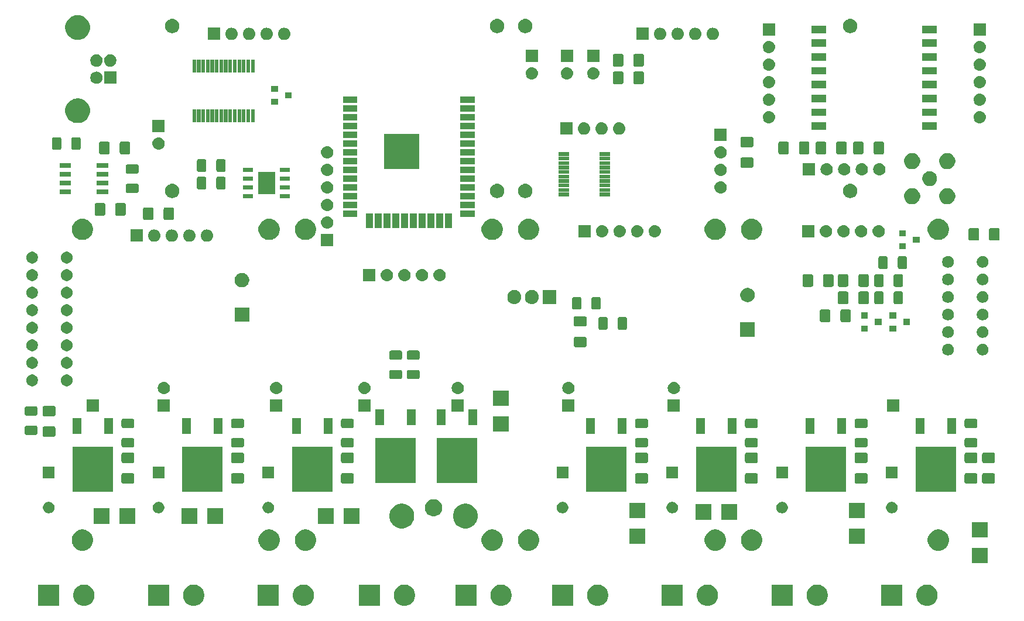
<source format=gbr>
G04 #@! TF.GenerationSoftware,KiCad,Pcbnew,5.0.2+dfsg1-1*
G04 #@! TF.CreationDate,2020-11-21T16:53:29+00:00*
G04 #@! TF.ProjectId,van,76616e2e-6b69-4636-9164-5f7063625858,rev?*
G04 #@! TF.SameCoordinates,Original*
G04 #@! TF.FileFunction,Soldermask,Top*
G04 #@! TF.FilePolarity,Negative*
%FSLAX46Y46*%
G04 Gerber Fmt 4.6, Leading zero omitted, Abs format (unit mm)*
G04 Created by KiCad (PCBNEW 5.0.2+dfsg1-1) date Sat 21 Nov 2020 04:53:29 PM GMT*
%MOMM*%
%LPD*%
G01*
G04 APERTURE LIST*
%ADD10C,0.100000*%
G04 APERTURE END LIST*
D10*
G36*
X117745000Y-142510000D02*
X114665000Y-142510000D01*
X114665000Y-139430000D01*
X117745000Y-139430000D01*
X117745000Y-142510000D01*
X117745000Y-142510000D01*
G37*
G36*
X135555439Y-139459591D02*
X135704203Y-139489182D01*
X135984463Y-139605269D01*
X136173207Y-139731384D01*
X136236693Y-139773804D01*
X136451196Y-139988307D01*
X136451197Y-139988309D01*
X136619731Y-140240537D01*
X136735818Y-140520797D01*
X136795000Y-140818325D01*
X136795000Y-141121675D01*
X136735818Y-141419203D01*
X136619731Y-141699463D01*
X136493616Y-141888207D01*
X136451196Y-141951693D01*
X136236693Y-142166196D01*
X136173207Y-142208616D01*
X135984463Y-142334731D01*
X135704203Y-142450818D01*
X135555439Y-142480409D01*
X135406677Y-142510000D01*
X135103323Y-142510000D01*
X134954561Y-142480409D01*
X134805797Y-142450818D01*
X134525537Y-142334731D01*
X134336793Y-142208616D01*
X134273307Y-142166196D01*
X134058804Y-141951693D01*
X134016384Y-141888207D01*
X133890269Y-141699463D01*
X133774182Y-141419203D01*
X133715000Y-141121675D01*
X133715000Y-140818325D01*
X133774182Y-140520797D01*
X133890269Y-140240537D01*
X134058803Y-139988309D01*
X134058804Y-139988307D01*
X134273307Y-139773804D01*
X134336793Y-139731384D01*
X134525537Y-139605269D01*
X134805797Y-139489182D01*
X134954561Y-139459591D01*
X135103323Y-139430000D01*
X135406677Y-139430000D01*
X135555439Y-139459591D01*
X135555439Y-139459591D01*
G37*
G36*
X181275439Y-139459591D02*
X181424203Y-139489182D01*
X181704463Y-139605269D01*
X181893207Y-139731384D01*
X181956693Y-139773804D01*
X182171196Y-139988307D01*
X182171197Y-139988309D01*
X182339731Y-140240537D01*
X182455818Y-140520797D01*
X182515000Y-140818325D01*
X182515000Y-141121675D01*
X182455818Y-141419203D01*
X182339731Y-141699463D01*
X182213616Y-141888207D01*
X182171196Y-141951693D01*
X181956693Y-142166196D01*
X181893207Y-142208616D01*
X181704463Y-142334731D01*
X181424203Y-142450818D01*
X181275439Y-142480409D01*
X181126677Y-142510000D01*
X180823323Y-142510000D01*
X180674561Y-142480409D01*
X180525797Y-142450818D01*
X180245537Y-142334731D01*
X180056793Y-142208616D01*
X179993307Y-142166196D01*
X179778804Y-141951693D01*
X179736384Y-141888207D01*
X179610269Y-141699463D01*
X179494182Y-141419203D01*
X179435000Y-141121675D01*
X179435000Y-140818325D01*
X179494182Y-140520797D01*
X179610269Y-140240537D01*
X179778803Y-139988309D01*
X179778804Y-139988307D01*
X179993307Y-139773804D01*
X180056793Y-139731384D01*
X180245537Y-139605269D01*
X180525797Y-139489182D01*
X180674561Y-139459591D01*
X180823323Y-139430000D01*
X181126677Y-139430000D01*
X181275439Y-139459591D01*
X181275439Y-139459591D01*
G37*
G36*
X177435000Y-142510000D02*
X174355000Y-142510000D01*
X174355000Y-139430000D01*
X177435000Y-139430000D01*
X177435000Y-142510000D01*
X177435000Y-142510000D01*
G37*
G36*
X121585439Y-139459591D02*
X121734203Y-139489182D01*
X122014463Y-139605269D01*
X122203207Y-139731384D01*
X122266693Y-139773804D01*
X122481196Y-139988307D01*
X122481197Y-139988309D01*
X122649731Y-140240537D01*
X122765818Y-140520797D01*
X122825000Y-140818325D01*
X122825000Y-141121675D01*
X122765818Y-141419203D01*
X122649731Y-141699463D01*
X122523616Y-141888207D01*
X122481196Y-141951693D01*
X122266693Y-142166196D01*
X122203207Y-142208616D01*
X122014463Y-142334731D01*
X121734203Y-142450818D01*
X121585439Y-142480409D01*
X121436677Y-142510000D01*
X121133323Y-142510000D01*
X120984561Y-142480409D01*
X120835797Y-142450818D01*
X120555537Y-142334731D01*
X120366793Y-142208616D01*
X120303307Y-142166196D01*
X120088804Y-141951693D01*
X120046384Y-141888207D01*
X119920269Y-141699463D01*
X119804182Y-141419203D01*
X119745000Y-141121675D01*
X119745000Y-140818325D01*
X119804182Y-140520797D01*
X119920269Y-140240537D01*
X120088803Y-139988309D01*
X120088804Y-139988307D01*
X120303307Y-139773804D01*
X120366793Y-139731384D01*
X120555537Y-139605269D01*
X120835797Y-139489182D01*
X120984561Y-139459591D01*
X121133323Y-139430000D01*
X121436677Y-139430000D01*
X121585439Y-139459591D01*
X121585439Y-139459591D01*
G37*
G36*
X161560000Y-142510000D02*
X158480000Y-142510000D01*
X158480000Y-139430000D01*
X161560000Y-139430000D01*
X161560000Y-142510000D01*
X161560000Y-142510000D01*
G37*
G36*
X165400439Y-139459591D02*
X165549203Y-139489182D01*
X165829463Y-139605269D01*
X166018207Y-139731384D01*
X166081693Y-139773804D01*
X166296196Y-139988307D01*
X166296197Y-139988309D01*
X166464731Y-140240537D01*
X166580818Y-140520797D01*
X166640000Y-140818325D01*
X166640000Y-141121675D01*
X166580818Y-141419203D01*
X166464731Y-141699463D01*
X166338616Y-141888207D01*
X166296196Y-141951693D01*
X166081693Y-142166196D01*
X166018207Y-142208616D01*
X165829463Y-142334731D01*
X165549203Y-142450818D01*
X165400439Y-142480409D01*
X165251677Y-142510000D01*
X164948323Y-142510000D01*
X164799561Y-142480409D01*
X164650797Y-142450818D01*
X164370537Y-142334731D01*
X164181793Y-142208616D01*
X164118307Y-142166196D01*
X163903804Y-141951693D01*
X163861384Y-141888207D01*
X163735269Y-141699463D01*
X163619182Y-141419203D01*
X163560000Y-141121675D01*
X163560000Y-140818325D01*
X163619182Y-140520797D01*
X163735269Y-140240537D01*
X163903803Y-139988309D01*
X163903804Y-139988307D01*
X164118307Y-139773804D01*
X164181793Y-139731384D01*
X164370537Y-139605269D01*
X164650797Y-139489182D01*
X164799561Y-139459591D01*
X164948323Y-139430000D01*
X165251677Y-139430000D01*
X165400439Y-139459591D01*
X165400439Y-139459591D01*
G37*
G36*
X131715000Y-142510000D02*
X128635000Y-142510000D01*
X128635000Y-139430000D01*
X131715000Y-139430000D01*
X131715000Y-142510000D01*
X131715000Y-142510000D01*
G37*
G36*
X91105439Y-139459591D02*
X91254203Y-139489182D01*
X91534463Y-139605269D01*
X91723207Y-139731384D01*
X91786693Y-139773804D01*
X92001196Y-139988307D01*
X92001197Y-139988309D01*
X92169731Y-140240537D01*
X92285818Y-140520797D01*
X92345000Y-140818325D01*
X92345000Y-141121675D01*
X92285818Y-141419203D01*
X92169731Y-141699463D01*
X92043616Y-141888207D01*
X92001196Y-141951693D01*
X91786693Y-142166196D01*
X91723207Y-142208616D01*
X91534463Y-142334731D01*
X91254203Y-142450818D01*
X91105439Y-142480409D01*
X90956677Y-142510000D01*
X90653323Y-142510000D01*
X90504561Y-142480409D01*
X90355797Y-142450818D01*
X90075537Y-142334731D01*
X89886793Y-142208616D01*
X89823307Y-142166196D01*
X89608804Y-141951693D01*
X89566384Y-141888207D01*
X89440269Y-141699463D01*
X89324182Y-141419203D01*
X89265000Y-141121675D01*
X89265000Y-140818325D01*
X89324182Y-140520797D01*
X89440269Y-140240537D01*
X89608803Y-139988309D01*
X89608804Y-139988307D01*
X89823307Y-139773804D01*
X89886793Y-139731384D01*
X90075537Y-139605269D01*
X90355797Y-139489182D01*
X90504561Y-139459591D01*
X90653323Y-139430000D01*
X90956677Y-139430000D01*
X91105439Y-139459591D01*
X91105439Y-139459591D01*
G37*
G36*
X193310000Y-142510000D02*
X190230000Y-142510000D01*
X190230000Y-139430000D01*
X193310000Y-139430000D01*
X193310000Y-142510000D01*
X193310000Y-142510000D01*
G37*
G36*
X75230439Y-139459591D02*
X75379203Y-139489182D01*
X75659463Y-139605269D01*
X75848207Y-139731384D01*
X75911693Y-139773804D01*
X76126196Y-139988307D01*
X76126197Y-139988309D01*
X76294731Y-140240537D01*
X76410818Y-140520797D01*
X76470000Y-140818325D01*
X76470000Y-141121675D01*
X76410818Y-141419203D01*
X76294731Y-141699463D01*
X76168616Y-141888207D01*
X76126196Y-141951693D01*
X75911693Y-142166196D01*
X75848207Y-142208616D01*
X75659463Y-142334731D01*
X75379203Y-142450818D01*
X75230439Y-142480409D01*
X75081677Y-142510000D01*
X74778323Y-142510000D01*
X74629561Y-142480409D01*
X74480797Y-142450818D01*
X74200537Y-142334731D01*
X74011793Y-142208616D01*
X73948307Y-142166196D01*
X73733804Y-141951693D01*
X73691384Y-141888207D01*
X73565269Y-141699463D01*
X73449182Y-141419203D01*
X73390000Y-141121675D01*
X73390000Y-140818325D01*
X73449182Y-140520797D01*
X73565269Y-140240537D01*
X73733803Y-139988309D01*
X73733804Y-139988307D01*
X73948307Y-139773804D01*
X74011793Y-139731384D01*
X74200537Y-139605269D01*
X74480797Y-139489182D01*
X74629561Y-139459591D01*
X74778323Y-139430000D01*
X75081677Y-139430000D01*
X75230439Y-139459591D01*
X75230439Y-139459591D01*
G37*
G36*
X71390000Y-142510000D02*
X68310000Y-142510000D01*
X68310000Y-139430000D01*
X71390000Y-139430000D01*
X71390000Y-142510000D01*
X71390000Y-142510000D01*
G37*
G36*
X87265000Y-142510000D02*
X84185000Y-142510000D01*
X84185000Y-139430000D01*
X87265000Y-139430000D01*
X87265000Y-142510000D01*
X87265000Y-142510000D01*
G37*
G36*
X103140000Y-142510000D02*
X100060000Y-142510000D01*
X100060000Y-139430000D01*
X103140000Y-139430000D01*
X103140000Y-142510000D01*
X103140000Y-142510000D01*
G37*
G36*
X197150439Y-139459591D02*
X197299203Y-139489182D01*
X197579463Y-139605269D01*
X197768207Y-139731384D01*
X197831693Y-139773804D01*
X198046196Y-139988307D01*
X198046197Y-139988309D01*
X198214731Y-140240537D01*
X198330818Y-140520797D01*
X198390000Y-140818325D01*
X198390000Y-141121675D01*
X198330818Y-141419203D01*
X198214731Y-141699463D01*
X198088616Y-141888207D01*
X198046196Y-141951693D01*
X197831693Y-142166196D01*
X197768207Y-142208616D01*
X197579463Y-142334731D01*
X197299203Y-142450818D01*
X197150439Y-142480409D01*
X197001677Y-142510000D01*
X196698323Y-142510000D01*
X196549561Y-142480409D01*
X196400797Y-142450818D01*
X196120537Y-142334731D01*
X195931793Y-142208616D01*
X195868307Y-142166196D01*
X195653804Y-141951693D01*
X195611384Y-141888207D01*
X195485269Y-141699463D01*
X195369182Y-141419203D01*
X195310000Y-141121675D01*
X195310000Y-140818325D01*
X195369182Y-140520797D01*
X195485269Y-140240537D01*
X195653803Y-139988309D01*
X195653804Y-139988307D01*
X195868307Y-139773804D01*
X195931793Y-139731384D01*
X196120537Y-139605269D01*
X196400797Y-139489182D01*
X196549561Y-139459591D01*
X196698323Y-139430000D01*
X197001677Y-139430000D01*
X197150439Y-139459591D01*
X197150439Y-139459591D01*
G37*
G36*
X149525439Y-139459591D02*
X149674203Y-139489182D01*
X149954463Y-139605269D01*
X150143207Y-139731384D01*
X150206693Y-139773804D01*
X150421196Y-139988307D01*
X150421197Y-139988309D01*
X150589731Y-140240537D01*
X150705818Y-140520797D01*
X150765000Y-140818325D01*
X150765000Y-141121675D01*
X150705818Y-141419203D01*
X150589731Y-141699463D01*
X150463616Y-141888207D01*
X150421196Y-141951693D01*
X150206693Y-142166196D01*
X150143207Y-142208616D01*
X149954463Y-142334731D01*
X149674203Y-142450818D01*
X149525439Y-142480409D01*
X149376677Y-142510000D01*
X149073323Y-142510000D01*
X148924561Y-142480409D01*
X148775797Y-142450818D01*
X148495537Y-142334731D01*
X148306793Y-142208616D01*
X148243307Y-142166196D01*
X148028804Y-141951693D01*
X147986384Y-141888207D01*
X147860269Y-141699463D01*
X147744182Y-141419203D01*
X147685000Y-141121675D01*
X147685000Y-140818325D01*
X147744182Y-140520797D01*
X147860269Y-140240537D01*
X148028803Y-139988309D01*
X148028804Y-139988307D01*
X148243307Y-139773804D01*
X148306793Y-139731384D01*
X148495537Y-139605269D01*
X148775797Y-139489182D01*
X148924561Y-139459591D01*
X149073323Y-139430000D01*
X149376677Y-139430000D01*
X149525439Y-139459591D01*
X149525439Y-139459591D01*
G37*
G36*
X145685000Y-142510000D02*
X142605000Y-142510000D01*
X142605000Y-139430000D01*
X145685000Y-139430000D01*
X145685000Y-142510000D01*
X145685000Y-142510000D01*
G37*
G36*
X106980439Y-139459591D02*
X107129203Y-139489182D01*
X107409463Y-139605269D01*
X107598207Y-139731384D01*
X107661693Y-139773804D01*
X107876196Y-139988307D01*
X107876197Y-139988309D01*
X108044731Y-140240537D01*
X108160818Y-140520797D01*
X108220000Y-140818325D01*
X108220000Y-141121675D01*
X108160818Y-141419203D01*
X108044731Y-141699463D01*
X107918616Y-141888207D01*
X107876196Y-141951693D01*
X107661693Y-142166196D01*
X107598207Y-142208616D01*
X107409463Y-142334731D01*
X107129203Y-142450818D01*
X106980439Y-142480409D01*
X106831677Y-142510000D01*
X106528323Y-142510000D01*
X106379561Y-142480409D01*
X106230797Y-142450818D01*
X105950537Y-142334731D01*
X105761793Y-142208616D01*
X105698307Y-142166196D01*
X105483804Y-141951693D01*
X105441384Y-141888207D01*
X105315269Y-141699463D01*
X105199182Y-141419203D01*
X105140000Y-141121675D01*
X105140000Y-140818325D01*
X105199182Y-140520797D01*
X105315269Y-140240537D01*
X105483803Y-139988309D01*
X105483804Y-139988307D01*
X105698307Y-139773804D01*
X105761793Y-139731384D01*
X105950537Y-139605269D01*
X106230797Y-139489182D01*
X106379561Y-139459591D01*
X106528323Y-139430000D01*
X106831677Y-139430000D01*
X106980439Y-139459591D01*
X106980439Y-139459591D01*
G37*
G36*
X205615000Y-136337400D02*
X203325000Y-136337400D01*
X203325000Y-134077000D01*
X205615000Y-134077000D01*
X205615000Y-136337400D01*
X205615000Y-136337400D01*
G37*
G36*
X166534439Y-131479591D02*
X166683203Y-131509182D01*
X166963463Y-131625269D01*
X167152207Y-131751384D01*
X167215693Y-131793804D01*
X167430196Y-132008307D01*
X167430197Y-132008309D01*
X167598731Y-132260537D01*
X167714818Y-132540797D01*
X167774000Y-132838325D01*
X167774000Y-133141675D01*
X167714818Y-133439203D01*
X167598731Y-133719463D01*
X167472616Y-133908207D01*
X167430196Y-133971693D01*
X167215693Y-134186196D01*
X167152207Y-134228616D01*
X166963463Y-134354731D01*
X166683203Y-134470818D01*
X166534439Y-134500409D01*
X166385677Y-134530000D01*
X166082323Y-134530000D01*
X165933561Y-134500409D01*
X165784797Y-134470818D01*
X165504537Y-134354731D01*
X165315793Y-134228616D01*
X165252307Y-134186196D01*
X165037804Y-133971693D01*
X164995384Y-133908207D01*
X164869269Y-133719463D01*
X164753182Y-133439203D01*
X164694000Y-133141675D01*
X164694000Y-132838325D01*
X164753182Y-132540797D01*
X164869269Y-132260537D01*
X165037803Y-132008309D01*
X165037804Y-132008307D01*
X165252307Y-131793804D01*
X165315793Y-131751384D01*
X165504537Y-131625269D01*
X165784797Y-131509182D01*
X165933561Y-131479591D01*
X166082323Y-131450000D01*
X166385677Y-131450000D01*
X166534439Y-131479591D01*
X166534439Y-131479591D01*
G37*
G36*
X102018439Y-131479591D02*
X102167203Y-131509182D01*
X102447463Y-131625269D01*
X102636207Y-131751384D01*
X102699693Y-131793804D01*
X102914196Y-132008307D01*
X102914197Y-132008309D01*
X103082731Y-132260537D01*
X103198818Y-132540797D01*
X103258000Y-132838325D01*
X103258000Y-133141675D01*
X103198818Y-133439203D01*
X103082731Y-133719463D01*
X102956616Y-133908207D01*
X102914196Y-133971693D01*
X102699693Y-134186196D01*
X102636207Y-134228616D01*
X102447463Y-134354731D01*
X102167203Y-134470818D01*
X102018439Y-134500409D01*
X101869677Y-134530000D01*
X101566323Y-134530000D01*
X101417561Y-134500409D01*
X101268797Y-134470818D01*
X100988537Y-134354731D01*
X100799793Y-134228616D01*
X100736307Y-134186196D01*
X100521804Y-133971693D01*
X100479384Y-133908207D01*
X100353269Y-133719463D01*
X100237182Y-133439203D01*
X100178000Y-133141675D01*
X100178000Y-132838325D01*
X100237182Y-132540797D01*
X100353269Y-132260537D01*
X100521803Y-132008309D01*
X100521804Y-132008307D01*
X100736307Y-131793804D01*
X100799793Y-131751384D01*
X100988537Y-131625269D01*
X101268797Y-131509182D01*
X101417561Y-131479591D01*
X101566323Y-131450000D01*
X101869677Y-131450000D01*
X102018439Y-131479591D01*
X102018439Y-131479591D01*
G37*
G36*
X171792439Y-131479591D02*
X171941203Y-131509182D01*
X172221463Y-131625269D01*
X172410207Y-131751384D01*
X172473693Y-131793804D01*
X172688196Y-132008307D01*
X172688197Y-132008309D01*
X172856731Y-132260537D01*
X172972818Y-132540797D01*
X173032000Y-132838325D01*
X173032000Y-133141675D01*
X172972818Y-133439203D01*
X172856731Y-133719463D01*
X172730616Y-133908207D01*
X172688196Y-133971693D01*
X172473693Y-134186196D01*
X172410207Y-134228616D01*
X172221463Y-134354731D01*
X171941203Y-134470818D01*
X171792439Y-134500409D01*
X171643677Y-134530000D01*
X171340323Y-134530000D01*
X171191561Y-134500409D01*
X171042797Y-134470818D01*
X170762537Y-134354731D01*
X170573793Y-134228616D01*
X170510307Y-134186196D01*
X170295804Y-133971693D01*
X170253384Y-133908207D01*
X170127269Y-133719463D01*
X170011182Y-133439203D01*
X169952000Y-133141675D01*
X169952000Y-132838325D01*
X170011182Y-132540797D01*
X170127269Y-132260537D01*
X170295803Y-132008309D01*
X170295804Y-132008307D01*
X170510307Y-131793804D01*
X170573793Y-131751384D01*
X170762537Y-131625269D01*
X171042797Y-131509182D01*
X171191561Y-131479591D01*
X171340323Y-131450000D01*
X171643677Y-131450000D01*
X171792439Y-131479591D01*
X171792439Y-131479591D01*
G37*
G36*
X198792439Y-131479591D02*
X198941203Y-131509182D01*
X199221463Y-131625269D01*
X199410207Y-131751384D01*
X199473693Y-131793804D01*
X199688196Y-132008307D01*
X199688197Y-132008309D01*
X199856731Y-132260537D01*
X199972818Y-132540797D01*
X200032000Y-132838325D01*
X200032000Y-133141675D01*
X199972818Y-133439203D01*
X199856731Y-133719463D01*
X199730616Y-133908207D01*
X199688196Y-133971693D01*
X199473693Y-134186196D01*
X199410207Y-134228616D01*
X199221463Y-134354731D01*
X198941203Y-134470818D01*
X198792439Y-134500409D01*
X198643677Y-134530000D01*
X198340323Y-134530000D01*
X198191561Y-134500409D01*
X198042797Y-134470818D01*
X197762537Y-134354731D01*
X197573793Y-134228616D01*
X197510307Y-134186196D01*
X197295804Y-133971693D01*
X197253384Y-133908207D01*
X197127269Y-133719463D01*
X197011182Y-133439203D01*
X196952000Y-133141675D01*
X196952000Y-132838325D01*
X197011182Y-132540797D01*
X197127269Y-132260537D01*
X197295803Y-132008309D01*
X197295804Y-132008307D01*
X197510307Y-131793804D01*
X197573793Y-131751384D01*
X197762537Y-131625269D01*
X198042797Y-131509182D01*
X198191561Y-131479591D01*
X198340323Y-131450000D01*
X198643677Y-131450000D01*
X198792439Y-131479591D01*
X198792439Y-131479591D01*
G37*
G36*
X139534439Y-131479591D02*
X139683203Y-131509182D01*
X139963463Y-131625269D01*
X140152207Y-131751384D01*
X140215693Y-131793804D01*
X140430196Y-132008307D01*
X140430197Y-132008309D01*
X140598731Y-132260537D01*
X140714818Y-132540797D01*
X140774000Y-132838325D01*
X140774000Y-133141675D01*
X140714818Y-133439203D01*
X140598731Y-133719463D01*
X140472616Y-133908207D01*
X140430196Y-133971693D01*
X140215693Y-134186196D01*
X140152207Y-134228616D01*
X139963463Y-134354731D01*
X139683203Y-134470818D01*
X139534439Y-134500409D01*
X139385677Y-134530000D01*
X139082323Y-134530000D01*
X138933561Y-134500409D01*
X138784797Y-134470818D01*
X138504537Y-134354731D01*
X138315793Y-134228616D01*
X138252307Y-134186196D01*
X138037804Y-133971693D01*
X137995384Y-133908207D01*
X137869269Y-133719463D01*
X137753182Y-133439203D01*
X137694000Y-133141675D01*
X137694000Y-132838325D01*
X137753182Y-132540797D01*
X137869269Y-132260537D01*
X138037803Y-132008309D01*
X138037804Y-132008307D01*
X138252307Y-131793804D01*
X138315793Y-131751384D01*
X138504537Y-131625269D01*
X138784797Y-131509182D01*
X138933561Y-131479591D01*
X139082323Y-131450000D01*
X139385677Y-131450000D01*
X139534439Y-131479591D01*
X139534439Y-131479591D01*
G37*
G36*
X107276439Y-131479591D02*
X107425203Y-131509182D01*
X107705463Y-131625269D01*
X107894207Y-131751384D01*
X107957693Y-131793804D01*
X108172196Y-132008307D01*
X108172197Y-132008309D01*
X108340731Y-132260537D01*
X108456818Y-132540797D01*
X108516000Y-132838325D01*
X108516000Y-133141675D01*
X108456818Y-133439203D01*
X108340731Y-133719463D01*
X108214616Y-133908207D01*
X108172196Y-133971693D01*
X107957693Y-134186196D01*
X107894207Y-134228616D01*
X107705463Y-134354731D01*
X107425203Y-134470818D01*
X107276439Y-134500409D01*
X107127677Y-134530000D01*
X106824323Y-134530000D01*
X106675561Y-134500409D01*
X106526797Y-134470818D01*
X106246537Y-134354731D01*
X106057793Y-134228616D01*
X105994307Y-134186196D01*
X105779804Y-133971693D01*
X105737384Y-133908207D01*
X105611269Y-133719463D01*
X105495182Y-133439203D01*
X105436000Y-133141675D01*
X105436000Y-132838325D01*
X105495182Y-132540797D01*
X105611269Y-132260537D01*
X105779803Y-132008309D01*
X105779804Y-132008307D01*
X105994307Y-131793804D01*
X106057793Y-131751384D01*
X106246537Y-131625269D01*
X106526797Y-131509182D01*
X106675561Y-131479591D01*
X106824323Y-131450000D01*
X107127677Y-131450000D01*
X107276439Y-131479591D01*
X107276439Y-131479591D01*
G37*
G36*
X134276439Y-131479591D02*
X134425203Y-131509182D01*
X134705463Y-131625269D01*
X134894207Y-131751384D01*
X134957693Y-131793804D01*
X135172196Y-132008307D01*
X135172197Y-132008309D01*
X135340731Y-132260537D01*
X135456818Y-132540797D01*
X135516000Y-132838325D01*
X135516000Y-133141675D01*
X135456818Y-133439203D01*
X135340731Y-133719463D01*
X135214616Y-133908207D01*
X135172196Y-133971693D01*
X134957693Y-134186196D01*
X134894207Y-134228616D01*
X134705463Y-134354731D01*
X134425203Y-134470818D01*
X134276439Y-134500409D01*
X134127677Y-134530000D01*
X133824323Y-134530000D01*
X133675561Y-134500409D01*
X133526797Y-134470818D01*
X133246537Y-134354731D01*
X133057793Y-134228616D01*
X132994307Y-134186196D01*
X132779804Y-133971693D01*
X132737384Y-133908207D01*
X132611269Y-133719463D01*
X132495182Y-133439203D01*
X132436000Y-133141675D01*
X132436000Y-132838325D01*
X132495182Y-132540797D01*
X132611269Y-132260537D01*
X132779803Y-132008309D01*
X132779804Y-132008307D01*
X132994307Y-131793804D01*
X133057793Y-131751384D01*
X133246537Y-131625269D01*
X133526797Y-131509182D01*
X133675561Y-131479591D01*
X133824323Y-131450000D01*
X134127677Y-131450000D01*
X134276439Y-131479591D01*
X134276439Y-131479591D01*
G37*
G36*
X75018439Y-131479591D02*
X75167203Y-131509182D01*
X75447463Y-131625269D01*
X75636207Y-131751384D01*
X75699693Y-131793804D01*
X75914196Y-132008307D01*
X75914197Y-132008309D01*
X76082731Y-132260537D01*
X76198818Y-132540797D01*
X76258000Y-132838325D01*
X76258000Y-133141675D01*
X76198818Y-133439203D01*
X76082731Y-133719463D01*
X75956616Y-133908207D01*
X75914196Y-133971693D01*
X75699693Y-134186196D01*
X75636207Y-134228616D01*
X75447463Y-134354731D01*
X75167203Y-134470818D01*
X75018439Y-134500409D01*
X74869677Y-134530000D01*
X74566323Y-134530000D01*
X74417561Y-134500409D01*
X74268797Y-134470818D01*
X73988537Y-134354731D01*
X73799793Y-134228616D01*
X73736307Y-134186196D01*
X73521804Y-133971693D01*
X73479384Y-133908207D01*
X73353269Y-133719463D01*
X73237182Y-133439203D01*
X73178000Y-133141675D01*
X73178000Y-132838325D01*
X73237182Y-132540797D01*
X73353269Y-132260537D01*
X73521803Y-132008309D01*
X73521804Y-132008307D01*
X73736307Y-131793804D01*
X73799793Y-131751384D01*
X73988537Y-131625269D01*
X74268797Y-131509182D01*
X74417561Y-131479591D01*
X74566323Y-131450000D01*
X74869677Y-131450000D01*
X75018439Y-131479591D01*
X75018439Y-131479591D01*
G37*
G36*
X156085000Y-133543400D02*
X153795000Y-133543400D01*
X153795000Y-131283000D01*
X156085000Y-131283000D01*
X156085000Y-133543400D01*
X156085000Y-133543400D01*
G37*
G36*
X187835000Y-133543400D02*
X185545000Y-133543400D01*
X185545000Y-131283000D01*
X187835000Y-131283000D01*
X187835000Y-133543400D01*
X187835000Y-133543400D01*
G37*
G36*
X205615000Y-132623000D02*
X203325000Y-132623000D01*
X203325000Y-130362600D01*
X205615000Y-130362600D01*
X205615000Y-132623000D01*
X205615000Y-132623000D01*
G37*
G36*
X121306849Y-127755859D02*
X121422125Y-127778789D01*
X121747883Y-127913723D01*
X122041057Y-128109615D01*
X122290385Y-128358943D01*
X122486277Y-128652117D01*
X122621211Y-128977875D01*
X122690000Y-129323702D01*
X122690000Y-129676298D01*
X122621211Y-130022125D01*
X122486277Y-130347883D01*
X122290385Y-130641057D01*
X122041057Y-130890385D01*
X121747883Y-131086277D01*
X121422125Y-131221211D01*
X121306849Y-131244141D01*
X121076300Y-131290000D01*
X120723700Y-131290000D01*
X120493151Y-131244141D01*
X120377875Y-131221211D01*
X120052117Y-131086277D01*
X119758943Y-130890385D01*
X119509615Y-130641057D01*
X119313723Y-130347883D01*
X119178789Y-130022125D01*
X119110000Y-129676298D01*
X119110000Y-129323702D01*
X119178789Y-128977875D01*
X119313723Y-128652117D01*
X119509615Y-128358943D01*
X119758943Y-128109615D01*
X120052117Y-127913723D01*
X120377875Y-127778789D01*
X120493151Y-127755859D01*
X120723700Y-127710000D01*
X121076300Y-127710000D01*
X121306849Y-127755859D01*
X121306849Y-127755859D01*
G37*
G36*
X130506849Y-127755859D02*
X130622125Y-127778789D01*
X130947883Y-127913723D01*
X131241057Y-128109615D01*
X131490385Y-128358943D01*
X131686277Y-128652117D01*
X131821211Y-128977875D01*
X131890000Y-129323702D01*
X131890000Y-129676298D01*
X131821211Y-130022125D01*
X131686277Y-130347883D01*
X131490385Y-130641057D01*
X131241057Y-130890385D01*
X130947883Y-131086277D01*
X130622125Y-131221211D01*
X130506849Y-131244141D01*
X130276300Y-131290000D01*
X129923700Y-131290000D01*
X129693151Y-131244141D01*
X129577875Y-131221211D01*
X129252117Y-131086277D01*
X128958943Y-130890385D01*
X128709615Y-130641057D01*
X128513723Y-130347883D01*
X128378789Y-130022125D01*
X128310000Y-129676298D01*
X128310000Y-129323702D01*
X128378789Y-128977875D01*
X128513723Y-128652117D01*
X128709615Y-128358943D01*
X128958943Y-128109615D01*
X129252117Y-127913723D01*
X129577875Y-127778789D01*
X129693151Y-127755859D01*
X129923700Y-127710000D01*
X130276300Y-127710000D01*
X130506849Y-127755859D01*
X130506849Y-127755859D01*
G37*
G36*
X114747400Y-130685000D02*
X112487000Y-130685000D01*
X112487000Y-128395000D01*
X114747400Y-128395000D01*
X114747400Y-130685000D01*
X114747400Y-130685000D01*
G37*
G36*
X111033000Y-130685000D02*
X108772600Y-130685000D01*
X108772600Y-128395000D01*
X111033000Y-128395000D01*
X111033000Y-130685000D01*
X111033000Y-130685000D01*
G37*
G36*
X95062400Y-130685000D02*
X92802000Y-130685000D01*
X92802000Y-128395000D01*
X95062400Y-128395000D01*
X95062400Y-130685000D01*
X95062400Y-130685000D01*
G37*
G36*
X91348000Y-130685000D02*
X89087600Y-130685000D01*
X89087600Y-128395000D01*
X91348000Y-128395000D01*
X91348000Y-130685000D01*
X91348000Y-130685000D01*
G37*
G36*
X82362400Y-130685000D02*
X80102000Y-130685000D01*
X80102000Y-128395000D01*
X82362400Y-128395000D01*
X82362400Y-130685000D01*
X82362400Y-130685000D01*
G37*
G36*
X78648000Y-130685000D02*
X76387600Y-130685000D01*
X76387600Y-128395000D01*
X78648000Y-128395000D01*
X78648000Y-130685000D01*
X78648000Y-130685000D01*
G37*
G36*
X169357400Y-130050000D02*
X167097000Y-130050000D01*
X167097000Y-127760000D01*
X169357400Y-127760000D01*
X169357400Y-130050000D01*
X169357400Y-130050000D01*
G37*
G36*
X165643000Y-130050000D02*
X163382600Y-130050000D01*
X163382600Y-127760000D01*
X165643000Y-127760000D01*
X165643000Y-130050000D01*
X165643000Y-130050000D01*
G37*
G36*
X156085000Y-129829000D02*
X153795000Y-129829000D01*
X153795000Y-127568600D01*
X156085000Y-127568600D01*
X156085000Y-129829000D01*
X156085000Y-129829000D01*
G37*
G36*
X187835000Y-129829000D02*
X185545000Y-129829000D01*
X185545000Y-127568600D01*
X187835000Y-127568600D01*
X187835000Y-129829000D01*
X187835000Y-129829000D01*
G37*
G36*
X125861695Y-127107652D02*
X126087360Y-127201126D01*
X126290454Y-127336829D01*
X126463171Y-127509546D01*
X126598874Y-127712640D01*
X126692348Y-127938305D01*
X126740000Y-128177871D01*
X126740000Y-128422129D01*
X126692348Y-128661695D01*
X126598874Y-128887360D01*
X126463171Y-129090454D01*
X126290454Y-129263171D01*
X126087360Y-129398874D01*
X125861695Y-129492348D01*
X125622129Y-129540000D01*
X125377871Y-129540000D01*
X125138305Y-129492348D01*
X124912640Y-129398874D01*
X124709546Y-129263171D01*
X124536829Y-129090454D01*
X124401126Y-128887360D01*
X124307652Y-128661695D01*
X124260000Y-128422129D01*
X124260000Y-128177871D01*
X124307652Y-127938305D01*
X124401126Y-127712640D01*
X124536829Y-127509546D01*
X124709546Y-127336829D01*
X124912640Y-127201126D01*
X125138305Y-127107652D01*
X125377871Y-127060000D01*
X125622129Y-127060000D01*
X125861695Y-127107652D01*
X125861695Y-127107652D01*
G37*
G36*
X160261344Y-127474397D02*
X160411921Y-127536768D01*
X160547435Y-127627316D01*
X160662684Y-127742565D01*
X160686888Y-127778789D01*
X160753232Y-127878079D01*
X160815603Y-128028656D01*
X160847400Y-128188508D01*
X160847400Y-128351492D01*
X160815603Y-128511344D01*
X160753232Y-128661921D01*
X160662683Y-128797436D01*
X160547436Y-128912683D01*
X160411921Y-129003232D01*
X160261344Y-129065603D01*
X160101492Y-129097400D01*
X159938508Y-129097400D01*
X159778656Y-129065603D01*
X159628079Y-129003232D01*
X159492564Y-128912683D01*
X159377317Y-128797436D01*
X159286768Y-128661921D01*
X159224397Y-128511344D01*
X159192600Y-128351492D01*
X159192600Y-128188508D01*
X159224397Y-128028656D01*
X159286768Y-127878079D01*
X159353112Y-127778789D01*
X159377316Y-127742565D01*
X159492565Y-127627316D01*
X159628079Y-127536768D01*
X159778656Y-127474397D01*
X159938508Y-127442600D01*
X160101492Y-127442600D01*
X160261344Y-127474397D01*
X160261344Y-127474397D01*
G37*
G36*
X70091344Y-127474397D02*
X70241921Y-127536768D01*
X70377435Y-127627316D01*
X70492684Y-127742565D01*
X70516888Y-127778789D01*
X70583232Y-127878079D01*
X70645603Y-128028656D01*
X70677400Y-128188508D01*
X70677400Y-128351492D01*
X70645603Y-128511344D01*
X70583232Y-128661921D01*
X70492683Y-128797436D01*
X70377436Y-128912683D01*
X70241921Y-129003232D01*
X70091344Y-129065603D01*
X69931492Y-129097400D01*
X69768508Y-129097400D01*
X69608656Y-129065603D01*
X69458079Y-129003232D01*
X69322564Y-128912683D01*
X69207317Y-128797436D01*
X69116768Y-128661921D01*
X69054397Y-128511344D01*
X69022600Y-128351492D01*
X69022600Y-128188508D01*
X69054397Y-128028656D01*
X69116768Y-127878079D01*
X69183112Y-127778789D01*
X69207316Y-127742565D01*
X69322565Y-127627316D01*
X69458079Y-127536768D01*
X69608656Y-127474397D01*
X69768508Y-127442600D01*
X69931492Y-127442600D01*
X70091344Y-127474397D01*
X70091344Y-127474397D01*
G37*
G36*
X192011344Y-127474397D02*
X192161921Y-127536768D01*
X192297435Y-127627316D01*
X192412684Y-127742565D01*
X192436888Y-127778789D01*
X192503232Y-127878079D01*
X192565603Y-128028656D01*
X192597400Y-128188508D01*
X192597400Y-128351492D01*
X192565603Y-128511344D01*
X192503232Y-128661921D01*
X192412683Y-128797436D01*
X192297436Y-128912683D01*
X192161921Y-129003232D01*
X192011344Y-129065603D01*
X191851492Y-129097400D01*
X191688508Y-129097400D01*
X191528656Y-129065603D01*
X191378079Y-129003232D01*
X191242564Y-128912683D01*
X191127317Y-128797436D01*
X191036768Y-128661921D01*
X190974397Y-128511344D01*
X190942600Y-128351492D01*
X190942600Y-128188508D01*
X190974397Y-128028656D01*
X191036768Y-127878079D01*
X191103112Y-127778789D01*
X191127316Y-127742565D01*
X191242565Y-127627316D01*
X191378079Y-127536768D01*
X191528656Y-127474397D01*
X191688508Y-127442600D01*
X191851492Y-127442600D01*
X192011344Y-127474397D01*
X192011344Y-127474397D01*
G37*
G36*
X85966344Y-127474397D02*
X86116921Y-127536768D01*
X86252435Y-127627316D01*
X86367684Y-127742565D01*
X86391888Y-127778789D01*
X86458232Y-127878079D01*
X86520603Y-128028656D01*
X86552400Y-128188508D01*
X86552400Y-128351492D01*
X86520603Y-128511344D01*
X86458232Y-128661921D01*
X86367683Y-128797436D01*
X86252436Y-128912683D01*
X86116921Y-129003232D01*
X85966344Y-129065603D01*
X85806492Y-129097400D01*
X85643508Y-129097400D01*
X85483656Y-129065603D01*
X85333079Y-129003232D01*
X85197564Y-128912683D01*
X85082317Y-128797436D01*
X84991768Y-128661921D01*
X84929397Y-128511344D01*
X84897600Y-128351492D01*
X84897600Y-128188508D01*
X84929397Y-128028656D01*
X84991768Y-127878079D01*
X85058112Y-127778789D01*
X85082316Y-127742565D01*
X85197565Y-127627316D01*
X85333079Y-127536768D01*
X85483656Y-127474397D01*
X85643508Y-127442600D01*
X85806492Y-127442600D01*
X85966344Y-127474397D01*
X85966344Y-127474397D01*
G37*
G36*
X176136344Y-127474397D02*
X176286921Y-127536768D01*
X176422435Y-127627316D01*
X176537684Y-127742565D01*
X176561888Y-127778789D01*
X176628232Y-127878079D01*
X176690603Y-128028656D01*
X176722400Y-128188508D01*
X176722400Y-128351492D01*
X176690603Y-128511344D01*
X176628232Y-128661921D01*
X176537683Y-128797436D01*
X176422436Y-128912683D01*
X176286921Y-129003232D01*
X176136344Y-129065603D01*
X175976492Y-129097400D01*
X175813508Y-129097400D01*
X175653656Y-129065603D01*
X175503079Y-129003232D01*
X175367564Y-128912683D01*
X175252317Y-128797436D01*
X175161768Y-128661921D01*
X175099397Y-128511344D01*
X175067600Y-128351492D01*
X175067600Y-128188508D01*
X175099397Y-128028656D01*
X175161768Y-127878079D01*
X175228112Y-127778789D01*
X175252316Y-127742565D01*
X175367565Y-127627316D01*
X175503079Y-127536768D01*
X175653656Y-127474397D01*
X175813508Y-127442600D01*
X175976492Y-127442600D01*
X176136344Y-127474397D01*
X176136344Y-127474397D01*
G37*
G36*
X144386344Y-127474397D02*
X144536921Y-127536768D01*
X144672435Y-127627316D01*
X144787684Y-127742565D01*
X144811888Y-127778789D01*
X144878232Y-127878079D01*
X144940603Y-128028656D01*
X144972400Y-128188508D01*
X144972400Y-128351492D01*
X144940603Y-128511344D01*
X144878232Y-128661921D01*
X144787683Y-128797436D01*
X144672436Y-128912683D01*
X144536921Y-129003232D01*
X144386344Y-129065603D01*
X144226492Y-129097400D01*
X144063508Y-129097400D01*
X143903656Y-129065603D01*
X143753079Y-129003232D01*
X143617564Y-128912683D01*
X143502317Y-128797436D01*
X143411768Y-128661921D01*
X143349397Y-128511344D01*
X143317600Y-128351492D01*
X143317600Y-128188508D01*
X143349397Y-128028656D01*
X143411768Y-127878079D01*
X143478112Y-127778789D01*
X143502316Y-127742565D01*
X143617565Y-127627316D01*
X143753079Y-127536768D01*
X143903656Y-127474397D01*
X144063508Y-127442600D01*
X144226492Y-127442600D01*
X144386344Y-127474397D01*
X144386344Y-127474397D01*
G37*
G36*
X101841344Y-127474397D02*
X101991921Y-127536768D01*
X102127435Y-127627316D01*
X102242684Y-127742565D01*
X102266888Y-127778789D01*
X102333232Y-127878079D01*
X102395603Y-128028656D01*
X102427400Y-128188508D01*
X102427400Y-128351492D01*
X102395603Y-128511344D01*
X102333232Y-128661921D01*
X102242683Y-128797436D01*
X102127436Y-128912683D01*
X101991921Y-129003232D01*
X101841344Y-129065603D01*
X101681492Y-129097400D01*
X101518508Y-129097400D01*
X101358656Y-129065603D01*
X101208079Y-129003232D01*
X101072564Y-128912683D01*
X100957317Y-128797436D01*
X100866768Y-128661921D01*
X100804397Y-128511344D01*
X100772600Y-128351492D01*
X100772600Y-128188508D01*
X100804397Y-128028656D01*
X100866768Y-127878079D01*
X100933112Y-127778789D01*
X100957316Y-127742565D01*
X101072565Y-127627316D01*
X101208079Y-127536768D01*
X101358656Y-127474397D01*
X101518508Y-127442600D01*
X101681492Y-127442600D01*
X101841344Y-127474397D01*
X101841344Y-127474397D01*
G37*
G36*
X185185000Y-125990000D02*
X179305000Y-125990000D01*
X179305000Y-119510000D01*
X185185000Y-119510000D01*
X185185000Y-125990000D01*
X185185000Y-125990000D01*
G37*
G36*
X153435000Y-125990000D02*
X147555000Y-125990000D01*
X147555000Y-119510000D01*
X153435000Y-119510000D01*
X153435000Y-125990000D01*
X153435000Y-125990000D01*
G37*
G36*
X95015000Y-125990000D02*
X89135000Y-125990000D01*
X89135000Y-119510000D01*
X95015000Y-119510000D01*
X95015000Y-125990000D01*
X95015000Y-125990000D01*
G37*
G36*
X110890000Y-125990000D02*
X105010000Y-125990000D01*
X105010000Y-119510000D01*
X110890000Y-119510000D01*
X110890000Y-125990000D01*
X110890000Y-125990000D01*
G37*
G36*
X169310000Y-125990000D02*
X163430000Y-125990000D01*
X163430000Y-119510000D01*
X169310000Y-119510000D01*
X169310000Y-125990000D01*
X169310000Y-125990000D01*
G37*
G36*
X79140000Y-125990000D02*
X73260000Y-125990000D01*
X73260000Y-119510000D01*
X79140000Y-119510000D01*
X79140000Y-125990000D01*
X79140000Y-125990000D01*
G37*
G36*
X201060000Y-125990000D02*
X195180000Y-125990000D01*
X195180000Y-119510000D01*
X201060000Y-119510000D01*
X201060000Y-125990000D01*
X201060000Y-125990000D01*
G37*
G36*
X203915514Y-123294881D02*
X203961981Y-123308976D01*
X204004800Y-123331864D01*
X204042334Y-123362666D01*
X204073136Y-123400200D01*
X204096024Y-123443019D01*
X204110119Y-123489486D01*
X204115000Y-123539039D01*
X204115000Y-124545961D01*
X204110119Y-124595514D01*
X204096024Y-124641981D01*
X204073136Y-124684800D01*
X204042334Y-124722334D01*
X204004800Y-124753136D01*
X203961981Y-124776024D01*
X203915514Y-124790119D01*
X203865961Y-124795000D01*
X202534039Y-124795000D01*
X202484486Y-124790119D01*
X202438019Y-124776024D01*
X202395200Y-124753136D01*
X202357666Y-124722334D01*
X202326864Y-124684800D01*
X202303976Y-124641981D01*
X202289881Y-124595514D01*
X202285000Y-124545961D01*
X202285000Y-123539039D01*
X202289881Y-123489486D01*
X202303976Y-123443019D01*
X202326864Y-123400200D01*
X202357666Y-123362666D01*
X202395200Y-123331864D01*
X202438019Y-123308976D01*
X202484486Y-123294881D01*
X202534039Y-123290000D01*
X203865961Y-123290000D01*
X203915514Y-123294881D01*
X203915514Y-123294881D01*
G37*
G36*
X206455514Y-123294881D02*
X206501981Y-123308976D01*
X206544800Y-123331864D01*
X206582334Y-123362666D01*
X206613136Y-123400200D01*
X206636024Y-123443019D01*
X206650119Y-123489486D01*
X206655000Y-123539039D01*
X206655000Y-124545961D01*
X206650119Y-124595514D01*
X206636024Y-124641981D01*
X206613136Y-124684800D01*
X206582334Y-124722334D01*
X206544800Y-124753136D01*
X206501981Y-124776024D01*
X206455514Y-124790119D01*
X206405961Y-124795000D01*
X205074039Y-124795000D01*
X205024486Y-124790119D01*
X204978019Y-124776024D01*
X204935200Y-124753136D01*
X204897666Y-124722334D01*
X204866864Y-124684800D01*
X204843976Y-124641981D01*
X204829881Y-124595514D01*
X204825000Y-124545961D01*
X204825000Y-123539039D01*
X204829881Y-123489486D01*
X204843976Y-123443019D01*
X204866864Y-123400200D01*
X204897666Y-123362666D01*
X204935200Y-123331864D01*
X204978019Y-123308976D01*
X205024486Y-123294881D01*
X205074039Y-123290000D01*
X206405961Y-123290000D01*
X206455514Y-123294881D01*
X206455514Y-123294881D01*
G37*
G36*
X81995514Y-123294881D02*
X82041981Y-123308976D01*
X82084800Y-123331864D01*
X82122334Y-123362666D01*
X82153136Y-123400200D01*
X82176024Y-123443019D01*
X82190119Y-123489486D01*
X82195000Y-123539039D01*
X82195000Y-124545961D01*
X82190119Y-124595514D01*
X82176024Y-124641981D01*
X82153136Y-124684800D01*
X82122334Y-124722334D01*
X82084800Y-124753136D01*
X82041981Y-124776024D01*
X81995514Y-124790119D01*
X81945961Y-124795000D01*
X80614039Y-124795000D01*
X80564486Y-124790119D01*
X80518019Y-124776024D01*
X80475200Y-124753136D01*
X80437666Y-124722334D01*
X80406864Y-124684800D01*
X80383976Y-124641981D01*
X80369881Y-124595514D01*
X80365000Y-124545961D01*
X80365000Y-123539039D01*
X80369881Y-123489486D01*
X80383976Y-123443019D01*
X80406864Y-123400200D01*
X80437666Y-123362666D01*
X80475200Y-123331864D01*
X80518019Y-123308976D01*
X80564486Y-123294881D01*
X80614039Y-123290000D01*
X81945961Y-123290000D01*
X81995514Y-123294881D01*
X81995514Y-123294881D01*
G37*
G36*
X113745514Y-123294881D02*
X113791981Y-123308976D01*
X113834800Y-123331864D01*
X113872334Y-123362666D01*
X113903136Y-123400200D01*
X113926024Y-123443019D01*
X113940119Y-123489486D01*
X113945000Y-123539039D01*
X113945000Y-124545961D01*
X113940119Y-124595514D01*
X113926024Y-124641981D01*
X113903136Y-124684800D01*
X113872334Y-124722334D01*
X113834800Y-124753136D01*
X113791981Y-124776024D01*
X113745514Y-124790119D01*
X113695961Y-124795000D01*
X112364039Y-124795000D01*
X112314486Y-124790119D01*
X112268019Y-124776024D01*
X112225200Y-124753136D01*
X112187666Y-124722334D01*
X112156864Y-124684800D01*
X112133976Y-124641981D01*
X112119881Y-124595514D01*
X112115000Y-124545961D01*
X112115000Y-123539039D01*
X112119881Y-123489486D01*
X112133976Y-123443019D01*
X112156864Y-123400200D01*
X112187666Y-123362666D01*
X112225200Y-123331864D01*
X112268019Y-123308976D01*
X112314486Y-123294881D01*
X112364039Y-123290000D01*
X113695961Y-123290000D01*
X113745514Y-123294881D01*
X113745514Y-123294881D01*
G37*
G36*
X172165514Y-123294881D02*
X172211981Y-123308976D01*
X172254800Y-123331864D01*
X172292334Y-123362666D01*
X172323136Y-123400200D01*
X172346024Y-123443019D01*
X172360119Y-123489486D01*
X172365000Y-123539039D01*
X172365000Y-124545961D01*
X172360119Y-124595514D01*
X172346024Y-124641981D01*
X172323136Y-124684800D01*
X172292334Y-124722334D01*
X172254800Y-124753136D01*
X172211981Y-124776024D01*
X172165514Y-124790119D01*
X172115961Y-124795000D01*
X170784039Y-124795000D01*
X170734486Y-124790119D01*
X170688019Y-124776024D01*
X170645200Y-124753136D01*
X170607666Y-124722334D01*
X170576864Y-124684800D01*
X170553976Y-124641981D01*
X170539881Y-124595514D01*
X170535000Y-124545961D01*
X170535000Y-123539039D01*
X170539881Y-123489486D01*
X170553976Y-123443019D01*
X170576864Y-123400200D01*
X170607666Y-123362666D01*
X170645200Y-123331864D01*
X170688019Y-123308976D01*
X170734486Y-123294881D01*
X170784039Y-123290000D01*
X172115961Y-123290000D01*
X172165514Y-123294881D01*
X172165514Y-123294881D01*
G37*
G36*
X188040514Y-123294881D02*
X188086981Y-123308976D01*
X188129800Y-123331864D01*
X188167334Y-123362666D01*
X188198136Y-123400200D01*
X188221024Y-123443019D01*
X188235119Y-123489486D01*
X188240000Y-123539039D01*
X188240000Y-124545961D01*
X188235119Y-124595514D01*
X188221024Y-124641981D01*
X188198136Y-124684800D01*
X188167334Y-124722334D01*
X188129800Y-124753136D01*
X188086981Y-124776024D01*
X188040514Y-124790119D01*
X187990961Y-124795000D01*
X186659039Y-124795000D01*
X186609486Y-124790119D01*
X186563019Y-124776024D01*
X186520200Y-124753136D01*
X186482666Y-124722334D01*
X186451864Y-124684800D01*
X186428976Y-124641981D01*
X186414881Y-124595514D01*
X186410000Y-124545961D01*
X186410000Y-123539039D01*
X186414881Y-123489486D01*
X186428976Y-123443019D01*
X186451864Y-123400200D01*
X186482666Y-123362666D01*
X186520200Y-123331864D01*
X186563019Y-123308976D01*
X186609486Y-123294881D01*
X186659039Y-123290000D01*
X187990961Y-123290000D01*
X188040514Y-123294881D01*
X188040514Y-123294881D01*
G37*
G36*
X97870514Y-123294881D02*
X97916981Y-123308976D01*
X97959800Y-123331864D01*
X97997334Y-123362666D01*
X98028136Y-123400200D01*
X98051024Y-123443019D01*
X98065119Y-123489486D01*
X98070000Y-123539039D01*
X98070000Y-124545961D01*
X98065119Y-124595514D01*
X98051024Y-124641981D01*
X98028136Y-124684800D01*
X97997334Y-124722334D01*
X97959800Y-124753136D01*
X97916981Y-124776024D01*
X97870514Y-124790119D01*
X97820961Y-124795000D01*
X96489039Y-124795000D01*
X96439486Y-124790119D01*
X96393019Y-124776024D01*
X96350200Y-124753136D01*
X96312666Y-124722334D01*
X96281864Y-124684800D01*
X96258976Y-124641981D01*
X96244881Y-124595514D01*
X96240000Y-124545961D01*
X96240000Y-123539039D01*
X96244881Y-123489486D01*
X96258976Y-123443019D01*
X96281864Y-123400200D01*
X96312666Y-123362666D01*
X96350200Y-123331864D01*
X96393019Y-123308976D01*
X96439486Y-123294881D01*
X96489039Y-123290000D01*
X97820961Y-123290000D01*
X97870514Y-123294881D01*
X97870514Y-123294881D01*
G37*
G36*
X156290514Y-123294881D02*
X156336981Y-123308976D01*
X156379800Y-123331864D01*
X156417334Y-123362666D01*
X156448136Y-123400200D01*
X156471024Y-123443019D01*
X156485119Y-123489486D01*
X156490000Y-123539039D01*
X156490000Y-124545961D01*
X156485119Y-124595514D01*
X156471024Y-124641981D01*
X156448136Y-124684800D01*
X156417334Y-124722334D01*
X156379800Y-124753136D01*
X156336981Y-124776024D01*
X156290514Y-124790119D01*
X156240961Y-124795000D01*
X154909039Y-124795000D01*
X154859486Y-124790119D01*
X154813019Y-124776024D01*
X154770200Y-124753136D01*
X154732666Y-124722334D01*
X154701864Y-124684800D01*
X154678976Y-124641981D01*
X154664881Y-124595514D01*
X154660000Y-124545961D01*
X154660000Y-123539039D01*
X154664881Y-123489486D01*
X154678976Y-123443019D01*
X154701864Y-123400200D01*
X154732666Y-123362666D01*
X154770200Y-123331864D01*
X154813019Y-123308976D01*
X154859486Y-123294881D01*
X154909039Y-123290000D01*
X156240961Y-123290000D01*
X156290514Y-123294881D01*
X156290514Y-123294881D01*
G37*
G36*
X122955000Y-124720000D02*
X117075000Y-124720000D01*
X117075000Y-118240000D01*
X122955000Y-118240000D01*
X122955000Y-124720000D01*
X122955000Y-124720000D01*
G37*
G36*
X131845000Y-124720000D02*
X125965000Y-124720000D01*
X125965000Y-118240000D01*
X131845000Y-118240000D01*
X131845000Y-124720000D01*
X131845000Y-124720000D01*
G37*
G36*
X176722400Y-124017400D02*
X175067600Y-124017400D01*
X175067600Y-122362600D01*
X176722400Y-122362600D01*
X176722400Y-124017400D01*
X176722400Y-124017400D01*
G37*
G36*
X160847400Y-124017400D02*
X159192600Y-124017400D01*
X159192600Y-122362600D01*
X160847400Y-122362600D01*
X160847400Y-124017400D01*
X160847400Y-124017400D01*
G37*
G36*
X144972400Y-124017400D02*
X143317600Y-124017400D01*
X143317600Y-122362600D01*
X144972400Y-122362600D01*
X144972400Y-124017400D01*
X144972400Y-124017400D01*
G37*
G36*
X102427400Y-124017400D02*
X100772600Y-124017400D01*
X100772600Y-122362600D01*
X102427400Y-122362600D01*
X102427400Y-124017400D01*
X102427400Y-124017400D01*
G37*
G36*
X86552400Y-124017400D02*
X84897600Y-124017400D01*
X84897600Y-122362600D01*
X86552400Y-122362600D01*
X86552400Y-124017400D01*
X86552400Y-124017400D01*
G37*
G36*
X70677400Y-124017400D02*
X69022600Y-124017400D01*
X69022600Y-122362600D01*
X70677400Y-122362600D01*
X70677400Y-124017400D01*
X70677400Y-124017400D01*
G37*
G36*
X192597400Y-124017400D02*
X190942600Y-124017400D01*
X190942600Y-122362600D01*
X192597400Y-122362600D01*
X192597400Y-124017400D01*
X192597400Y-124017400D01*
G37*
G36*
X113745514Y-120319881D02*
X113791981Y-120333976D01*
X113834800Y-120356864D01*
X113872334Y-120387666D01*
X113903136Y-120425200D01*
X113926024Y-120468019D01*
X113940119Y-120514486D01*
X113945000Y-120564039D01*
X113945000Y-121570961D01*
X113940119Y-121620514D01*
X113926024Y-121666981D01*
X113903136Y-121709800D01*
X113872334Y-121747334D01*
X113834800Y-121778136D01*
X113791981Y-121801024D01*
X113745514Y-121815119D01*
X113695961Y-121820000D01*
X112364039Y-121820000D01*
X112314486Y-121815119D01*
X112268019Y-121801024D01*
X112225200Y-121778136D01*
X112187666Y-121747334D01*
X112156864Y-121709800D01*
X112133976Y-121666981D01*
X112119881Y-121620514D01*
X112115000Y-121570961D01*
X112115000Y-120564039D01*
X112119881Y-120514486D01*
X112133976Y-120468019D01*
X112156864Y-120425200D01*
X112187666Y-120387666D01*
X112225200Y-120356864D01*
X112268019Y-120333976D01*
X112314486Y-120319881D01*
X112364039Y-120315000D01*
X113695961Y-120315000D01*
X113745514Y-120319881D01*
X113745514Y-120319881D01*
G37*
G36*
X188040514Y-120319881D02*
X188086981Y-120333976D01*
X188129800Y-120356864D01*
X188167334Y-120387666D01*
X188198136Y-120425200D01*
X188221024Y-120468019D01*
X188235119Y-120514486D01*
X188240000Y-120564039D01*
X188240000Y-121570961D01*
X188235119Y-121620514D01*
X188221024Y-121666981D01*
X188198136Y-121709800D01*
X188167334Y-121747334D01*
X188129800Y-121778136D01*
X188086981Y-121801024D01*
X188040514Y-121815119D01*
X187990961Y-121820000D01*
X186659039Y-121820000D01*
X186609486Y-121815119D01*
X186563019Y-121801024D01*
X186520200Y-121778136D01*
X186482666Y-121747334D01*
X186451864Y-121709800D01*
X186428976Y-121666981D01*
X186414881Y-121620514D01*
X186410000Y-121570961D01*
X186410000Y-120564039D01*
X186414881Y-120514486D01*
X186428976Y-120468019D01*
X186451864Y-120425200D01*
X186482666Y-120387666D01*
X186520200Y-120356864D01*
X186563019Y-120333976D01*
X186609486Y-120319881D01*
X186659039Y-120315000D01*
X187990961Y-120315000D01*
X188040514Y-120319881D01*
X188040514Y-120319881D01*
G37*
G36*
X156290514Y-120319881D02*
X156336981Y-120333976D01*
X156379800Y-120356864D01*
X156417334Y-120387666D01*
X156448136Y-120425200D01*
X156471024Y-120468019D01*
X156485119Y-120514486D01*
X156490000Y-120564039D01*
X156490000Y-121570961D01*
X156485119Y-121620514D01*
X156471024Y-121666981D01*
X156448136Y-121709800D01*
X156417334Y-121747334D01*
X156379800Y-121778136D01*
X156336981Y-121801024D01*
X156290514Y-121815119D01*
X156240961Y-121820000D01*
X154909039Y-121820000D01*
X154859486Y-121815119D01*
X154813019Y-121801024D01*
X154770200Y-121778136D01*
X154732666Y-121747334D01*
X154701864Y-121709800D01*
X154678976Y-121666981D01*
X154664881Y-121620514D01*
X154660000Y-121570961D01*
X154660000Y-120564039D01*
X154664881Y-120514486D01*
X154678976Y-120468019D01*
X154701864Y-120425200D01*
X154732666Y-120387666D01*
X154770200Y-120356864D01*
X154813019Y-120333976D01*
X154859486Y-120319881D01*
X154909039Y-120315000D01*
X156240961Y-120315000D01*
X156290514Y-120319881D01*
X156290514Y-120319881D01*
G37*
G36*
X206455514Y-120319881D02*
X206501981Y-120333976D01*
X206544800Y-120356864D01*
X206582334Y-120387666D01*
X206613136Y-120425200D01*
X206636024Y-120468019D01*
X206650119Y-120514486D01*
X206655000Y-120564039D01*
X206655000Y-121570961D01*
X206650119Y-121620514D01*
X206636024Y-121666981D01*
X206613136Y-121709800D01*
X206582334Y-121747334D01*
X206544800Y-121778136D01*
X206501981Y-121801024D01*
X206455514Y-121815119D01*
X206405961Y-121820000D01*
X205074039Y-121820000D01*
X205024486Y-121815119D01*
X204978019Y-121801024D01*
X204935200Y-121778136D01*
X204897666Y-121747334D01*
X204866864Y-121709800D01*
X204843976Y-121666981D01*
X204829881Y-121620514D01*
X204825000Y-121570961D01*
X204825000Y-120564039D01*
X204829881Y-120514486D01*
X204843976Y-120468019D01*
X204866864Y-120425200D01*
X204897666Y-120387666D01*
X204935200Y-120356864D01*
X204978019Y-120333976D01*
X205024486Y-120319881D01*
X205074039Y-120315000D01*
X206405961Y-120315000D01*
X206455514Y-120319881D01*
X206455514Y-120319881D01*
G37*
G36*
X97870514Y-120319881D02*
X97916981Y-120333976D01*
X97959800Y-120356864D01*
X97997334Y-120387666D01*
X98028136Y-120425200D01*
X98051024Y-120468019D01*
X98065119Y-120514486D01*
X98070000Y-120564039D01*
X98070000Y-121570961D01*
X98065119Y-121620514D01*
X98051024Y-121666981D01*
X98028136Y-121709800D01*
X97997334Y-121747334D01*
X97959800Y-121778136D01*
X97916981Y-121801024D01*
X97870514Y-121815119D01*
X97820961Y-121820000D01*
X96489039Y-121820000D01*
X96439486Y-121815119D01*
X96393019Y-121801024D01*
X96350200Y-121778136D01*
X96312666Y-121747334D01*
X96281864Y-121709800D01*
X96258976Y-121666981D01*
X96244881Y-121620514D01*
X96240000Y-121570961D01*
X96240000Y-120564039D01*
X96244881Y-120514486D01*
X96258976Y-120468019D01*
X96281864Y-120425200D01*
X96312666Y-120387666D01*
X96350200Y-120356864D01*
X96393019Y-120333976D01*
X96439486Y-120319881D01*
X96489039Y-120315000D01*
X97820961Y-120315000D01*
X97870514Y-120319881D01*
X97870514Y-120319881D01*
G37*
G36*
X81995514Y-120319881D02*
X82041981Y-120333976D01*
X82084800Y-120356864D01*
X82122334Y-120387666D01*
X82153136Y-120425200D01*
X82176024Y-120468019D01*
X82190119Y-120514486D01*
X82195000Y-120564039D01*
X82195000Y-121570961D01*
X82190119Y-121620514D01*
X82176024Y-121666981D01*
X82153136Y-121709800D01*
X82122334Y-121747334D01*
X82084800Y-121778136D01*
X82041981Y-121801024D01*
X81995514Y-121815119D01*
X81945961Y-121820000D01*
X80614039Y-121820000D01*
X80564486Y-121815119D01*
X80518019Y-121801024D01*
X80475200Y-121778136D01*
X80437666Y-121747334D01*
X80406864Y-121709800D01*
X80383976Y-121666981D01*
X80369881Y-121620514D01*
X80365000Y-121570961D01*
X80365000Y-120564039D01*
X80369881Y-120514486D01*
X80383976Y-120468019D01*
X80406864Y-120425200D01*
X80437666Y-120387666D01*
X80475200Y-120356864D01*
X80518019Y-120333976D01*
X80564486Y-120319881D01*
X80614039Y-120315000D01*
X81945961Y-120315000D01*
X81995514Y-120319881D01*
X81995514Y-120319881D01*
G37*
G36*
X203915514Y-120319881D02*
X203961981Y-120333976D01*
X204004800Y-120356864D01*
X204042334Y-120387666D01*
X204073136Y-120425200D01*
X204096024Y-120468019D01*
X204110119Y-120514486D01*
X204115000Y-120564039D01*
X204115000Y-121570961D01*
X204110119Y-121620514D01*
X204096024Y-121666981D01*
X204073136Y-121709800D01*
X204042334Y-121747334D01*
X204004800Y-121778136D01*
X203961981Y-121801024D01*
X203915514Y-121815119D01*
X203865961Y-121820000D01*
X202534039Y-121820000D01*
X202484486Y-121815119D01*
X202438019Y-121801024D01*
X202395200Y-121778136D01*
X202357666Y-121747334D01*
X202326864Y-121709800D01*
X202303976Y-121666981D01*
X202289881Y-121620514D01*
X202285000Y-121570961D01*
X202285000Y-120564039D01*
X202289881Y-120514486D01*
X202303976Y-120468019D01*
X202326864Y-120425200D01*
X202357666Y-120387666D01*
X202395200Y-120356864D01*
X202438019Y-120333976D01*
X202484486Y-120319881D01*
X202534039Y-120315000D01*
X203865961Y-120315000D01*
X203915514Y-120319881D01*
X203915514Y-120319881D01*
G37*
G36*
X172165514Y-120319881D02*
X172211981Y-120333976D01*
X172254800Y-120356864D01*
X172292334Y-120387666D01*
X172323136Y-120425200D01*
X172346024Y-120468019D01*
X172360119Y-120514486D01*
X172365000Y-120564039D01*
X172365000Y-121570961D01*
X172360119Y-121620514D01*
X172346024Y-121666981D01*
X172323136Y-121709800D01*
X172292334Y-121747334D01*
X172254800Y-121778136D01*
X172211981Y-121801024D01*
X172165514Y-121815119D01*
X172115961Y-121820000D01*
X170784039Y-121820000D01*
X170734486Y-121815119D01*
X170688019Y-121801024D01*
X170645200Y-121778136D01*
X170607666Y-121747334D01*
X170576864Y-121709800D01*
X170553976Y-121666981D01*
X170539881Y-121620514D01*
X170535000Y-121570961D01*
X170535000Y-120564039D01*
X170539881Y-120514486D01*
X170553976Y-120468019D01*
X170576864Y-120425200D01*
X170607666Y-120387666D01*
X170645200Y-120356864D01*
X170688019Y-120333976D01*
X170734486Y-120319881D01*
X170784039Y-120315000D01*
X172115961Y-120315000D01*
X172165514Y-120319881D01*
X172165514Y-120319881D01*
G37*
G36*
X97867944Y-118214942D02*
X97915010Y-118229219D01*
X97958381Y-118252401D01*
X97996398Y-118283602D01*
X98027599Y-118321619D01*
X98050781Y-118364990D01*
X98065058Y-118412056D01*
X98070000Y-118462232D01*
X98070000Y-119287768D01*
X98065058Y-119337944D01*
X98050781Y-119385010D01*
X98027599Y-119428381D01*
X97996398Y-119466398D01*
X97958381Y-119497599D01*
X97915010Y-119520781D01*
X97867944Y-119535058D01*
X97817768Y-119540000D01*
X96492232Y-119540000D01*
X96442056Y-119535058D01*
X96394990Y-119520781D01*
X96351619Y-119497599D01*
X96313602Y-119466398D01*
X96282401Y-119428381D01*
X96259219Y-119385010D01*
X96244942Y-119337944D01*
X96240000Y-119287768D01*
X96240000Y-118462232D01*
X96244942Y-118412056D01*
X96259219Y-118364990D01*
X96282401Y-118321619D01*
X96313602Y-118283602D01*
X96351619Y-118252401D01*
X96394990Y-118229219D01*
X96442056Y-118214942D01*
X96492232Y-118210000D01*
X97817768Y-118210000D01*
X97867944Y-118214942D01*
X97867944Y-118214942D01*
G37*
G36*
X188037944Y-118214942D02*
X188085010Y-118229219D01*
X188128381Y-118252401D01*
X188166398Y-118283602D01*
X188197599Y-118321619D01*
X188220781Y-118364990D01*
X188235058Y-118412056D01*
X188240000Y-118462232D01*
X188240000Y-119287768D01*
X188235058Y-119337944D01*
X188220781Y-119385010D01*
X188197599Y-119428381D01*
X188166398Y-119466398D01*
X188128381Y-119497599D01*
X188085010Y-119520781D01*
X188037944Y-119535058D01*
X187987768Y-119540000D01*
X186662232Y-119540000D01*
X186612056Y-119535058D01*
X186564990Y-119520781D01*
X186521619Y-119497599D01*
X186483602Y-119466398D01*
X186452401Y-119428381D01*
X186429219Y-119385010D01*
X186414942Y-119337944D01*
X186410000Y-119287768D01*
X186410000Y-118462232D01*
X186414942Y-118412056D01*
X186429219Y-118364990D01*
X186452401Y-118321619D01*
X186483602Y-118283602D01*
X186521619Y-118252401D01*
X186564990Y-118229219D01*
X186612056Y-118214942D01*
X186662232Y-118210000D01*
X187987768Y-118210000D01*
X188037944Y-118214942D01*
X188037944Y-118214942D01*
G37*
G36*
X113742944Y-118214942D02*
X113790010Y-118229219D01*
X113833381Y-118252401D01*
X113871398Y-118283602D01*
X113902599Y-118321619D01*
X113925781Y-118364990D01*
X113940058Y-118412056D01*
X113945000Y-118462232D01*
X113945000Y-119287768D01*
X113940058Y-119337944D01*
X113925781Y-119385010D01*
X113902599Y-119428381D01*
X113871398Y-119466398D01*
X113833381Y-119497599D01*
X113790010Y-119520781D01*
X113742944Y-119535058D01*
X113692768Y-119540000D01*
X112367232Y-119540000D01*
X112317056Y-119535058D01*
X112269990Y-119520781D01*
X112226619Y-119497599D01*
X112188602Y-119466398D01*
X112157401Y-119428381D01*
X112134219Y-119385010D01*
X112119942Y-119337944D01*
X112115000Y-119287768D01*
X112115000Y-118462232D01*
X112119942Y-118412056D01*
X112134219Y-118364990D01*
X112157401Y-118321619D01*
X112188602Y-118283602D01*
X112226619Y-118252401D01*
X112269990Y-118229219D01*
X112317056Y-118214942D01*
X112367232Y-118210000D01*
X113692768Y-118210000D01*
X113742944Y-118214942D01*
X113742944Y-118214942D01*
G37*
G36*
X156287944Y-118214942D02*
X156335010Y-118229219D01*
X156378381Y-118252401D01*
X156416398Y-118283602D01*
X156447599Y-118321619D01*
X156470781Y-118364990D01*
X156485058Y-118412056D01*
X156490000Y-118462232D01*
X156490000Y-119287768D01*
X156485058Y-119337944D01*
X156470781Y-119385010D01*
X156447599Y-119428381D01*
X156416398Y-119466398D01*
X156378381Y-119497599D01*
X156335010Y-119520781D01*
X156287944Y-119535058D01*
X156237768Y-119540000D01*
X154912232Y-119540000D01*
X154862056Y-119535058D01*
X154814990Y-119520781D01*
X154771619Y-119497599D01*
X154733602Y-119466398D01*
X154702401Y-119428381D01*
X154679219Y-119385010D01*
X154664942Y-119337944D01*
X154660000Y-119287768D01*
X154660000Y-118462232D01*
X154664942Y-118412056D01*
X154679219Y-118364990D01*
X154702401Y-118321619D01*
X154733602Y-118283602D01*
X154771619Y-118252401D01*
X154814990Y-118229219D01*
X154862056Y-118214942D01*
X154912232Y-118210000D01*
X156237768Y-118210000D01*
X156287944Y-118214942D01*
X156287944Y-118214942D01*
G37*
G36*
X81992944Y-118214942D02*
X82040010Y-118229219D01*
X82083381Y-118252401D01*
X82121398Y-118283602D01*
X82152599Y-118321619D01*
X82175781Y-118364990D01*
X82190058Y-118412056D01*
X82195000Y-118462232D01*
X82195000Y-119287768D01*
X82190058Y-119337944D01*
X82175781Y-119385010D01*
X82152599Y-119428381D01*
X82121398Y-119466398D01*
X82083381Y-119497599D01*
X82040010Y-119520781D01*
X81992944Y-119535058D01*
X81942768Y-119540000D01*
X80617232Y-119540000D01*
X80567056Y-119535058D01*
X80519990Y-119520781D01*
X80476619Y-119497599D01*
X80438602Y-119466398D01*
X80407401Y-119428381D01*
X80384219Y-119385010D01*
X80369942Y-119337944D01*
X80365000Y-119287768D01*
X80365000Y-118462232D01*
X80369942Y-118412056D01*
X80384219Y-118364990D01*
X80407401Y-118321619D01*
X80438602Y-118283602D01*
X80476619Y-118252401D01*
X80519990Y-118229219D01*
X80567056Y-118214942D01*
X80617232Y-118210000D01*
X81942768Y-118210000D01*
X81992944Y-118214942D01*
X81992944Y-118214942D01*
G37*
G36*
X172162944Y-118214942D02*
X172210010Y-118229219D01*
X172253381Y-118252401D01*
X172291398Y-118283602D01*
X172322599Y-118321619D01*
X172345781Y-118364990D01*
X172360058Y-118412056D01*
X172365000Y-118462232D01*
X172365000Y-119287768D01*
X172360058Y-119337944D01*
X172345781Y-119385010D01*
X172322599Y-119428381D01*
X172291398Y-119466398D01*
X172253381Y-119497599D01*
X172210010Y-119520781D01*
X172162944Y-119535058D01*
X172112768Y-119540000D01*
X170787232Y-119540000D01*
X170737056Y-119535058D01*
X170689990Y-119520781D01*
X170646619Y-119497599D01*
X170608602Y-119466398D01*
X170577401Y-119428381D01*
X170554219Y-119385010D01*
X170539942Y-119337944D01*
X170535000Y-119287768D01*
X170535000Y-118462232D01*
X170539942Y-118412056D01*
X170554219Y-118364990D01*
X170577401Y-118321619D01*
X170608602Y-118283602D01*
X170646619Y-118252401D01*
X170689990Y-118229219D01*
X170737056Y-118214942D01*
X170787232Y-118210000D01*
X172112768Y-118210000D01*
X172162944Y-118214942D01*
X172162944Y-118214942D01*
G37*
G36*
X203912944Y-118214942D02*
X203960010Y-118229219D01*
X204003381Y-118252401D01*
X204041398Y-118283602D01*
X204072599Y-118321619D01*
X204095781Y-118364990D01*
X204110058Y-118412056D01*
X204115000Y-118462232D01*
X204115000Y-119287768D01*
X204110058Y-119337944D01*
X204095781Y-119385010D01*
X204072599Y-119428381D01*
X204041398Y-119466398D01*
X204003381Y-119497599D01*
X203960010Y-119520781D01*
X203912944Y-119535058D01*
X203862768Y-119540000D01*
X202537232Y-119540000D01*
X202487056Y-119535058D01*
X202439990Y-119520781D01*
X202396619Y-119497599D01*
X202358602Y-119466398D01*
X202327401Y-119428381D01*
X202304219Y-119385010D01*
X202289942Y-119337944D01*
X202285000Y-119287768D01*
X202285000Y-118462232D01*
X202289942Y-118412056D01*
X202304219Y-118364990D01*
X202327401Y-118321619D01*
X202358602Y-118283602D01*
X202396619Y-118252401D01*
X202439990Y-118229219D01*
X202487056Y-118214942D01*
X202537232Y-118210000D01*
X203862768Y-118210000D01*
X203912944Y-118214942D01*
X203912944Y-118214942D01*
G37*
G36*
X70607594Y-116527511D02*
X70654061Y-116541606D01*
X70696880Y-116564494D01*
X70734414Y-116595296D01*
X70765216Y-116632830D01*
X70788104Y-116675649D01*
X70802199Y-116722116D01*
X70807080Y-116771669D01*
X70807080Y-117778591D01*
X70802199Y-117828144D01*
X70788104Y-117874611D01*
X70765216Y-117917430D01*
X70734414Y-117954964D01*
X70696880Y-117985766D01*
X70654061Y-118008654D01*
X70607594Y-118022749D01*
X70558041Y-118027630D01*
X69226119Y-118027630D01*
X69176566Y-118022749D01*
X69130099Y-118008654D01*
X69087280Y-117985766D01*
X69049746Y-117954964D01*
X69018944Y-117917430D01*
X68996056Y-117874611D01*
X68981961Y-117828144D01*
X68977080Y-117778591D01*
X68977080Y-116771669D01*
X68981961Y-116722116D01*
X68996056Y-116675649D01*
X69018944Y-116632830D01*
X69049746Y-116595296D01*
X69087280Y-116564494D01*
X69130099Y-116541606D01*
X69176566Y-116527511D01*
X69226119Y-116522630D01*
X70558041Y-116522630D01*
X70607594Y-116527511D01*
X70607594Y-116527511D01*
G37*
G36*
X68005024Y-116427572D02*
X68052090Y-116441849D01*
X68095461Y-116465031D01*
X68133478Y-116496232D01*
X68164679Y-116534249D01*
X68187861Y-116577620D01*
X68202138Y-116624686D01*
X68207080Y-116674862D01*
X68207080Y-117500398D01*
X68202138Y-117550574D01*
X68187861Y-117597640D01*
X68164679Y-117641011D01*
X68133478Y-117679028D01*
X68095461Y-117710229D01*
X68052090Y-117733411D01*
X68005024Y-117747688D01*
X67954848Y-117752630D01*
X66629312Y-117752630D01*
X66579136Y-117747688D01*
X66532070Y-117733411D01*
X66488699Y-117710229D01*
X66450682Y-117679028D01*
X66419481Y-117641011D01*
X66396299Y-117597640D01*
X66382022Y-117550574D01*
X66377080Y-117500398D01*
X66377080Y-116674862D01*
X66382022Y-116624686D01*
X66396299Y-116577620D01*
X66419481Y-116534249D01*
X66450682Y-116496232D01*
X66488699Y-116465031D01*
X66532070Y-116441849D01*
X66579136Y-116427572D01*
X66629312Y-116422630D01*
X67954848Y-116422630D01*
X68005024Y-116427572D01*
X68005024Y-116427572D01*
G37*
G36*
X180605000Y-117590000D02*
X179325000Y-117590000D01*
X179325000Y-115310000D01*
X180605000Y-115310000D01*
X180605000Y-117590000D01*
X180605000Y-117590000D01*
G37*
G36*
X106310000Y-117590000D02*
X105030000Y-117590000D01*
X105030000Y-115310000D01*
X106310000Y-115310000D01*
X106310000Y-117590000D01*
X106310000Y-117590000D01*
G37*
G36*
X79120000Y-117590000D02*
X77840000Y-117590000D01*
X77840000Y-115310000D01*
X79120000Y-115310000D01*
X79120000Y-117590000D01*
X79120000Y-117590000D01*
G37*
G36*
X74560000Y-117590000D02*
X73280000Y-117590000D01*
X73280000Y-115310000D01*
X74560000Y-115310000D01*
X74560000Y-117590000D01*
X74560000Y-117590000D01*
G37*
G36*
X110870000Y-117590000D02*
X109590000Y-117590000D01*
X109590000Y-115310000D01*
X110870000Y-115310000D01*
X110870000Y-117590000D01*
X110870000Y-117590000D01*
G37*
G36*
X164730000Y-117590000D02*
X163450000Y-117590000D01*
X163450000Y-115310000D01*
X164730000Y-115310000D01*
X164730000Y-117590000D01*
X164730000Y-117590000D01*
G37*
G36*
X169290000Y-117590000D02*
X168010000Y-117590000D01*
X168010000Y-115310000D01*
X169290000Y-115310000D01*
X169290000Y-117590000D01*
X169290000Y-117590000D01*
G37*
G36*
X185165000Y-117590000D02*
X183885000Y-117590000D01*
X183885000Y-115310000D01*
X185165000Y-115310000D01*
X185165000Y-117590000D01*
X185165000Y-117590000D01*
G37*
G36*
X153415000Y-117590000D02*
X152135000Y-117590000D01*
X152135000Y-115310000D01*
X153415000Y-115310000D01*
X153415000Y-117590000D01*
X153415000Y-117590000D01*
G37*
G36*
X201040000Y-117590000D02*
X199760000Y-117590000D01*
X199760000Y-115310000D01*
X201040000Y-115310000D01*
X201040000Y-117590000D01*
X201040000Y-117590000D01*
G37*
G36*
X196480000Y-117590000D02*
X195200000Y-117590000D01*
X195200000Y-115310000D01*
X196480000Y-115310000D01*
X196480000Y-117590000D01*
X196480000Y-117590000D01*
G37*
G36*
X90435000Y-117590000D02*
X89155000Y-117590000D01*
X89155000Y-115310000D01*
X90435000Y-115310000D01*
X90435000Y-117590000D01*
X90435000Y-117590000D01*
G37*
G36*
X94995000Y-117590000D02*
X93715000Y-117590000D01*
X93715000Y-115310000D01*
X94995000Y-115310000D01*
X94995000Y-117590000D01*
X94995000Y-117590000D01*
G37*
G36*
X148855000Y-117590000D02*
X147575000Y-117590000D01*
X147575000Y-115310000D01*
X148855000Y-115310000D01*
X148855000Y-117590000D01*
X148855000Y-117590000D01*
G37*
G36*
X136400000Y-117287400D02*
X134110000Y-117287400D01*
X134110000Y-115027000D01*
X136400000Y-115027000D01*
X136400000Y-117287400D01*
X136400000Y-117287400D01*
G37*
G36*
X81992944Y-115414942D02*
X82040010Y-115429219D01*
X82083381Y-115452401D01*
X82121398Y-115483602D01*
X82152599Y-115521619D01*
X82175781Y-115564990D01*
X82190058Y-115612056D01*
X82195000Y-115662232D01*
X82195000Y-116487768D01*
X82190058Y-116537944D01*
X82175781Y-116585010D01*
X82152599Y-116628381D01*
X82121398Y-116666398D01*
X82083381Y-116697599D01*
X82040010Y-116720781D01*
X81992944Y-116735058D01*
X81942768Y-116740000D01*
X80617232Y-116740000D01*
X80567056Y-116735058D01*
X80519990Y-116720781D01*
X80476619Y-116697599D01*
X80438602Y-116666398D01*
X80407401Y-116628381D01*
X80384219Y-116585010D01*
X80369942Y-116537944D01*
X80365000Y-116487768D01*
X80365000Y-115662232D01*
X80369942Y-115612056D01*
X80384219Y-115564990D01*
X80407401Y-115521619D01*
X80438602Y-115483602D01*
X80476619Y-115452401D01*
X80519990Y-115429219D01*
X80567056Y-115414942D01*
X80617232Y-115410000D01*
X81942768Y-115410000D01*
X81992944Y-115414942D01*
X81992944Y-115414942D01*
G37*
G36*
X203912944Y-115414942D02*
X203960010Y-115429219D01*
X204003381Y-115452401D01*
X204041398Y-115483602D01*
X204072599Y-115521619D01*
X204095781Y-115564990D01*
X204110058Y-115612056D01*
X204115000Y-115662232D01*
X204115000Y-116487768D01*
X204110058Y-116537944D01*
X204095781Y-116585010D01*
X204072599Y-116628381D01*
X204041398Y-116666398D01*
X204003381Y-116697599D01*
X203960010Y-116720781D01*
X203912944Y-116735058D01*
X203862768Y-116740000D01*
X202537232Y-116740000D01*
X202487056Y-116735058D01*
X202439990Y-116720781D01*
X202396619Y-116697599D01*
X202358602Y-116666398D01*
X202327401Y-116628381D01*
X202304219Y-116585010D01*
X202289942Y-116537944D01*
X202285000Y-116487768D01*
X202285000Y-115662232D01*
X202289942Y-115612056D01*
X202304219Y-115564990D01*
X202327401Y-115521619D01*
X202358602Y-115483602D01*
X202396619Y-115452401D01*
X202439990Y-115429219D01*
X202487056Y-115414942D01*
X202537232Y-115410000D01*
X203862768Y-115410000D01*
X203912944Y-115414942D01*
X203912944Y-115414942D01*
G37*
G36*
X172162944Y-115414942D02*
X172210010Y-115429219D01*
X172253381Y-115452401D01*
X172291398Y-115483602D01*
X172322599Y-115521619D01*
X172345781Y-115564990D01*
X172360058Y-115612056D01*
X172365000Y-115662232D01*
X172365000Y-116487768D01*
X172360058Y-116537944D01*
X172345781Y-116585010D01*
X172322599Y-116628381D01*
X172291398Y-116666398D01*
X172253381Y-116697599D01*
X172210010Y-116720781D01*
X172162944Y-116735058D01*
X172112768Y-116740000D01*
X170787232Y-116740000D01*
X170737056Y-116735058D01*
X170689990Y-116720781D01*
X170646619Y-116697599D01*
X170608602Y-116666398D01*
X170577401Y-116628381D01*
X170554219Y-116585010D01*
X170539942Y-116537944D01*
X170535000Y-116487768D01*
X170535000Y-115662232D01*
X170539942Y-115612056D01*
X170554219Y-115564990D01*
X170577401Y-115521619D01*
X170608602Y-115483602D01*
X170646619Y-115452401D01*
X170689990Y-115429219D01*
X170737056Y-115414942D01*
X170787232Y-115410000D01*
X172112768Y-115410000D01*
X172162944Y-115414942D01*
X172162944Y-115414942D01*
G37*
G36*
X156287944Y-115414942D02*
X156335010Y-115429219D01*
X156378381Y-115452401D01*
X156416398Y-115483602D01*
X156447599Y-115521619D01*
X156470781Y-115564990D01*
X156485058Y-115612056D01*
X156490000Y-115662232D01*
X156490000Y-116487768D01*
X156485058Y-116537944D01*
X156470781Y-116585010D01*
X156447599Y-116628381D01*
X156416398Y-116666398D01*
X156378381Y-116697599D01*
X156335010Y-116720781D01*
X156287944Y-116735058D01*
X156237768Y-116740000D01*
X154912232Y-116740000D01*
X154862056Y-116735058D01*
X154814990Y-116720781D01*
X154771619Y-116697599D01*
X154733602Y-116666398D01*
X154702401Y-116628381D01*
X154679219Y-116585010D01*
X154664942Y-116537944D01*
X154660000Y-116487768D01*
X154660000Y-115662232D01*
X154664942Y-115612056D01*
X154679219Y-115564990D01*
X154702401Y-115521619D01*
X154733602Y-115483602D01*
X154771619Y-115452401D01*
X154814990Y-115429219D01*
X154862056Y-115414942D01*
X154912232Y-115410000D01*
X156237768Y-115410000D01*
X156287944Y-115414942D01*
X156287944Y-115414942D01*
G37*
G36*
X188037944Y-115414942D02*
X188085010Y-115429219D01*
X188128381Y-115452401D01*
X188166398Y-115483602D01*
X188197599Y-115521619D01*
X188220781Y-115564990D01*
X188235058Y-115612056D01*
X188240000Y-115662232D01*
X188240000Y-116487768D01*
X188235058Y-116537944D01*
X188220781Y-116585010D01*
X188197599Y-116628381D01*
X188166398Y-116666398D01*
X188128381Y-116697599D01*
X188085010Y-116720781D01*
X188037944Y-116735058D01*
X187987768Y-116740000D01*
X186662232Y-116740000D01*
X186612056Y-116735058D01*
X186564990Y-116720781D01*
X186521619Y-116697599D01*
X186483602Y-116666398D01*
X186452401Y-116628381D01*
X186429219Y-116585010D01*
X186414942Y-116537944D01*
X186410000Y-116487768D01*
X186410000Y-115662232D01*
X186414942Y-115612056D01*
X186429219Y-115564990D01*
X186452401Y-115521619D01*
X186483602Y-115483602D01*
X186521619Y-115452401D01*
X186564990Y-115429219D01*
X186612056Y-115414942D01*
X186662232Y-115410000D01*
X187987768Y-115410000D01*
X188037944Y-115414942D01*
X188037944Y-115414942D01*
G37*
G36*
X97867944Y-115414942D02*
X97915010Y-115429219D01*
X97958381Y-115452401D01*
X97996398Y-115483602D01*
X98027599Y-115521619D01*
X98050781Y-115564990D01*
X98065058Y-115612056D01*
X98070000Y-115662232D01*
X98070000Y-116487768D01*
X98065058Y-116537944D01*
X98050781Y-116585010D01*
X98027599Y-116628381D01*
X97996398Y-116666398D01*
X97958381Y-116697599D01*
X97915010Y-116720781D01*
X97867944Y-116735058D01*
X97817768Y-116740000D01*
X96492232Y-116740000D01*
X96442056Y-116735058D01*
X96394990Y-116720781D01*
X96351619Y-116697599D01*
X96313602Y-116666398D01*
X96282401Y-116628381D01*
X96259219Y-116585010D01*
X96244942Y-116537944D01*
X96240000Y-116487768D01*
X96240000Y-115662232D01*
X96244942Y-115612056D01*
X96259219Y-115564990D01*
X96282401Y-115521619D01*
X96313602Y-115483602D01*
X96351619Y-115452401D01*
X96394990Y-115429219D01*
X96442056Y-115414942D01*
X96492232Y-115410000D01*
X97817768Y-115410000D01*
X97867944Y-115414942D01*
X97867944Y-115414942D01*
G37*
G36*
X113742944Y-115414942D02*
X113790010Y-115429219D01*
X113833381Y-115452401D01*
X113871398Y-115483602D01*
X113902599Y-115521619D01*
X113925781Y-115564990D01*
X113940058Y-115612056D01*
X113945000Y-115662232D01*
X113945000Y-116487768D01*
X113940058Y-116537944D01*
X113925781Y-116585010D01*
X113902599Y-116628381D01*
X113871398Y-116666398D01*
X113833381Y-116697599D01*
X113790010Y-116720781D01*
X113742944Y-116735058D01*
X113692768Y-116740000D01*
X112367232Y-116740000D01*
X112317056Y-116735058D01*
X112269990Y-116720781D01*
X112226619Y-116697599D01*
X112188602Y-116666398D01*
X112157401Y-116628381D01*
X112134219Y-116585010D01*
X112119942Y-116537944D01*
X112115000Y-116487768D01*
X112115000Y-115662232D01*
X112119942Y-115612056D01*
X112134219Y-115564990D01*
X112157401Y-115521619D01*
X112188602Y-115483602D01*
X112226619Y-115452401D01*
X112269990Y-115429219D01*
X112317056Y-115414942D01*
X112367232Y-115410000D01*
X113692768Y-115410000D01*
X113742944Y-115414942D01*
X113742944Y-115414942D01*
G37*
G36*
X127265000Y-116320000D02*
X125985000Y-116320000D01*
X125985000Y-114040000D01*
X127265000Y-114040000D01*
X127265000Y-116320000D01*
X127265000Y-116320000D01*
G37*
G36*
X131825000Y-116320000D02*
X130545000Y-116320000D01*
X130545000Y-114040000D01*
X131825000Y-114040000D01*
X131825000Y-116320000D01*
X131825000Y-116320000D01*
G37*
G36*
X122935000Y-116320000D02*
X121655000Y-116320000D01*
X121655000Y-114040000D01*
X122935000Y-114040000D01*
X122935000Y-116320000D01*
X122935000Y-116320000D01*
G37*
G36*
X118375000Y-116320000D02*
X117095000Y-116320000D01*
X117095000Y-114040000D01*
X118375000Y-114040000D01*
X118375000Y-116320000D01*
X118375000Y-116320000D01*
G37*
G36*
X70607594Y-113552511D02*
X70654061Y-113566606D01*
X70696880Y-113589494D01*
X70734414Y-113620296D01*
X70765216Y-113657830D01*
X70788104Y-113700649D01*
X70802199Y-113747116D01*
X70807080Y-113796669D01*
X70807080Y-114803591D01*
X70802199Y-114853144D01*
X70788104Y-114899611D01*
X70765216Y-114942430D01*
X70734414Y-114979964D01*
X70696880Y-115010766D01*
X70654061Y-115033654D01*
X70607594Y-115047749D01*
X70558041Y-115052630D01*
X69226119Y-115052630D01*
X69176566Y-115047749D01*
X69130099Y-115033654D01*
X69087280Y-115010766D01*
X69049746Y-114979964D01*
X69018944Y-114942430D01*
X68996056Y-114899611D01*
X68981961Y-114853144D01*
X68977080Y-114803591D01*
X68977080Y-113796669D01*
X68981961Y-113747116D01*
X68996056Y-113700649D01*
X69018944Y-113657830D01*
X69049746Y-113620296D01*
X69087280Y-113589494D01*
X69130099Y-113566606D01*
X69176566Y-113552511D01*
X69226119Y-113547630D01*
X70558041Y-113547630D01*
X70607594Y-113552511D01*
X70607594Y-113552511D01*
G37*
G36*
X68005024Y-113627572D02*
X68052090Y-113641849D01*
X68095461Y-113665031D01*
X68133478Y-113696232D01*
X68164679Y-113734249D01*
X68187861Y-113777620D01*
X68202138Y-113824686D01*
X68207080Y-113874862D01*
X68207080Y-114700398D01*
X68202138Y-114750574D01*
X68187861Y-114797640D01*
X68164679Y-114841011D01*
X68133478Y-114879028D01*
X68095461Y-114910229D01*
X68052090Y-114933411D01*
X68005024Y-114947688D01*
X67954848Y-114952630D01*
X66629312Y-114952630D01*
X66579136Y-114947688D01*
X66532070Y-114933411D01*
X66488699Y-114910229D01*
X66450682Y-114879028D01*
X66419481Y-114841011D01*
X66396299Y-114797640D01*
X66382022Y-114750574D01*
X66377080Y-114700398D01*
X66377080Y-113874862D01*
X66382022Y-113824686D01*
X66396299Y-113777620D01*
X66419481Y-113734249D01*
X66450682Y-113696232D01*
X66488699Y-113665031D01*
X66532070Y-113641849D01*
X66579136Y-113627572D01*
X66629312Y-113622630D01*
X67954848Y-113622630D01*
X68005024Y-113627572D01*
X68005024Y-113627572D01*
G37*
G36*
X129890000Y-114390000D02*
X128110000Y-114390000D01*
X128110000Y-112610000D01*
X129890000Y-112610000D01*
X129890000Y-114390000D01*
X129890000Y-114390000D01*
G37*
G36*
X116390000Y-114390000D02*
X114610000Y-114390000D01*
X114610000Y-112610000D01*
X116390000Y-112610000D01*
X116390000Y-114390000D01*
X116390000Y-114390000D01*
G37*
G36*
X87390000Y-114390000D02*
X85610000Y-114390000D01*
X85610000Y-112610000D01*
X87390000Y-112610000D01*
X87390000Y-114390000D01*
X87390000Y-114390000D01*
G37*
G36*
X145890000Y-114390000D02*
X144110000Y-114390000D01*
X144110000Y-112610000D01*
X145890000Y-112610000D01*
X145890000Y-114390000D01*
X145890000Y-114390000D01*
G37*
G36*
X192890000Y-114390000D02*
X191110000Y-114390000D01*
X191110000Y-112610000D01*
X192890000Y-112610000D01*
X192890000Y-114390000D01*
X192890000Y-114390000D01*
G37*
G36*
X103640000Y-114390000D02*
X101860000Y-114390000D01*
X101860000Y-112610000D01*
X103640000Y-112610000D01*
X103640000Y-114390000D01*
X103640000Y-114390000D01*
G37*
G36*
X161140000Y-114390000D02*
X159360000Y-114390000D01*
X159360000Y-112610000D01*
X161140000Y-112610000D01*
X161140000Y-114390000D01*
X161140000Y-114390000D01*
G37*
G36*
X77140000Y-114390000D02*
X75360000Y-114390000D01*
X75360000Y-112610000D01*
X77140000Y-112610000D01*
X77140000Y-114390000D01*
X77140000Y-114390000D01*
G37*
G36*
X136400000Y-113573000D02*
X134110000Y-113573000D01*
X134110000Y-111312600D01*
X136400000Y-111312600D01*
X136400000Y-113573000D01*
X136400000Y-113573000D01*
G37*
G36*
X160424470Y-110082878D02*
X160592236Y-110133769D01*
X160746850Y-110216412D01*
X160882370Y-110327630D01*
X160993588Y-110463150D01*
X161076231Y-110617764D01*
X161127122Y-110785530D01*
X161144306Y-110960000D01*
X161127122Y-111134470D01*
X161076231Y-111302236D01*
X160993588Y-111456850D01*
X160882370Y-111592370D01*
X160746850Y-111703588D01*
X160592236Y-111786231D01*
X160424470Y-111837122D01*
X160293719Y-111850000D01*
X160206281Y-111850000D01*
X160075530Y-111837122D01*
X159907764Y-111786231D01*
X159753150Y-111703588D01*
X159617630Y-111592370D01*
X159506412Y-111456850D01*
X159423769Y-111302236D01*
X159372878Y-111134470D01*
X159355694Y-110960000D01*
X159372878Y-110785530D01*
X159423769Y-110617764D01*
X159506412Y-110463150D01*
X159617630Y-110327630D01*
X159753150Y-110216412D01*
X159907764Y-110133769D01*
X160075530Y-110082878D01*
X160206281Y-110070000D01*
X160293719Y-110070000D01*
X160424470Y-110082878D01*
X160424470Y-110082878D01*
G37*
G36*
X129174470Y-110082878D02*
X129342236Y-110133769D01*
X129496850Y-110216412D01*
X129632370Y-110327630D01*
X129743588Y-110463150D01*
X129826231Y-110617764D01*
X129877122Y-110785530D01*
X129894306Y-110960000D01*
X129877122Y-111134470D01*
X129826231Y-111302236D01*
X129743588Y-111456850D01*
X129632370Y-111592370D01*
X129496850Y-111703588D01*
X129342236Y-111786231D01*
X129174470Y-111837122D01*
X129043719Y-111850000D01*
X128956281Y-111850000D01*
X128825530Y-111837122D01*
X128657764Y-111786231D01*
X128503150Y-111703588D01*
X128367630Y-111592370D01*
X128256412Y-111456850D01*
X128173769Y-111302236D01*
X128122878Y-111134470D01*
X128105694Y-110960000D01*
X128122878Y-110785530D01*
X128173769Y-110617764D01*
X128256412Y-110463150D01*
X128367630Y-110327630D01*
X128503150Y-110216412D01*
X128657764Y-110133769D01*
X128825530Y-110082878D01*
X128956281Y-110070000D01*
X129043719Y-110070000D01*
X129174470Y-110082878D01*
X129174470Y-110082878D01*
G37*
G36*
X102924470Y-110082878D02*
X103092236Y-110133769D01*
X103246850Y-110216412D01*
X103382370Y-110327630D01*
X103493588Y-110463150D01*
X103576231Y-110617764D01*
X103627122Y-110785530D01*
X103644306Y-110960000D01*
X103627122Y-111134470D01*
X103576231Y-111302236D01*
X103493588Y-111456850D01*
X103382370Y-111592370D01*
X103246850Y-111703588D01*
X103092236Y-111786231D01*
X102924470Y-111837122D01*
X102793719Y-111850000D01*
X102706281Y-111850000D01*
X102575530Y-111837122D01*
X102407764Y-111786231D01*
X102253150Y-111703588D01*
X102117630Y-111592370D01*
X102006412Y-111456850D01*
X101923769Y-111302236D01*
X101872878Y-111134470D01*
X101855694Y-110960000D01*
X101872878Y-110785530D01*
X101923769Y-110617764D01*
X102006412Y-110463150D01*
X102117630Y-110327630D01*
X102253150Y-110216412D01*
X102407764Y-110133769D01*
X102575530Y-110082878D01*
X102706281Y-110070000D01*
X102793719Y-110070000D01*
X102924470Y-110082878D01*
X102924470Y-110082878D01*
G37*
G36*
X145174470Y-110082878D02*
X145342236Y-110133769D01*
X145496850Y-110216412D01*
X145632370Y-110327630D01*
X145743588Y-110463150D01*
X145826231Y-110617764D01*
X145877122Y-110785530D01*
X145894306Y-110960000D01*
X145877122Y-111134470D01*
X145826231Y-111302236D01*
X145743588Y-111456850D01*
X145632370Y-111592370D01*
X145496850Y-111703588D01*
X145342236Y-111786231D01*
X145174470Y-111837122D01*
X145043719Y-111850000D01*
X144956281Y-111850000D01*
X144825530Y-111837122D01*
X144657764Y-111786231D01*
X144503150Y-111703588D01*
X144367630Y-111592370D01*
X144256412Y-111456850D01*
X144173769Y-111302236D01*
X144122878Y-111134470D01*
X144105694Y-110960000D01*
X144122878Y-110785530D01*
X144173769Y-110617764D01*
X144256412Y-110463150D01*
X144367630Y-110327630D01*
X144503150Y-110216412D01*
X144657764Y-110133769D01*
X144825530Y-110082878D01*
X144956281Y-110070000D01*
X145043719Y-110070000D01*
X145174470Y-110082878D01*
X145174470Y-110082878D01*
G37*
G36*
X86674470Y-110082878D02*
X86842236Y-110133769D01*
X86996850Y-110216412D01*
X87132370Y-110327630D01*
X87243588Y-110463150D01*
X87326231Y-110617764D01*
X87377122Y-110785530D01*
X87394306Y-110960000D01*
X87377122Y-111134470D01*
X87326231Y-111302236D01*
X87243588Y-111456850D01*
X87132370Y-111592370D01*
X86996850Y-111703588D01*
X86842236Y-111786231D01*
X86674470Y-111837122D01*
X86543719Y-111850000D01*
X86456281Y-111850000D01*
X86325530Y-111837122D01*
X86157764Y-111786231D01*
X86003150Y-111703588D01*
X85867630Y-111592370D01*
X85756412Y-111456850D01*
X85673769Y-111302236D01*
X85622878Y-111134470D01*
X85605694Y-110960000D01*
X85622878Y-110785530D01*
X85673769Y-110617764D01*
X85756412Y-110463150D01*
X85867630Y-110327630D01*
X86003150Y-110216412D01*
X86157764Y-110133769D01*
X86325530Y-110082878D01*
X86456281Y-110070000D01*
X86543719Y-110070000D01*
X86674470Y-110082878D01*
X86674470Y-110082878D01*
G37*
G36*
X115674470Y-110082878D02*
X115842236Y-110133769D01*
X115996850Y-110216412D01*
X116132370Y-110327630D01*
X116243588Y-110463150D01*
X116326231Y-110617764D01*
X116377122Y-110785530D01*
X116394306Y-110960000D01*
X116377122Y-111134470D01*
X116326231Y-111302236D01*
X116243588Y-111456850D01*
X116132370Y-111592370D01*
X115996850Y-111703588D01*
X115842236Y-111786231D01*
X115674470Y-111837122D01*
X115543719Y-111850000D01*
X115456281Y-111850000D01*
X115325530Y-111837122D01*
X115157764Y-111786231D01*
X115003150Y-111703588D01*
X114867630Y-111592370D01*
X114756412Y-111456850D01*
X114673769Y-111302236D01*
X114622878Y-111134470D01*
X114605694Y-110960000D01*
X114622878Y-110785530D01*
X114673769Y-110617764D01*
X114756412Y-110463150D01*
X114867630Y-110327630D01*
X115003150Y-110216412D01*
X115157764Y-110133769D01*
X115325530Y-110082878D01*
X115456281Y-110070000D01*
X115543719Y-110070000D01*
X115674470Y-110082878D01*
X115674470Y-110082878D01*
G37*
G36*
X72685752Y-109034973D02*
X72840952Y-109099259D01*
X72980628Y-109192587D01*
X73099413Y-109311372D01*
X73192741Y-109451048D01*
X73257027Y-109606248D01*
X73289800Y-109771007D01*
X73289800Y-109938993D01*
X73257027Y-110103752D01*
X73192741Y-110258952D01*
X73099413Y-110398628D01*
X72980628Y-110517413D01*
X72840952Y-110610741D01*
X72685752Y-110675027D01*
X72520993Y-110707800D01*
X72353007Y-110707800D01*
X72188248Y-110675027D01*
X72033048Y-110610741D01*
X71893372Y-110517413D01*
X71774587Y-110398628D01*
X71681259Y-110258952D01*
X71616973Y-110103752D01*
X71584200Y-109938993D01*
X71584200Y-109771007D01*
X71616973Y-109606248D01*
X71681259Y-109451048D01*
X71774587Y-109311372D01*
X71893372Y-109192587D01*
X72033048Y-109099259D01*
X72188248Y-109034973D01*
X72353007Y-109002200D01*
X72520993Y-109002200D01*
X72685752Y-109034973D01*
X72685752Y-109034973D01*
G37*
G36*
X67685752Y-109034973D02*
X67840952Y-109099259D01*
X67980628Y-109192587D01*
X68099413Y-109311372D01*
X68192741Y-109451048D01*
X68257027Y-109606248D01*
X68289800Y-109771007D01*
X68289800Y-109938993D01*
X68257027Y-110103752D01*
X68192741Y-110258952D01*
X68099413Y-110398628D01*
X67980628Y-110517413D01*
X67840952Y-110610741D01*
X67685752Y-110675027D01*
X67520993Y-110707800D01*
X67353007Y-110707800D01*
X67188248Y-110675027D01*
X67033048Y-110610741D01*
X66893372Y-110517413D01*
X66774587Y-110398628D01*
X66681259Y-110258952D01*
X66616973Y-110103752D01*
X66584200Y-109938993D01*
X66584200Y-109771007D01*
X66616973Y-109606248D01*
X66681259Y-109451048D01*
X66774587Y-109311372D01*
X66893372Y-109192587D01*
X67033048Y-109099259D01*
X67188248Y-109034973D01*
X67353007Y-109002200D01*
X67520993Y-109002200D01*
X67685752Y-109034973D01*
X67685752Y-109034973D01*
G37*
G36*
X120727944Y-108344942D02*
X120775010Y-108359219D01*
X120818381Y-108382401D01*
X120856398Y-108413602D01*
X120887599Y-108451619D01*
X120910781Y-108494990D01*
X120925058Y-108542056D01*
X120930000Y-108592232D01*
X120930000Y-109417768D01*
X120925058Y-109467944D01*
X120910781Y-109515010D01*
X120887599Y-109558381D01*
X120856398Y-109596398D01*
X120818381Y-109627599D01*
X120775010Y-109650781D01*
X120727944Y-109665058D01*
X120677768Y-109670000D01*
X119352232Y-109670000D01*
X119302056Y-109665058D01*
X119254990Y-109650781D01*
X119211619Y-109627599D01*
X119173602Y-109596398D01*
X119142401Y-109558381D01*
X119119219Y-109515010D01*
X119104942Y-109467944D01*
X119100000Y-109417768D01*
X119100000Y-108592232D01*
X119104942Y-108542056D01*
X119119219Y-108494990D01*
X119142401Y-108451619D01*
X119173602Y-108413602D01*
X119211619Y-108382401D01*
X119254990Y-108359219D01*
X119302056Y-108344942D01*
X119352232Y-108340000D01*
X120677768Y-108340000D01*
X120727944Y-108344942D01*
X120727944Y-108344942D01*
G37*
G36*
X123267944Y-108344942D02*
X123315010Y-108359219D01*
X123358381Y-108382401D01*
X123396398Y-108413602D01*
X123427599Y-108451619D01*
X123450781Y-108494990D01*
X123465058Y-108542056D01*
X123470000Y-108592232D01*
X123470000Y-109417768D01*
X123465058Y-109467944D01*
X123450781Y-109515010D01*
X123427599Y-109558381D01*
X123396398Y-109596398D01*
X123358381Y-109627599D01*
X123315010Y-109650781D01*
X123267944Y-109665058D01*
X123217768Y-109670000D01*
X121892232Y-109670000D01*
X121842056Y-109665058D01*
X121794990Y-109650781D01*
X121751619Y-109627599D01*
X121713602Y-109596398D01*
X121682401Y-109558381D01*
X121659219Y-109515010D01*
X121644942Y-109467944D01*
X121640000Y-109417768D01*
X121640000Y-108592232D01*
X121644942Y-108542056D01*
X121659219Y-108494990D01*
X121682401Y-108451619D01*
X121713602Y-108413602D01*
X121751619Y-108382401D01*
X121794990Y-108359219D01*
X121842056Y-108344942D01*
X121892232Y-108340000D01*
X123217768Y-108340000D01*
X123267944Y-108344942D01*
X123267944Y-108344942D01*
G37*
G36*
X67685752Y-106494973D02*
X67685755Y-106494974D01*
X67685754Y-106494974D01*
X67840952Y-106559259D01*
X67980627Y-106652586D01*
X68099414Y-106771373D01*
X68151785Y-106849752D01*
X68192741Y-106911048D01*
X68257027Y-107066248D01*
X68289800Y-107231007D01*
X68289800Y-107398993D01*
X68257027Y-107563752D01*
X68192741Y-107718952D01*
X68099413Y-107858628D01*
X67980628Y-107977413D01*
X67840952Y-108070741D01*
X67685752Y-108135027D01*
X67520993Y-108167800D01*
X67353007Y-108167800D01*
X67188248Y-108135027D01*
X67033048Y-108070741D01*
X66893372Y-107977413D01*
X66774587Y-107858628D01*
X66681259Y-107718952D01*
X66616973Y-107563752D01*
X66584200Y-107398993D01*
X66584200Y-107231007D01*
X66616973Y-107066248D01*
X66681259Y-106911048D01*
X66722215Y-106849752D01*
X66774586Y-106771373D01*
X66893373Y-106652586D01*
X67033048Y-106559259D01*
X67188246Y-106494974D01*
X67188245Y-106494974D01*
X67188248Y-106494973D01*
X67353007Y-106462200D01*
X67520993Y-106462200D01*
X67685752Y-106494973D01*
X67685752Y-106494973D01*
G37*
G36*
X72685752Y-106494973D02*
X72685755Y-106494974D01*
X72685754Y-106494974D01*
X72840952Y-106559259D01*
X72980627Y-106652586D01*
X73099414Y-106771373D01*
X73151785Y-106849752D01*
X73192741Y-106911048D01*
X73257027Y-107066248D01*
X73289800Y-107231007D01*
X73289800Y-107398993D01*
X73257027Y-107563752D01*
X73192741Y-107718952D01*
X73099413Y-107858628D01*
X72980628Y-107977413D01*
X72840952Y-108070741D01*
X72685752Y-108135027D01*
X72520993Y-108167800D01*
X72353007Y-108167800D01*
X72188248Y-108135027D01*
X72033048Y-108070741D01*
X71893372Y-107977413D01*
X71774587Y-107858628D01*
X71681259Y-107718952D01*
X71616973Y-107563752D01*
X71584200Y-107398993D01*
X71584200Y-107231007D01*
X71616973Y-107066248D01*
X71681259Y-106911048D01*
X71722215Y-106849752D01*
X71774586Y-106771373D01*
X71893373Y-106652586D01*
X72033048Y-106559259D01*
X72188246Y-106494974D01*
X72188245Y-106494974D01*
X72188248Y-106494973D01*
X72353007Y-106462200D01*
X72520993Y-106462200D01*
X72685752Y-106494973D01*
X72685752Y-106494973D01*
G37*
G36*
X120727944Y-105544942D02*
X120775010Y-105559219D01*
X120818381Y-105582401D01*
X120856398Y-105613602D01*
X120887599Y-105651619D01*
X120910781Y-105694990D01*
X120925058Y-105742056D01*
X120930000Y-105792232D01*
X120930000Y-106617768D01*
X120925058Y-106667944D01*
X120910781Y-106715010D01*
X120887599Y-106758381D01*
X120856398Y-106796398D01*
X120818381Y-106827599D01*
X120775010Y-106850781D01*
X120727944Y-106865058D01*
X120677768Y-106870000D01*
X119352232Y-106870000D01*
X119302056Y-106865058D01*
X119254990Y-106850781D01*
X119211619Y-106827599D01*
X119173602Y-106796398D01*
X119142401Y-106758381D01*
X119119219Y-106715010D01*
X119104942Y-106667944D01*
X119100000Y-106617768D01*
X119100000Y-105792232D01*
X119104942Y-105742056D01*
X119119219Y-105694990D01*
X119142401Y-105651619D01*
X119173602Y-105613602D01*
X119211619Y-105582401D01*
X119254990Y-105559219D01*
X119302056Y-105544942D01*
X119352232Y-105540000D01*
X120677768Y-105540000D01*
X120727944Y-105544942D01*
X120727944Y-105544942D01*
G37*
G36*
X123267944Y-105544942D02*
X123315010Y-105559219D01*
X123358381Y-105582401D01*
X123396398Y-105613602D01*
X123427599Y-105651619D01*
X123450781Y-105694990D01*
X123465058Y-105742056D01*
X123470000Y-105792232D01*
X123470000Y-106617768D01*
X123465058Y-106667944D01*
X123450781Y-106715010D01*
X123427599Y-106758381D01*
X123396398Y-106796398D01*
X123358381Y-106827599D01*
X123315010Y-106850781D01*
X123267944Y-106865058D01*
X123217768Y-106870000D01*
X121892232Y-106870000D01*
X121842056Y-106865058D01*
X121794990Y-106850781D01*
X121751619Y-106827599D01*
X121713602Y-106796398D01*
X121682401Y-106758381D01*
X121659219Y-106715010D01*
X121644942Y-106667944D01*
X121640000Y-106617768D01*
X121640000Y-105792232D01*
X121644942Y-105742056D01*
X121659219Y-105694990D01*
X121682401Y-105651619D01*
X121713602Y-105613602D01*
X121751619Y-105582401D01*
X121794990Y-105559219D01*
X121842056Y-105544942D01*
X121892232Y-105540000D01*
X123217768Y-105540000D01*
X123267944Y-105544942D01*
X123267944Y-105544942D01*
G37*
G36*
X205148752Y-104579973D02*
X205148755Y-104579974D01*
X205148754Y-104579974D01*
X205303952Y-104644259D01*
X205443627Y-104737586D01*
X205562414Y-104856373D01*
X205576201Y-104877007D01*
X205655741Y-104996048D01*
X205720027Y-105151248D01*
X205752800Y-105316007D01*
X205752800Y-105483993D01*
X205720027Y-105648752D01*
X205655741Y-105803952D01*
X205562413Y-105943628D01*
X205443628Y-106062413D01*
X205303952Y-106155741D01*
X205148752Y-106220027D01*
X204983993Y-106252800D01*
X204816007Y-106252800D01*
X204651248Y-106220027D01*
X204496048Y-106155741D01*
X204356372Y-106062413D01*
X204237587Y-105943628D01*
X204144259Y-105803952D01*
X204079973Y-105648752D01*
X204047200Y-105483993D01*
X204047200Y-105316007D01*
X204079973Y-105151248D01*
X204144259Y-104996048D01*
X204223799Y-104877007D01*
X204237586Y-104856373D01*
X204356373Y-104737586D01*
X204496048Y-104644259D01*
X204651246Y-104579974D01*
X204651245Y-104579974D01*
X204651248Y-104579973D01*
X204816007Y-104547200D01*
X204983993Y-104547200D01*
X205148752Y-104579973D01*
X205148752Y-104579973D01*
G37*
G36*
X200148752Y-104579973D02*
X200148755Y-104579974D01*
X200148754Y-104579974D01*
X200303952Y-104644259D01*
X200443627Y-104737586D01*
X200562414Y-104856373D01*
X200576201Y-104877007D01*
X200655741Y-104996048D01*
X200720027Y-105151248D01*
X200752800Y-105316007D01*
X200752800Y-105483993D01*
X200720027Y-105648752D01*
X200655741Y-105803952D01*
X200562413Y-105943628D01*
X200443628Y-106062413D01*
X200303952Y-106155741D01*
X200148752Y-106220027D01*
X199983993Y-106252800D01*
X199816007Y-106252800D01*
X199651248Y-106220027D01*
X199496048Y-106155741D01*
X199356372Y-106062413D01*
X199237587Y-105943628D01*
X199144259Y-105803952D01*
X199079973Y-105648752D01*
X199047200Y-105483993D01*
X199047200Y-105316007D01*
X199079973Y-105151248D01*
X199144259Y-104996048D01*
X199223799Y-104877007D01*
X199237586Y-104856373D01*
X199356373Y-104737586D01*
X199496048Y-104644259D01*
X199651246Y-104579974D01*
X199651245Y-104579974D01*
X199651248Y-104579973D01*
X199816007Y-104547200D01*
X199983993Y-104547200D01*
X200148752Y-104579973D01*
X200148752Y-104579973D01*
G37*
G36*
X72685752Y-103954973D02*
X72840952Y-104019259D01*
X72980628Y-104112587D01*
X73099413Y-104231372D01*
X73192741Y-104371048D01*
X73257027Y-104526248D01*
X73289800Y-104691007D01*
X73289800Y-104858993D01*
X73257027Y-105023752D01*
X73250297Y-105040000D01*
X73192741Y-105178952D01*
X73101165Y-105316007D01*
X73099413Y-105318628D01*
X72980628Y-105437413D01*
X72840952Y-105530741D01*
X72685752Y-105595027D01*
X72520993Y-105627800D01*
X72353007Y-105627800D01*
X72188248Y-105595027D01*
X72033048Y-105530741D01*
X71893372Y-105437413D01*
X71774587Y-105318628D01*
X71772836Y-105316007D01*
X71681259Y-105178952D01*
X71623703Y-105040000D01*
X71616973Y-105023752D01*
X71584200Y-104858993D01*
X71584200Y-104691007D01*
X71616973Y-104526248D01*
X71681259Y-104371048D01*
X71774587Y-104231372D01*
X71893372Y-104112587D01*
X72033048Y-104019259D01*
X72188248Y-103954973D01*
X72353007Y-103922200D01*
X72520993Y-103922200D01*
X72685752Y-103954973D01*
X72685752Y-103954973D01*
G37*
G36*
X67685752Y-103954973D02*
X67840952Y-104019259D01*
X67980628Y-104112587D01*
X68099413Y-104231372D01*
X68192741Y-104371048D01*
X68257027Y-104526248D01*
X68289800Y-104691007D01*
X68289800Y-104858993D01*
X68257027Y-105023752D01*
X68250297Y-105040000D01*
X68192741Y-105178952D01*
X68101165Y-105316007D01*
X68099413Y-105318628D01*
X67980628Y-105437413D01*
X67840952Y-105530741D01*
X67685752Y-105595027D01*
X67520993Y-105627800D01*
X67353007Y-105627800D01*
X67188248Y-105595027D01*
X67033048Y-105530741D01*
X66893372Y-105437413D01*
X66774587Y-105318628D01*
X66772836Y-105316007D01*
X66681259Y-105178952D01*
X66623703Y-105040000D01*
X66616973Y-105023752D01*
X66584200Y-104858993D01*
X66584200Y-104691007D01*
X66616973Y-104526248D01*
X66681259Y-104371048D01*
X66774587Y-104231372D01*
X66893372Y-104112587D01*
X67033048Y-104019259D01*
X67188248Y-103954973D01*
X67353007Y-103922200D01*
X67520993Y-103922200D01*
X67685752Y-103954973D01*
X67685752Y-103954973D01*
G37*
G36*
X147415514Y-103539881D02*
X147461981Y-103553976D01*
X147504800Y-103576864D01*
X147542334Y-103607666D01*
X147573136Y-103645200D01*
X147596024Y-103688019D01*
X147610119Y-103734486D01*
X147615000Y-103784039D01*
X147615000Y-104790961D01*
X147610119Y-104840514D01*
X147596024Y-104886981D01*
X147573136Y-104929800D01*
X147542334Y-104967334D01*
X147504800Y-104998136D01*
X147461981Y-105021024D01*
X147415514Y-105035119D01*
X147365961Y-105040000D01*
X146034039Y-105040000D01*
X145984486Y-105035119D01*
X145938019Y-105021024D01*
X145895200Y-104998136D01*
X145857666Y-104967334D01*
X145826864Y-104929800D01*
X145803976Y-104886981D01*
X145789881Y-104840514D01*
X145785000Y-104790961D01*
X145785000Y-103784039D01*
X145789881Y-103734486D01*
X145803976Y-103688019D01*
X145826864Y-103645200D01*
X145857666Y-103607666D01*
X145895200Y-103576864D01*
X145938019Y-103553976D01*
X145984486Y-103539881D01*
X146034039Y-103535000D01*
X147365961Y-103535000D01*
X147415514Y-103539881D01*
X147415514Y-103539881D01*
G37*
G36*
X200148752Y-102039973D02*
X200209172Y-102065000D01*
X200303952Y-102104259D01*
X200443627Y-102197586D01*
X200562414Y-102316373D01*
X200585413Y-102350794D01*
X200655741Y-102456048D01*
X200720027Y-102611248D01*
X200752800Y-102776007D01*
X200752800Y-102943993D01*
X200720027Y-103108752D01*
X200720026Y-103108754D01*
X200655741Y-103263952D01*
X200562414Y-103403627D01*
X200443627Y-103522414D01*
X200394711Y-103555098D01*
X200303952Y-103615741D01*
X200148752Y-103680027D01*
X199983993Y-103712800D01*
X199816007Y-103712800D01*
X199651248Y-103680027D01*
X199496048Y-103615741D01*
X199405289Y-103555098D01*
X199356373Y-103522414D01*
X199237586Y-103403627D01*
X199144259Y-103263952D01*
X199079974Y-103108754D01*
X199079973Y-103108752D01*
X199047200Y-102943993D01*
X199047200Y-102776007D01*
X199079973Y-102611248D01*
X199144259Y-102456048D01*
X199214587Y-102350794D01*
X199237586Y-102316373D01*
X199356373Y-102197586D01*
X199496048Y-102104259D01*
X199590828Y-102065000D01*
X199651248Y-102039973D01*
X199816007Y-102007200D01*
X199983993Y-102007200D01*
X200148752Y-102039973D01*
X200148752Y-102039973D01*
G37*
G36*
X205148752Y-102039973D02*
X205209172Y-102065000D01*
X205303952Y-102104259D01*
X205443627Y-102197586D01*
X205562414Y-102316373D01*
X205585413Y-102350794D01*
X205655741Y-102456048D01*
X205720027Y-102611248D01*
X205752800Y-102776007D01*
X205752800Y-102943993D01*
X205720027Y-103108752D01*
X205720026Y-103108754D01*
X205655741Y-103263952D01*
X205562414Y-103403627D01*
X205443627Y-103522414D01*
X205394711Y-103555098D01*
X205303952Y-103615741D01*
X205148752Y-103680027D01*
X204983993Y-103712800D01*
X204816007Y-103712800D01*
X204651248Y-103680027D01*
X204496048Y-103615741D01*
X204405289Y-103555098D01*
X204356373Y-103522414D01*
X204237586Y-103403627D01*
X204144259Y-103263952D01*
X204079974Y-103108754D01*
X204079973Y-103108752D01*
X204047200Y-102943993D01*
X204047200Y-102776007D01*
X204079973Y-102611248D01*
X204144259Y-102456048D01*
X204214587Y-102350794D01*
X204237586Y-102316373D01*
X204356373Y-102197586D01*
X204496048Y-102104259D01*
X204590828Y-102065000D01*
X204651248Y-102039973D01*
X204816007Y-102007200D01*
X204983993Y-102007200D01*
X205148752Y-102039973D01*
X205148752Y-102039973D01*
G37*
G36*
X171940000Y-103540000D02*
X169860000Y-103540000D01*
X169860000Y-101460000D01*
X171940000Y-101460000D01*
X171940000Y-103540000D01*
X171940000Y-103540000D01*
G37*
G36*
X72685752Y-101414973D02*
X72840952Y-101479259D01*
X72980628Y-101572587D01*
X73099413Y-101691372D01*
X73192741Y-101831048D01*
X73257027Y-101986248D01*
X73289800Y-102151007D01*
X73289800Y-102318993D01*
X73257027Y-102483752D01*
X73252044Y-102495781D01*
X73192741Y-102638952D01*
X73101165Y-102776007D01*
X73099413Y-102778628D01*
X72980628Y-102897413D01*
X72840952Y-102990741D01*
X72685752Y-103055027D01*
X72520993Y-103087800D01*
X72353007Y-103087800D01*
X72188248Y-103055027D01*
X72033048Y-102990741D01*
X71893372Y-102897413D01*
X71774587Y-102778628D01*
X71772836Y-102776007D01*
X71681259Y-102638952D01*
X71621956Y-102495781D01*
X71616973Y-102483752D01*
X71584200Y-102318993D01*
X71584200Y-102151007D01*
X71616973Y-101986248D01*
X71681259Y-101831048D01*
X71774587Y-101691372D01*
X71893372Y-101572587D01*
X72033048Y-101479259D01*
X72188248Y-101414973D01*
X72353007Y-101382200D01*
X72520993Y-101382200D01*
X72685752Y-101414973D01*
X72685752Y-101414973D01*
G37*
G36*
X67685752Y-101414973D02*
X67840952Y-101479259D01*
X67980628Y-101572587D01*
X68099413Y-101691372D01*
X68192741Y-101831048D01*
X68257027Y-101986248D01*
X68289800Y-102151007D01*
X68289800Y-102318993D01*
X68257027Y-102483752D01*
X68252044Y-102495781D01*
X68192741Y-102638952D01*
X68101165Y-102776007D01*
X68099413Y-102778628D01*
X67980628Y-102897413D01*
X67840952Y-102990741D01*
X67685752Y-103055027D01*
X67520993Y-103087800D01*
X67353007Y-103087800D01*
X67188248Y-103055027D01*
X67033048Y-102990741D01*
X66893372Y-102897413D01*
X66774587Y-102778628D01*
X66772836Y-102776007D01*
X66681259Y-102638952D01*
X66621956Y-102495781D01*
X66616973Y-102483752D01*
X66584200Y-102318993D01*
X66584200Y-102151007D01*
X66616973Y-101986248D01*
X66681259Y-101831048D01*
X66774587Y-101691372D01*
X66893372Y-101572587D01*
X67033048Y-101479259D01*
X67188248Y-101414973D01*
X67353007Y-101382200D01*
X67520993Y-101382200D01*
X67685752Y-101414973D01*
X67685752Y-101414973D01*
G37*
G36*
X192390000Y-102790000D02*
X191410000Y-102790000D01*
X191410000Y-101910000D01*
X192390000Y-101910000D01*
X192390000Y-102790000D01*
X192390000Y-102790000D01*
G37*
G36*
X188290000Y-102790000D02*
X187310000Y-102790000D01*
X187310000Y-101910000D01*
X188290000Y-101910000D01*
X188290000Y-102790000D01*
X188290000Y-102790000D01*
G37*
G36*
X150462944Y-100689942D02*
X150510010Y-100704219D01*
X150553381Y-100727401D01*
X150591398Y-100758602D01*
X150622599Y-100796619D01*
X150645781Y-100839990D01*
X150660058Y-100887056D01*
X150665000Y-100937232D01*
X150665000Y-102262768D01*
X150660058Y-102312944D01*
X150645781Y-102360010D01*
X150622599Y-102403381D01*
X150591398Y-102441398D01*
X150553381Y-102472599D01*
X150510010Y-102495781D01*
X150462944Y-102510058D01*
X150412768Y-102515000D01*
X149587232Y-102515000D01*
X149537056Y-102510058D01*
X149489990Y-102495781D01*
X149446619Y-102472599D01*
X149408602Y-102441398D01*
X149377401Y-102403381D01*
X149354219Y-102360010D01*
X149339942Y-102312944D01*
X149335000Y-102262768D01*
X149335000Y-100937232D01*
X149339942Y-100887056D01*
X149354219Y-100839990D01*
X149377401Y-100796619D01*
X149408602Y-100758602D01*
X149446619Y-100727401D01*
X149489990Y-100704219D01*
X149537056Y-100689942D01*
X149587232Y-100685000D01*
X150412768Y-100685000D01*
X150462944Y-100689942D01*
X150462944Y-100689942D01*
G37*
G36*
X153262944Y-100689942D02*
X153310010Y-100704219D01*
X153353381Y-100727401D01*
X153391398Y-100758602D01*
X153422599Y-100796619D01*
X153445781Y-100839990D01*
X153460058Y-100887056D01*
X153465000Y-100937232D01*
X153465000Y-102262768D01*
X153460058Y-102312944D01*
X153445781Y-102360010D01*
X153422599Y-102403381D01*
X153391398Y-102441398D01*
X153353381Y-102472599D01*
X153310010Y-102495781D01*
X153262944Y-102510058D01*
X153212768Y-102515000D01*
X152387232Y-102515000D01*
X152337056Y-102510058D01*
X152289990Y-102495781D01*
X152246619Y-102472599D01*
X152208602Y-102441398D01*
X152177401Y-102403381D01*
X152154219Y-102360010D01*
X152139942Y-102312944D01*
X152135000Y-102262768D01*
X152135000Y-100937232D01*
X152139942Y-100887056D01*
X152154219Y-100839990D01*
X152177401Y-100796619D01*
X152208602Y-100758602D01*
X152246619Y-100727401D01*
X152289990Y-100704219D01*
X152337056Y-100689942D01*
X152387232Y-100685000D01*
X153212768Y-100685000D01*
X153262944Y-100689942D01*
X153262944Y-100689942D01*
G37*
G36*
X147415514Y-100564881D02*
X147461981Y-100578976D01*
X147504800Y-100601864D01*
X147542334Y-100632666D01*
X147573136Y-100670200D01*
X147596024Y-100713019D01*
X147610119Y-100759486D01*
X147615000Y-100809039D01*
X147615000Y-101815961D01*
X147610119Y-101865514D01*
X147596024Y-101911981D01*
X147573136Y-101954800D01*
X147542334Y-101992334D01*
X147504800Y-102023136D01*
X147461981Y-102046024D01*
X147415514Y-102060119D01*
X147365961Y-102065000D01*
X146034039Y-102065000D01*
X145984486Y-102060119D01*
X145938019Y-102046024D01*
X145895200Y-102023136D01*
X145857666Y-101992334D01*
X145826864Y-101954800D01*
X145803976Y-101911981D01*
X145789881Y-101865514D01*
X145785000Y-101815961D01*
X145785000Y-100809039D01*
X145789881Y-100759486D01*
X145803976Y-100713019D01*
X145826864Y-100670200D01*
X145857666Y-100632666D01*
X145895200Y-100601864D01*
X145938019Y-100578976D01*
X145984486Y-100564881D01*
X146034039Y-100560000D01*
X147365961Y-100560000D01*
X147415514Y-100564881D01*
X147415514Y-100564881D01*
G37*
G36*
X190290000Y-101840000D02*
X189310000Y-101840000D01*
X189310000Y-100960000D01*
X190290000Y-100960000D01*
X190290000Y-101840000D01*
X190290000Y-101840000D01*
G37*
G36*
X194390000Y-101840000D02*
X193410000Y-101840000D01*
X193410000Y-100960000D01*
X194390000Y-100960000D01*
X194390000Y-101840000D01*
X194390000Y-101840000D01*
G37*
G36*
X185640514Y-99589881D02*
X185686981Y-99603976D01*
X185729800Y-99626864D01*
X185767334Y-99657666D01*
X185798136Y-99695200D01*
X185821024Y-99738019D01*
X185835119Y-99784486D01*
X185840000Y-99834039D01*
X185840000Y-101165961D01*
X185835119Y-101215514D01*
X185821024Y-101261981D01*
X185798136Y-101304800D01*
X185767334Y-101342334D01*
X185729800Y-101373136D01*
X185686981Y-101396024D01*
X185640514Y-101410119D01*
X185590961Y-101415000D01*
X184584039Y-101415000D01*
X184534486Y-101410119D01*
X184488019Y-101396024D01*
X184445200Y-101373136D01*
X184407666Y-101342334D01*
X184376864Y-101304800D01*
X184353976Y-101261981D01*
X184339881Y-101215514D01*
X184335000Y-101165961D01*
X184335000Y-99834039D01*
X184339881Y-99784486D01*
X184353976Y-99738019D01*
X184376864Y-99695200D01*
X184407666Y-99657666D01*
X184445200Y-99626864D01*
X184488019Y-99603976D01*
X184534486Y-99589881D01*
X184584039Y-99585000D01*
X185590961Y-99585000D01*
X185640514Y-99589881D01*
X185640514Y-99589881D01*
G37*
G36*
X182665514Y-99589881D02*
X182711981Y-99603976D01*
X182754800Y-99626864D01*
X182792334Y-99657666D01*
X182823136Y-99695200D01*
X182846024Y-99738019D01*
X182860119Y-99784486D01*
X182865000Y-99834039D01*
X182865000Y-101165961D01*
X182860119Y-101215514D01*
X182846024Y-101261981D01*
X182823136Y-101304800D01*
X182792334Y-101342334D01*
X182754800Y-101373136D01*
X182711981Y-101396024D01*
X182665514Y-101410119D01*
X182615961Y-101415000D01*
X181609039Y-101415000D01*
X181559486Y-101410119D01*
X181513019Y-101396024D01*
X181470200Y-101373136D01*
X181432666Y-101342334D01*
X181401864Y-101304800D01*
X181378976Y-101261981D01*
X181364881Y-101215514D01*
X181360000Y-101165961D01*
X181360000Y-99834039D01*
X181364881Y-99784486D01*
X181378976Y-99738019D01*
X181401864Y-99695200D01*
X181432666Y-99657666D01*
X181470200Y-99626864D01*
X181513019Y-99603976D01*
X181559486Y-99589881D01*
X181609039Y-99585000D01*
X182615961Y-99585000D01*
X182665514Y-99589881D01*
X182665514Y-99589881D01*
G37*
G36*
X98830000Y-101370000D02*
X96750000Y-101370000D01*
X96750000Y-99290000D01*
X98830000Y-99290000D01*
X98830000Y-101370000D01*
X98830000Y-101370000D01*
G37*
G36*
X205148752Y-99499973D02*
X205238360Y-99537090D01*
X205303952Y-99564259D01*
X205443627Y-99657586D01*
X205562414Y-99776373D01*
X205600945Y-99834039D01*
X205655741Y-99916048D01*
X205720027Y-100071248D01*
X205752800Y-100236007D01*
X205752800Y-100403993D01*
X205720027Y-100568752D01*
X205693553Y-100632666D01*
X205655741Y-100723952D01*
X205572050Y-100849206D01*
X205562413Y-100863628D01*
X205443628Y-100982413D01*
X205303952Y-101075741D01*
X205148752Y-101140027D01*
X204983993Y-101172800D01*
X204816007Y-101172800D01*
X204651248Y-101140027D01*
X204496048Y-101075741D01*
X204356372Y-100982413D01*
X204237587Y-100863628D01*
X204227951Y-100849206D01*
X204144259Y-100723952D01*
X204106447Y-100632666D01*
X204079973Y-100568752D01*
X204047200Y-100403993D01*
X204047200Y-100236007D01*
X204079973Y-100071248D01*
X204144259Y-99916048D01*
X204199055Y-99834039D01*
X204237586Y-99776373D01*
X204356373Y-99657586D01*
X204496048Y-99564259D01*
X204561640Y-99537090D01*
X204651248Y-99499973D01*
X204816007Y-99467200D01*
X204983993Y-99467200D01*
X205148752Y-99499973D01*
X205148752Y-99499973D01*
G37*
G36*
X200148752Y-99499973D02*
X200238360Y-99537090D01*
X200303952Y-99564259D01*
X200443627Y-99657586D01*
X200562414Y-99776373D01*
X200600945Y-99834039D01*
X200655741Y-99916048D01*
X200720027Y-100071248D01*
X200752800Y-100236007D01*
X200752800Y-100403993D01*
X200720027Y-100568752D01*
X200693553Y-100632666D01*
X200655741Y-100723952D01*
X200572050Y-100849206D01*
X200562413Y-100863628D01*
X200443628Y-100982413D01*
X200303952Y-101075741D01*
X200148752Y-101140027D01*
X199983993Y-101172800D01*
X199816007Y-101172800D01*
X199651248Y-101140027D01*
X199496048Y-101075741D01*
X199356372Y-100982413D01*
X199237587Y-100863628D01*
X199227951Y-100849206D01*
X199144259Y-100723952D01*
X199106447Y-100632666D01*
X199079973Y-100568752D01*
X199047200Y-100403993D01*
X199047200Y-100236007D01*
X199079973Y-100071248D01*
X199144259Y-99916048D01*
X199199055Y-99834039D01*
X199237586Y-99776373D01*
X199356373Y-99657586D01*
X199496048Y-99564259D01*
X199561640Y-99537090D01*
X199651248Y-99499973D01*
X199816007Y-99467200D01*
X199983993Y-99467200D01*
X200148752Y-99499973D01*
X200148752Y-99499973D01*
G37*
G36*
X188290000Y-100890000D02*
X187310000Y-100890000D01*
X187310000Y-100010000D01*
X188290000Y-100010000D01*
X188290000Y-100890000D01*
X188290000Y-100890000D01*
G37*
G36*
X192390000Y-100890000D02*
X191410000Y-100890000D01*
X191410000Y-100010000D01*
X192390000Y-100010000D01*
X192390000Y-100890000D01*
X192390000Y-100890000D01*
G37*
G36*
X67685752Y-98874973D02*
X67840952Y-98939259D01*
X67980628Y-99032587D01*
X68099413Y-99151372D01*
X68192741Y-99291048D01*
X68257027Y-99446248D01*
X68289800Y-99611007D01*
X68289800Y-99778993D01*
X68257027Y-99943752D01*
X68257026Y-99943754D01*
X68192741Y-100098952D01*
X68101165Y-100236007D01*
X68099413Y-100238628D01*
X67980628Y-100357413D01*
X67840952Y-100450741D01*
X67685752Y-100515027D01*
X67520993Y-100547800D01*
X67353007Y-100547800D01*
X67188248Y-100515027D01*
X67033048Y-100450741D01*
X66893372Y-100357413D01*
X66774587Y-100238628D01*
X66772836Y-100236007D01*
X66681259Y-100098952D01*
X66616974Y-99943754D01*
X66616973Y-99943752D01*
X66584200Y-99778993D01*
X66584200Y-99611007D01*
X66616973Y-99446248D01*
X66681259Y-99291048D01*
X66774587Y-99151372D01*
X66893372Y-99032587D01*
X67033048Y-98939259D01*
X67188248Y-98874973D01*
X67353007Y-98842200D01*
X67520993Y-98842200D01*
X67685752Y-98874973D01*
X67685752Y-98874973D01*
G37*
G36*
X72685752Y-98874973D02*
X72840952Y-98939259D01*
X72980628Y-99032587D01*
X73099413Y-99151372D01*
X73192741Y-99291048D01*
X73257027Y-99446248D01*
X73289800Y-99611007D01*
X73289800Y-99778993D01*
X73257027Y-99943752D01*
X73257026Y-99943754D01*
X73192741Y-100098952D01*
X73101165Y-100236007D01*
X73099413Y-100238628D01*
X72980628Y-100357413D01*
X72840952Y-100450741D01*
X72685752Y-100515027D01*
X72520993Y-100547800D01*
X72353007Y-100547800D01*
X72188248Y-100515027D01*
X72033048Y-100450741D01*
X71893372Y-100357413D01*
X71774587Y-100238628D01*
X71772836Y-100236007D01*
X71681259Y-100098952D01*
X71616974Y-99943754D01*
X71616973Y-99943752D01*
X71584200Y-99778993D01*
X71584200Y-99611007D01*
X71616973Y-99446248D01*
X71681259Y-99291048D01*
X71774587Y-99151372D01*
X71893372Y-99032587D01*
X72033048Y-98939259D01*
X72188248Y-98874973D01*
X72353007Y-98842200D01*
X72520993Y-98842200D01*
X72685752Y-98874973D01*
X72685752Y-98874973D01*
G37*
G36*
X149462944Y-97789942D02*
X149510010Y-97804219D01*
X149553381Y-97827401D01*
X149591398Y-97858602D01*
X149622599Y-97896619D01*
X149645781Y-97939990D01*
X149660058Y-97987056D01*
X149665000Y-98037232D01*
X149665000Y-99362768D01*
X149660058Y-99412944D01*
X149645781Y-99460010D01*
X149622599Y-99503381D01*
X149591398Y-99541398D01*
X149553381Y-99572599D01*
X149510010Y-99595781D01*
X149462944Y-99610058D01*
X149412768Y-99615000D01*
X148587232Y-99615000D01*
X148537056Y-99610058D01*
X148489990Y-99595781D01*
X148446619Y-99572599D01*
X148408602Y-99541398D01*
X148377401Y-99503381D01*
X148354219Y-99460010D01*
X148339942Y-99412944D01*
X148335000Y-99362768D01*
X148335000Y-98037232D01*
X148339942Y-97987056D01*
X148354219Y-97939990D01*
X148377401Y-97896619D01*
X148408602Y-97858602D01*
X148446619Y-97827401D01*
X148489990Y-97804219D01*
X148537056Y-97789942D01*
X148587232Y-97785000D01*
X149412768Y-97785000D01*
X149462944Y-97789942D01*
X149462944Y-97789942D01*
G37*
G36*
X146662944Y-97789942D02*
X146710010Y-97804219D01*
X146753381Y-97827401D01*
X146791398Y-97858602D01*
X146822599Y-97896619D01*
X146845781Y-97939990D01*
X146860058Y-97987056D01*
X146865000Y-98037232D01*
X146865000Y-99362768D01*
X146860058Y-99412944D01*
X146845781Y-99460010D01*
X146822599Y-99503381D01*
X146791398Y-99541398D01*
X146753381Y-99572599D01*
X146710010Y-99595781D01*
X146662944Y-99610058D01*
X146612768Y-99615000D01*
X145787232Y-99615000D01*
X145737056Y-99610058D01*
X145689990Y-99595781D01*
X145646619Y-99572599D01*
X145608602Y-99541398D01*
X145577401Y-99503381D01*
X145554219Y-99460010D01*
X145539942Y-99412944D01*
X145535000Y-99362768D01*
X145535000Y-98037232D01*
X145539942Y-97987056D01*
X145554219Y-97939990D01*
X145577401Y-97896619D01*
X145608602Y-97858602D01*
X145646619Y-97827401D01*
X145689990Y-97804219D01*
X145737056Y-97789942D01*
X145787232Y-97785000D01*
X146612768Y-97785000D01*
X146662944Y-97789942D01*
X146662944Y-97789942D01*
G37*
G36*
X139894564Y-96764361D02*
X140081651Y-96821113D01*
X140081653Y-96821114D01*
X140254072Y-96913274D01*
X140405199Y-97037301D01*
X140529226Y-97188428D01*
X140534933Y-97199106D01*
X140621387Y-97360850D01*
X140678139Y-97547937D01*
X140692500Y-97693746D01*
X140692500Y-97886255D01*
X140678139Y-98032064D01*
X140632064Y-98183952D01*
X140621386Y-98219153D01*
X140529226Y-98391572D01*
X140405199Y-98542699D01*
X140254072Y-98666726D01*
X140112246Y-98742533D01*
X140081650Y-98758887D01*
X139894563Y-98815639D01*
X139700000Y-98834802D01*
X139505436Y-98815639D01*
X139318349Y-98758887D01*
X139287753Y-98742533D01*
X139145928Y-98666726D01*
X138994801Y-98542699D01*
X138870774Y-98391572D01*
X138778614Y-98219152D01*
X138767936Y-98183952D01*
X138721861Y-98032063D01*
X138707500Y-97886254D01*
X138707500Y-97693745D01*
X138721861Y-97547936D01*
X138778613Y-97360849D01*
X138838732Y-97248375D01*
X138870774Y-97188428D01*
X138994801Y-97037301D01*
X139145928Y-96913274D01*
X139318348Y-96821114D01*
X139318350Y-96821113D01*
X139505437Y-96764361D01*
X139700000Y-96745198D01*
X139894564Y-96764361D01*
X139894564Y-96764361D01*
G37*
G36*
X137354564Y-96764361D02*
X137541651Y-96821113D01*
X137541653Y-96821114D01*
X137714072Y-96913274D01*
X137865199Y-97037301D01*
X137989226Y-97188428D01*
X137994933Y-97199106D01*
X138081387Y-97360850D01*
X138138139Y-97547937D01*
X138152500Y-97693746D01*
X138152500Y-97886255D01*
X138138139Y-98032064D01*
X138092064Y-98183952D01*
X138081386Y-98219153D01*
X137989226Y-98391572D01*
X137865199Y-98542699D01*
X137714072Y-98666726D01*
X137572246Y-98742533D01*
X137541650Y-98758887D01*
X137354563Y-98815639D01*
X137160000Y-98834802D01*
X136965436Y-98815639D01*
X136778349Y-98758887D01*
X136747753Y-98742533D01*
X136605928Y-98666726D01*
X136454801Y-98542699D01*
X136330774Y-98391572D01*
X136238614Y-98219152D01*
X136227936Y-98183952D01*
X136181861Y-98032063D01*
X136167500Y-97886254D01*
X136167500Y-97693745D01*
X136181861Y-97547936D01*
X136238613Y-97360849D01*
X136298732Y-97248375D01*
X136330774Y-97188428D01*
X136454801Y-97037301D01*
X136605928Y-96913274D01*
X136778348Y-96821114D01*
X136778350Y-96821113D01*
X136965437Y-96764361D01*
X137160000Y-96745198D01*
X137354564Y-96764361D01*
X137354564Y-96764361D01*
G37*
G36*
X143232500Y-98830000D02*
X141247500Y-98830000D01*
X141247500Y-96750000D01*
X143232500Y-96750000D01*
X143232500Y-98830000D01*
X143232500Y-98830000D01*
G37*
G36*
X188240514Y-96989881D02*
X188286981Y-97003976D01*
X188329800Y-97026864D01*
X188367334Y-97057666D01*
X188398136Y-97095200D01*
X188421024Y-97138019D01*
X188435119Y-97184486D01*
X188440000Y-97234039D01*
X188440000Y-98565961D01*
X188435119Y-98615514D01*
X188421024Y-98661981D01*
X188398136Y-98704800D01*
X188367334Y-98742334D01*
X188329800Y-98773136D01*
X188286981Y-98796024D01*
X188240514Y-98810119D01*
X188190961Y-98815000D01*
X187184039Y-98815000D01*
X187134486Y-98810119D01*
X187088019Y-98796024D01*
X187045200Y-98773136D01*
X187007666Y-98742334D01*
X186976864Y-98704800D01*
X186953976Y-98661981D01*
X186939881Y-98615514D01*
X186935000Y-98565961D01*
X186935000Y-97234039D01*
X186939881Y-97184486D01*
X186953976Y-97138019D01*
X186976864Y-97095200D01*
X187007666Y-97057666D01*
X187045200Y-97026864D01*
X187088019Y-97003976D01*
X187134486Y-96989881D01*
X187184039Y-96985000D01*
X188190961Y-96985000D01*
X188240514Y-96989881D01*
X188240514Y-96989881D01*
G37*
G36*
X193162944Y-96989942D02*
X193210010Y-97004219D01*
X193253381Y-97027401D01*
X193291398Y-97058602D01*
X193322599Y-97096619D01*
X193345781Y-97139990D01*
X193360058Y-97187056D01*
X193365000Y-97237232D01*
X193365000Y-98562768D01*
X193360058Y-98612944D01*
X193345781Y-98660010D01*
X193322599Y-98703381D01*
X193291398Y-98741398D01*
X193253381Y-98772599D01*
X193210010Y-98795781D01*
X193162944Y-98810058D01*
X193112768Y-98815000D01*
X192287232Y-98815000D01*
X192237056Y-98810058D01*
X192189990Y-98795781D01*
X192146619Y-98772599D01*
X192108602Y-98741398D01*
X192077401Y-98703381D01*
X192054219Y-98660010D01*
X192039942Y-98612944D01*
X192035000Y-98562768D01*
X192035000Y-97237232D01*
X192039942Y-97187056D01*
X192054219Y-97139990D01*
X192077401Y-97096619D01*
X192108602Y-97058602D01*
X192146619Y-97027401D01*
X192189990Y-97004219D01*
X192237056Y-96989942D01*
X192287232Y-96985000D01*
X193112768Y-96985000D01*
X193162944Y-96989942D01*
X193162944Y-96989942D01*
G37*
G36*
X190362944Y-96989942D02*
X190410010Y-97004219D01*
X190453381Y-97027401D01*
X190491398Y-97058602D01*
X190522599Y-97096619D01*
X190545781Y-97139990D01*
X190560058Y-97187056D01*
X190565000Y-97237232D01*
X190565000Y-98562768D01*
X190560058Y-98612944D01*
X190545781Y-98660010D01*
X190522599Y-98703381D01*
X190491398Y-98741398D01*
X190453381Y-98772599D01*
X190410010Y-98795781D01*
X190362944Y-98810058D01*
X190312768Y-98815000D01*
X189487232Y-98815000D01*
X189437056Y-98810058D01*
X189389990Y-98795781D01*
X189346619Y-98772599D01*
X189308602Y-98741398D01*
X189277401Y-98703381D01*
X189254219Y-98660010D01*
X189239942Y-98612944D01*
X189235000Y-98562768D01*
X189235000Y-97237232D01*
X189239942Y-97187056D01*
X189254219Y-97139990D01*
X189277401Y-97096619D01*
X189308602Y-97058602D01*
X189346619Y-97027401D01*
X189389990Y-97004219D01*
X189437056Y-96989942D01*
X189487232Y-96985000D01*
X190312768Y-96985000D01*
X190362944Y-96989942D01*
X190362944Y-96989942D01*
G37*
G36*
X185266063Y-96989868D02*
X185312402Y-97003924D01*
X185355104Y-97026748D01*
X185392533Y-97057467D01*
X185423252Y-97094896D01*
X185446076Y-97137598D01*
X185460132Y-97183937D01*
X185465000Y-97233358D01*
X185465000Y-98566642D01*
X185460132Y-98616063D01*
X185446076Y-98662402D01*
X185423252Y-98705104D01*
X185392533Y-98742533D01*
X185355104Y-98773252D01*
X185312402Y-98796076D01*
X185266063Y-98810132D01*
X185216642Y-98815000D01*
X184208358Y-98815000D01*
X184158937Y-98810132D01*
X184112598Y-98796076D01*
X184069896Y-98773252D01*
X184032467Y-98742533D01*
X184001748Y-98705104D01*
X183978924Y-98662402D01*
X183964868Y-98616063D01*
X183960000Y-98566642D01*
X183960000Y-97233358D01*
X183964868Y-97183937D01*
X183978924Y-97137598D01*
X184001748Y-97094896D01*
X184032467Y-97057467D01*
X184069896Y-97026748D01*
X184112598Y-97003924D01*
X184158937Y-96989868D01*
X184208358Y-96985000D01*
X185216642Y-96985000D01*
X185266063Y-96989868D01*
X185266063Y-96989868D01*
G37*
G36*
X200148752Y-96959973D02*
X200257693Y-97005098D01*
X200303952Y-97024259D01*
X200443627Y-97117586D01*
X200562414Y-97236373D01*
X200570433Y-97248375D01*
X200655741Y-97376048D01*
X200720027Y-97531248D01*
X200752800Y-97696007D01*
X200752800Y-97863993D01*
X200720027Y-98028752D01*
X200655741Y-98183952D01*
X200562413Y-98323628D01*
X200443628Y-98442413D01*
X200303952Y-98535741D01*
X200148752Y-98600027D01*
X199983993Y-98632800D01*
X199816007Y-98632800D01*
X199651248Y-98600027D01*
X199496048Y-98535741D01*
X199356372Y-98442413D01*
X199237587Y-98323628D01*
X199144259Y-98183952D01*
X199079973Y-98028752D01*
X199047200Y-97863993D01*
X199047200Y-97696007D01*
X199079973Y-97531248D01*
X199144259Y-97376048D01*
X199229567Y-97248375D01*
X199237586Y-97236373D01*
X199356373Y-97117586D01*
X199496048Y-97024259D01*
X199542307Y-97005098D01*
X199651248Y-96959973D01*
X199816007Y-96927200D01*
X199983993Y-96927200D01*
X200148752Y-96959973D01*
X200148752Y-96959973D01*
G37*
G36*
X205148752Y-96959973D02*
X205257693Y-97005098D01*
X205303952Y-97024259D01*
X205443627Y-97117586D01*
X205562414Y-97236373D01*
X205570433Y-97248375D01*
X205655741Y-97376048D01*
X205720027Y-97531248D01*
X205752800Y-97696007D01*
X205752800Y-97863993D01*
X205720027Y-98028752D01*
X205655741Y-98183952D01*
X205562413Y-98323628D01*
X205443628Y-98442413D01*
X205303952Y-98535741D01*
X205148752Y-98600027D01*
X204983993Y-98632800D01*
X204816007Y-98632800D01*
X204651248Y-98600027D01*
X204496048Y-98535741D01*
X204356372Y-98442413D01*
X204237587Y-98323628D01*
X204144259Y-98183952D01*
X204079973Y-98028752D01*
X204047200Y-97863993D01*
X204047200Y-97696007D01*
X204079973Y-97531248D01*
X204144259Y-97376048D01*
X204229567Y-97248375D01*
X204237586Y-97236373D01*
X204356373Y-97117586D01*
X204496048Y-97024259D01*
X204542307Y-97005098D01*
X204651248Y-96959973D01*
X204816007Y-96927200D01*
X204983993Y-96927200D01*
X205148752Y-96959973D01*
X205148752Y-96959973D01*
G37*
G36*
X171136382Y-96486645D02*
X171203358Y-96499967D01*
X171392625Y-96578363D01*
X171494733Y-96646591D01*
X171562961Y-96692179D01*
X171707821Y-96837039D01*
X171753409Y-96905267D01*
X171821637Y-97007375D01*
X171896631Y-97188429D01*
X171900033Y-97196643D01*
X171940000Y-97397569D01*
X171940000Y-97602431D01*
X171921835Y-97693750D01*
X171900033Y-97803358D01*
X171821637Y-97992625D01*
X171795284Y-98032064D01*
X171707821Y-98162961D01*
X171562961Y-98307821D01*
X171539304Y-98323628D01*
X171392625Y-98421637D01*
X171203358Y-98500033D01*
X171136382Y-98513355D01*
X171002431Y-98540000D01*
X170797569Y-98540000D01*
X170663618Y-98513355D01*
X170596642Y-98500033D01*
X170407375Y-98421637D01*
X170260696Y-98323628D01*
X170237039Y-98307821D01*
X170092179Y-98162961D01*
X170004716Y-98032064D01*
X169978363Y-97992625D01*
X169899967Y-97803358D01*
X169878165Y-97693750D01*
X169860000Y-97602431D01*
X169860000Y-97397569D01*
X169899967Y-97196643D01*
X169903369Y-97188429D01*
X169978363Y-97007375D01*
X170046591Y-96905267D01*
X170092179Y-96837039D01*
X170237039Y-96692179D01*
X170305267Y-96646591D01*
X170407375Y-96578363D01*
X170596642Y-96499967D01*
X170663618Y-96486645D01*
X170797569Y-96460000D01*
X171002431Y-96460000D01*
X171136382Y-96486645D01*
X171136382Y-96486645D01*
G37*
G36*
X67685752Y-96334973D02*
X67840952Y-96399259D01*
X67980628Y-96492587D01*
X68099413Y-96611372D01*
X68192741Y-96751048D01*
X68257027Y-96906248D01*
X68289800Y-97071007D01*
X68289800Y-97238993D01*
X68257027Y-97403752D01*
X68257026Y-97403754D01*
X68192741Y-97558952D01*
X68101165Y-97696007D01*
X68099413Y-97698628D01*
X67980628Y-97817413D01*
X67840952Y-97910741D01*
X67685752Y-97975027D01*
X67520993Y-98007800D01*
X67353007Y-98007800D01*
X67188248Y-97975027D01*
X67033048Y-97910741D01*
X66893372Y-97817413D01*
X66774587Y-97698628D01*
X66772836Y-97696007D01*
X66681259Y-97558952D01*
X66616974Y-97403754D01*
X66616973Y-97403752D01*
X66584200Y-97238993D01*
X66584200Y-97071007D01*
X66616973Y-96906248D01*
X66681259Y-96751048D01*
X66774587Y-96611372D01*
X66893372Y-96492587D01*
X67033048Y-96399259D01*
X67188248Y-96334973D01*
X67353007Y-96302200D01*
X67520993Y-96302200D01*
X67685752Y-96334973D01*
X67685752Y-96334973D01*
G37*
G36*
X72685752Y-96334973D02*
X72840952Y-96399259D01*
X72980628Y-96492587D01*
X73099413Y-96611372D01*
X73192741Y-96751048D01*
X73257027Y-96906248D01*
X73289800Y-97071007D01*
X73289800Y-97238993D01*
X73257027Y-97403752D01*
X73257026Y-97403754D01*
X73192741Y-97558952D01*
X73101165Y-97696007D01*
X73099413Y-97698628D01*
X72980628Y-97817413D01*
X72840952Y-97910741D01*
X72685752Y-97975027D01*
X72520993Y-98007800D01*
X72353007Y-98007800D01*
X72188248Y-97975027D01*
X72033048Y-97910741D01*
X71893372Y-97817413D01*
X71774587Y-97698628D01*
X71772836Y-97696007D01*
X71681259Y-97558952D01*
X71616974Y-97403754D01*
X71616973Y-97403752D01*
X71584200Y-97238993D01*
X71584200Y-97071007D01*
X71616973Y-96906248D01*
X71681259Y-96751048D01*
X71774587Y-96611372D01*
X71893372Y-96492587D01*
X72033048Y-96399259D01*
X72188248Y-96334973D01*
X72353007Y-96302200D01*
X72520993Y-96302200D01*
X72685752Y-96334973D01*
X72685752Y-96334973D01*
G37*
G36*
X98026382Y-94316645D02*
X98093358Y-94329967D01*
X98282625Y-94408363D01*
X98384733Y-94476591D01*
X98452961Y-94522179D01*
X98597821Y-94667039D01*
X98642134Y-94733358D01*
X98711637Y-94837375D01*
X98790033Y-95026642D01*
X98790033Y-95026643D01*
X98830000Y-95227569D01*
X98830000Y-95432431D01*
X98815565Y-95505000D01*
X98790033Y-95633358D01*
X98711637Y-95822625D01*
X98658323Y-95902414D01*
X98597821Y-95992961D01*
X98452961Y-96137821D01*
X98416803Y-96161981D01*
X98282625Y-96251637D01*
X98093358Y-96330033D01*
X98026382Y-96343355D01*
X97892431Y-96370000D01*
X97687569Y-96370000D01*
X97553618Y-96343355D01*
X97486642Y-96330033D01*
X97297375Y-96251637D01*
X97163197Y-96161981D01*
X97127039Y-96137821D01*
X96982179Y-95992961D01*
X96921677Y-95902414D01*
X96868363Y-95822625D01*
X96789967Y-95633358D01*
X96764435Y-95505000D01*
X96750000Y-95432431D01*
X96750000Y-95227569D01*
X96789967Y-95026643D01*
X96789967Y-95026642D01*
X96868363Y-94837375D01*
X96937866Y-94733358D01*
X96982179Y-94667039D01*
X97127039Y-94522179D01*
X97195267Y-94476591D01*
X97297375Y-94408363D01*
X97486642Y-94329967D01*
X97553618Y-94316645D01*
X97687569Y-94290000D01*
X97892431Y-94290000D01*
X98026382Y-94316645D01*
X98026382Y-94316645D01*
G37*
G36*
X188240514Y-94489881D02*
X188286981Y-94503976D01*
X188329800Y-94526864D01*
X188367334Y-94557666D01*
X188398136Y-94595200D01*
X188421024Y-94638019D01*
X188435119Y-94684486D01*
X188440000Y-94734039D01*
X188440000Y-96065961D01*
X188435119Y-96115514D01*
X188421024Y-96161981D01*
X188398136Y-96204800D01*
X188367334Y-96242334D01*
X188329800Y-96273136D01*
X188286981Y-96296024D01*
X188240514Y-96310119D01*
X188190961Y-96315000D01*
X187184039Y-96315000D01*
X187134486Y-96310119D01*
X187088019Y-96296024D01*
X187045200Y-96273136D01*
X187007666Y-96242334D01*
X186976864Y-96204800D01*
X186953976Y-96161981D01*
X186939881Y-96115514D01*
X186935000Y-96065961D01*
X186935000Y-94734039D01*
X186939881Y-94684486D01*
X186953976Y-94638019D01*
X186976864Y-94595200D01*
X187007666Y-94557666D01*
X187045200Y-94526864D01*
X187088019Y-94503976D01*
X187134486Y-94489881D01*
X187184039Y-94485000D01*
X188190961Y-94485000D01*
X188240514Y-94489881D01*
X188240514Y-94489881D01*
G37*
G36*
X183140514Y-94489881D02*
X183186981Y-94503976D01*
X183229800Y-94526864D01*
X183267334Y-94557666D01*
X183298136Y-94595200D01*
X183321024Y-94638019D01*
X183335119Y-94684486D01*
X183340000Y-94734039D01*
X183340000Y-96065961D01*
X183335119Y-96115514D01*
X183321024Y-96161981D01*
X183298136Y-96204800D01*
X183267334Y-96242334D01*
X183229800Y-96273136D01*
X183186981Y-96296024D01*
X183140514Y-96310119D01*
X183090961Y-96315000D01*
X182084039Y-96315000D01*
X182034486Y-96310119D01*
X181988019Y-96296024D01*
X181945200Y-96273136D01*
X181907666Y-96242334D01*
X181876864Y-96204800D01*
X181853976Y-96161981D01*
X181839881Y-96115514D01*
X181835000Y-96065961D01*
X181835000Y-94734039D01*
X181839881Y-94684486D01*
X181853976Y-94638019D01*
X181876864Y-94595200D01*
X181907666Y-94557666D01*
X181945200Y-94526864D01*
X181988019Y-94503976D01*
X182034486Y-94489881D01*
X182084039Y-94485000D01*
X183090961Y-94485000D01*
X183140514Y-94489881D01*
X183140514Y-94489881D01*
G37*
G36*
X185266063Y-94489868D02*
X185312402Y-94503924D01*
X185355104Y-94526748D01*
X185392533Y-94557467D01*
X185423252Y-94594896D01*
X185446076Y-94637598D01*
X185460132Y-94683937D01*
X185465000Y-94733358D01*
X185465000Y-96066642D01*
X185460132Y-96116063D01*
X185446076Y-96162402D01*
X185423252Y-96205104D01*
X185392533Y-96242533D01*
X185355104Y-96273252D01*
X185312402Y-96296076D01*
X185266063Y-96310132D01*
X185216642Y-96315000D01*
X184208358Y-96315000D01*
X184158937Y-96310132D01*
X184112598Y-96296076D01*
X184069896Y-96273252D01*
X184032467Y-96242533D01*
X184001748Y-96205104D01*
X183978924Y-96162402D01*
X183964868Y-96116063D01*
X183960000Y-96066642D01*
X183960000Y-94733358D01*
X183964868Y-94683937D01*
X183978924Y-94637598D01*
X184001748Y-94594896D01*
X184032467Y-94557467D01*
X184069896Y-94526748D01*
X184112598Y-94503924D01*
X184158937Y-94489868D01*
X184208358Y-94485000D01*
X185216642Y-94485000D01*
X185266063Y-94489868D01*
X185266063Y-94489868D01*
G37*
G36*
X193162944Y-94489942D02*
X193210010Y-94504219D01*
X193253381Y-94527401D01*
X193291398Y-94558602D01*
X193322599Y-94596619D01*
X193345781Y-94639990D01*
X193360058Y-94687056D01*
X193365000Y-94737232D01*
X193365000Y-96062768D01*
X193360058Y-96112944D01*
X193345781Y-96160010D01*
X193322599Y-96203381D01*
X193291398Y-96241398D01*
X193253381Y-96272599D01*
X193210010Y-96295781D01*
X193162944Y-96310058D01*
X193112768Y-96315000D01*
X192287232Y-96315000D01*
X192237056Y-96310058D01*
X192189990Y-96295781D01*
X192146619Y-96272599D01*
X192108602Y-96241398D01*
X192077401Y-96203381D01*
X192054219Y-96160010D01*
X192039942Y-96112944D01*
X192035000Y-96062768D01*
X192035000Y-94737232D01*
X192039942Y-94687056D01*
X192054219Y-94639990D01*
X192077401Y-94596619D01*
X192108602Y-94558602D01*
X192146619Y-94527401D01*
X192189990Y-94504219D01*
X192237056Y-94489942D01*
X192287232Y-94485000D01*
X193112768Y-94485000D01*
X193162944Y-94489942D01*
X193162944Y-94489942D01*
G37*
G36*
X180165514Y-94489881D02*
X180211981Y-94503976D01*
X180254800Y-94526864D01*
X180292334Y-94557666D01*
X180323136Y-94595200D01*
X180346024Y-94638019D01*
X180360119Y-94684486D01*
X180365000Y-94734039D01*
X180365000Y-96065961D01*
X180360119Y-96115514D01*
X180346024Y-96161981D01*
X180323136Y-96204800D01*
X180292334Y-96242334D01*
X180254800Y-96273136D01*
X180211981Y-96296024D01*
X180165514Y-96310119D01*
X180115961Y-96315000D01*
X179109039Y-96315000D01*
X179059486Y-96310119D01*
X179013019Y-96296024D01*
X178970200Y-96273136D01*
X178932666Y-96242334D01*
X178901864Y-96204800D01*
X178878976Y-96161981D01*
X178864881Y-96115514D01*
X178860000Y-96065961D01*
X178860000Y-94734039D01*
X178864881Y-94684486D01*
X178878976Y-94638019D01*
X178901864Y-94595200D01*
X178932666Y-94557666D01*
X178970200Y-94526864D01*
X179013019Y-94503976D01*
X179059486Y-94489881D01*
X179109039Y-94485000D01*
X180115961Y-94485000D01*
X180165514Y-94489881D01*
X180165514Y-94489881D01*
G37*
G36*
X190362944Y-94489942D02*
X190410010Y-94504219D01*
X190453381Y-94527401D01*
X190491398Y-94558602D01*
X190522599Y-94596619D01*
X190545781Y-94639990D01*
X190560058Y-94687056D01*
X190565000Y-94737232D01*
X190565000Y-96062768D01*
X190560058Y-96112944D01*
X190545781Y-96160010D01*
X190522599Y-96203381D01*
X190491398Y-96241398D01*
X190453381Y-96272599D01*
X190410010Y-96295781D01*
X190362944Y-96310058D01*
X190312768Y-96315000D01*
X189487232Y-96315000D01*
X189437056Y-96310058D01*
X189389990Y-96295781D01*
X189346619Y-96272599D01*
X189308602Y-96241398D01*
X189277401Y-96203381D01*
X189254219Y-96160010D01*
X189239942Y-96112944D01*
X189235000Y-96062768D01*
X189235000Y-94737232D01*
X189239942Y-94687056D01*
X189254219Y-94639990D01*
X189277401Y-94596619D01*
X189308602Y-94558602D01*
X189346619Y-94527401D01*
X189389990Y-94504219D01*
X189437056Y-94489942D01*
X189487232Y-94485000D01*
X190312768Y-94485000D01*
X190362944Y-94489942D01*
X190362944Y-94489942D01*
G37*
G36*
X200148752Y-94419973D02*
X200148755Y-94419974D01*
X200148754Y-94419974D01*
X200303952Y-94484259D01*
X200443627Y-94577586D01*
X200562414Y-94696373D01*
X200564240Y-94699106D01*
X200655741Y-94836048D01*
X200720027Y-94991248D01*
X200752800Y-95156007D01*
X200752800Y-95323993D01*
X200720027Y-95488752D01*
X200655741Y-95643952D01*
X200562413Y-95783628D01*
X200443628Y-95902413D01*
X200303952Y-95995741D01*
X200148752Y-96060027D01*
X199983993Y-96092800D01*
X199816007Y-96092800D01*
X199651248Y-96060027D01*
X199496048Y-95995741D01*
X199356372Y-95902413D01*
X199237587Y-95783628D01*
X199144259Y-95643952D01*
X199079973Y-95488752D01*
X199047200Y-95323993D01*
X199047200Y-95156007D01*
X199079973Y-94991248D01*
X199144259Y-94836048D01*
X199235760Y-94699106D01*
X199237586Y-94696373D01*
X199356373Y-94577586D01*
X199496048Y-94484259D01*
X199651246Y-94419974D01*
X199651245Y-94419974D01*
X199651248Y-94419973D01*
X199816007Y-94387200D01*
X199983993Y-94387200D01*
X200148752Y-94419973D01*
X200148752Y-94419973D01*
G37*
G36*
X205148752Y-94419973D02*
X205148755Y-94419974D01*
X205148754Y-94419974D01*
X205303952Y-94484259D01*
X205443627Y-94577586D01*
X205562414Y-94696373D01*
X205564240Y-94699106D01*
X205655741Y-94836048D01*
X205720027Y-94991248D01*
X205752800Y-95156007D01*
X205752800Y-95323993D01*
X205720027Y-95488752D01*
X205655741Y-95643952D01*
X205562413Y-95783628D01*
X205443628Y-95902413D01*
X205303952Y-95995741D01*
X205148752Y-96060027D01*
X204983993Y-96092800D01*
X204816007Y-96092800D01*
X204651248Y-96060027D01*
X204496048Y-95995741D01*
X204356372Y-95902413D01*
X204237587Y-95783628D01*
X204144259Y-95643952D01*
X204079973Y-95488752D01*
X204047200Y-95323993D01*
X204047200Y-95156007D01*
X204079973Y-94991248D01*
X204144259Y-94836048D01*
X204235760Y-94699106D01*
X204237586Y-94696373D01*
X204356373Y-94577586D01*
X204496048Y-94484259D01*
X204651246Y-94419974D01*
X204651245Y-94419974D01*
X204651248Y-94419973D01*
X204816007Y-94387200D01*
X204983993Y-94387200D01*
X205148752Y-94419973D01*
X205148752Y-94419973D01*
G37*
G36*
X118919470Y-93737878D02*
X119087236Y-93788769D01*
X119241850Y-93871412D01*
X119377370Y-93982630D01*
X119488588Y-94118150D01*
X119571231Y-94272764D01*
X119622122Y-94440530D01*
X119639306Y-94615000D01*
X119622122Y-94789470D01*
X119571231Y-94957236D01*
X119488588Y-95111850D01*
X119377370Y-95247370D01*
X119241850Y-95358588D01*
X119087236Y-95441231D01*
X118919470Y-95492122D01*
X118788719Y-95505000D01*
X118701281Y-95505000D01*
X118570530Y-95492122D01*
X118402764Y-95441231D01*
X118248150Y-95358588D01*
X118112630Y-95247370D01*
X118001412Y-95111850D01*
X117918769Y-94957236D01*
X117867878Y-94789470D01*
X117850694Y-94615000D01*
X117867878Y-94440530D01*
X117918769Y-94272764D01*
X118001412Y-94118150D01*
X118112630Y-93982630D01*
X118248150Y-93871412D01*
X118402764Y-93788769D01*
X118570530Y-93737878D01*
X118701281Y-93725000D01*
X118788719Y-93725000D01*
X118919470Y-93737878D01*
X118919470Y-93737878D01*
G37*
G36*
X117095000Y-95505000D02*
X115315000Y-95505000D01*
X115315000Y-93725000D01*
X117095000Y-93725000D01*
X117095000Y-95505000D01*
X117095000Y-95505000D01*
G37*
G36*
X126539470Y-93737878D02*
X126707236Y-93788769D01*
X126861850Y-93871412D01*
X126997370Y-93982630D01*
X127108588Y-94118150D01*
X127191231Y-94272764D01*
X127242122Y-94440530D01*
X127259306Y-94615000D01*
X127242122Y-94789470D01*
X127191231Y-94957236D01*
X127108588Y-95111850D01*
X126997370Y-95247370D01*
X126861850Y-95358588D01*
X126707236Y-95441231D01*
X126539470Y-95492122D01*
X126408719Y-95505000D01*
X126321281Y-95505000D01*
X126190530Y-95492122D01*
X126022764Y-95441231D01*
X125868150Y-95358588D01*
X125732630Y-95247370D01*
X125621412Y-95111850D01*
X125538769Y-94957236D01*
X125487878Y-94789470D01*
X125470694Y-94615000D01*
X125487878Y-94440530D01*
X125538769Y-94272764D01*
X125621412Y-94118150D01*
X125732630Y-93982630D01*
X125868150Y-93871412D01*
X126022764Y-93788769D01*
X126190530Y-93737878D01*
X126321281Y-93725000D01*
X126408719Y-93725000D01*
X126539470Y-93737878D01*
X126539470Y-93737878D01*
G37*
G36*
X123999470Y-93737878D02*
X124167236Y-93788769D01*
X124321850Y-93871412D01*
X124457370Y-93982630D01*
X124568588Y-94118150D01*
X124651231Y-94272764D01*
X124702122Y-94440530D01*
X124719306Y-94615000D01*
X124702122Y-94789470D01*
X124651231Y-94957236D01*
X124568588Y-95111850D01*
X124457370Y-95247370D01*
X124321850Y-95358588D01*
X124167236Y-95441231D01*
X123999470Y-95492122D01*
X123868719Y-95505000D01*
X123781281Y-95505000D01*
X123650530Y-95492122D01*
X123482764Y-95441231D01*
X123328150Y-95358588D01*
X123192630Y-95247370D01*
X123081412Y-95111850D01*
X122998769Y-94957236D01*
X122947878Y-94789470D01*
X122930694Y-94615000D01*
X122947878Y-94440530D01*
X122998769Y-94272764D01*
X123081412Y-94118150D01*
X123192630Y-93982630D01*
X123328150Y-93871412D01*
X123482764Y-93788769D01*
X123650530Y-93737878D01*
X123781281Y-93725000D01*
X123868719Y-93725000D01*
X123999470Y-93737878D01*
X123999470Y-93737878D01*
G37*
G36*
X121459470Y-93737878D02*
X121627236Y-93788769D01*
X121781850Y-93871412D01*
X121917370Y-93982630D01*
X122028588Y-94118150D01*
X122111231Y-94272764D01*
X122162122Y-94440530D01*
X122179306Y-94615000D01*
X122162122Y-94789470D01*
X122111231Y-94957236D01*
X122028588Y-95111850D01*
X121917370Y-95247370D01*
X121781850Y-95358588D01*
X121627236Y-95441231D01*
X121459470Y-95492122D01*
X121328719Y-95505000D01*
X121241281Y-95505000D01*
X121110530Y-95492122D01*
X120942764Y-95441231D01*
X120788150Y-95358588D01*
X120652630Y-95247370D01*
X120541412Y-95111850D01*
X120458769Y-94957236D01*
X120407878Y-94789470D01*
X120390694Y-94615000D01*
X120407878Y-94440530D01*
X120458769Y-94272764D01*
X120541412Y-94118150D01*
X120652630Y-93982630D01*
X120788150Y-93871412D01*
X120942764Y-93788769D01*
X121110530Y-93737878D01*
X121241281Y-93725000D01*
X121328719Y-93725000D01*
X121459470Y-93737878D01*
X121459470Y-93737878D01*
G37*
G36*
X67685752Y-93794973D02*
X67840952Y-93859259D01*
X67980628Y-93952587D01*
X68099413Y-94071372D01*
X68192741Y-94211048D01*
X68257027Y-94366248D01*
X68289800Y-94531007D01*
X68289800Y-94698993D01*
X68257027Y-94863752D01*
X68257026Y-94863754D01*
X68192741Y-95018952D01*
X68101165Y-95156007D01*
X68099413Y-95158628D01*
X67980628Y-95277413D01*
X67840952Y-95370741D01*
X67685752Y-95435027D01*
X67520993Y-95467800D01*
X67353007Y-95467800D01*
X67188248Y-95435027D01*
X67033048Y-95370741D01*
X66893372Y-95277413D01*
X66774587Y-95158628D01*
X66772836Y-95156007D01*
X66681259Y-95018952D01*
X66616974Y-94863754D01*
X66616973Y-94863752D01*
X66584200Y-94698993D01*
X66584200Y-94531007D01*
X66616973Y-94366248D01*
X66681259Y-94211048D01*
X66774587Y-94071372D01*
X66893372Y-93952587D01*
X67033048Y-93859259D01*
X67188248Y-93794973D01*
X67353007Y-93762200D01*
X67520993Y-93762200D01*
X67685752Y-93794973D01*
X67685752Y-93794973D01*
G37*
G36*
X72685752Y-93794973D02*
X72840952Y-93859259D01*
X72980628Y-93952587D01*
X73099413Y-94071372D01*
X73192741Y-94211048D01*
X73257027Y-94366248D01*
X73289800Y-94531007D01*
X73289800Y-94698993D01*
X73257027Y-94863752D01*
X73257026Y-94863754D01*
X73192741Y-95018952D01*
X73101165Y-95156007D01*
X73099413Y-95158628D01*
X72980628Y-95277413D01*
X72840952Y-95370741D01*
X72685752Y-95435027D01*
X72520993Y-95467800D01*
X72353007Y-95467800D01*
X72188248Y-95435027D01*
X72033048Y-95370741D01*
X71893372Y-95277413D01*
X71774587Y-95158628D01*
X71772836Y-95156007D01*
X71681259Y-95018952D01*
X71616974Y-94863754D01*
X71616973Y-94863752D01*
X71584200Y-94698993D01*
X71584200Y-94531007D01*
X71616973Y-94366248D01*
X71681259Y-94211048D01*
X71774587Y-94071372D01*
X71893372Y-93952587D01*
X72033048Y-93859259D01*
X72188248Y-93794973D01*
X72353007Y-93762200D01*
X72520993Y-93762200D01*
X72685752Y-93794973D01*
X72685752Y-93794973D01*
G37*
G36*
X193762944Y-91889942D02*
X193810010Y-91904219D01*
X193853381Y-91927401D01*
X193891398Y-91958602D01*
X193922599Y-91996619D01*
X193945781Y-92039990D01*
X193960058Y-92087056D01*
X193965000Y-92137232D01*
X193965000Y-93462768D01*
X193960058Y-93512944D01*
X193945781Y-93560010D01*
X193922599Y-93603381D01*
X193891398Y-93641398D01*
X193853381Y-93672599D01*
X193810010Y-93695781D01*
X193762944Y-93710058D01*
X193712768Y-93715000D01*
X192887232Y-93715000D01*
X192837056Y-93710058D01*
X192789990Y-93695781D01*
X192746619Y-93672599D01*
X192708602Y-93641398D01*
X192677401Y-93603381D01*
X192654219Y-93560010D01*
X192639942Y-93512944D01*
X192635000Y-93462768D01*
X192635000Y-92137232D01*
X192639942Y-92087056D01*
X192654219Y-92039990D01*
X192677401Y-91996619D01*
X192708602Y-91958602D01*
X192746619Y-91927401D01*
X192789990Y-91904219D01*
X192837056Y-91889942D01*
X192887232Y-91885000D01*
X193712768Y-91885000D01*
X193762944Y-91889942D01*
X193762944Y-91889942D01*
G37*
G36*
X190962944Y-91889942D02*
X191010010Y-91904219D01*
X191053381Y-91927401D01*
X191091398Y-91958602D01*
X191122599Y-91996619D01*
X191145781Y-92039990D01*
X191160058Y-92087056D01*
X191165000Y-92137232D01*
X191165000Y-93462768D01*
X191160058Y-93512944D01*
X191145781Y-93560010D01*
X191122599Y-93603381D01*
X191091398Y-93641398D01*
X191053381Y-93672599D01*
X191010010Y-93695781D01*
X190962944Y-93710058D01*
X190912768Y-93715000D01*
X190087232Y-93715000D01*
X190037056Y-93710058D01*
X189989990Y-93695781D01*
X189946619Y-93672599D01*
X189908602Y-93641398D01*
X189877401Y-93603381D01*
X189854219Y-93560010D01*
X189839942Y-93512944D01*
X189835000Y-93462768D01*
X189835000Y-92137232D01*
X189839942Y-92087056D01*
X189854219Y-92039990D01*
X189877401Y-91996619D01*
X189908602Y-91958602D01*
X189946619Y-91927401D01*
X189989990Y-91904219D01*
X190037056Y-91889942D01*
X190087232Y-91885000D01*
X190912768Y-91885000D01*
X190962944Y-91889942D01*
X190962944Y-91889942D01*
G37*
G36*
X200148752Y-91879973D02*
X200148755Y-91879974D01*
X200148754Y-91879974D01*
X200303952Y-91944259D01*
X200443627Y-92037586D01*
X200562414Y-92156373D01*
X200655741Y-92296048D01*
X200720027Y-92451248D01*
X200752800Y-92616007D01*
X200752800Y-92783993D01*
X200720027Y-92948752D01*
X200655741Y-93103952D01*
X200562413Y-93243628D01*
X200443628Y-93362413D01*
X200303952Y-93455741D01*
X200148752Y-93520027D01*
X199983993Y-93552800D01*
X199816007Y-93552800D01*
X199651248Y-93520027D01*
X199496048Y-93455741D01*
X199356372Y-93362413D01*
X199237587Y-93243628D01*
X199144259Y-93103952D01*
X199079973Y-92948752D01*
X199047200Y-92783993D01*
X199047200Y-92616007D01*
X199079973Y-92451248D01*
X199144259Y-92296048D01*
X199237586Y-92156373D01*
X199356373Y-92037586D01*
X199496048Y-91944259D01*
X199651246Y-91879974D01*
X199651245Y-91879974D01*
X199651248Y-91879973D01*
X199816007Y-91847200D01*
X199983993Y-91847200D01*
X200148752Y-91879973D01*
X200148752Y-91879973D01*
G37*
G36*
X205148752Y-91879973D02*
X205148755Y-91879974D01*
X205148754Y-91879974D01*
X205303952Y-91944259D01*
X205443627Y-92037586D01*
X205562414Y-92156373D01*
X205655741Y-92296048D01*
X205720027Y-92451248D01*
X205752800Y-92616007D01*
X205752800Y-92783993D01*
X205720027Y-92948752D01*
X205655741Y-93103952D01*
X205562413Y-93243628D01*
X205443628Y-93362413D01*
X205303952Y-93455741D01*
X205148752Y-93520027D01*
X204983993Y-93552800D01*
X204816007Y-93552800D01*
X204651248Y-93520027D01*
X204496048Y-93455741D01*
X204356372Y-93362413D01*
X204237587Y-93243628D01*
X204144259Y-93103952D01*
X204079973Y-92948752D01*
X204047200Y-92783993D01*
X204047200Y-92616007D01*
X204079973Y-92451248D01*
X204144259Y-92296048D01*
X204237586Y-92156373D01*
X204356373Y-92037586D01*
X204496048Y-91944259D01*
X204651246Y-91879974D01*
X204651245Y-91879974D01*
X204651248Y-91879973D01*
X204816007Y-91847200D01*
X204983993Y-91847200D01*
X205148752Y-91879973D01*
X205148752Y-91879973D01*
G37*
G36*
X72685752Y-91254973D02*
X72840952Y-91319259D01*
X72980628Y-91412587D01*
X73099413Y-91531372D01*
X73192741Y-91671048D01*
X73257027Y-91826248D01*
X73289800Y-91991007D01*
X73289800Y-92158993D01*
X73257027Y-92323752D01*
X73257026Y-92323754D01*
X73192741Y-92478952D01*
X73101165Y-92616007D01*
X73099413Y-92618628D01*
X72980628Y-92737413D01*
X72840952Y-92830741D01*
X72685752Y-92895027D01*
X72520993Y-92927800D01*
X72353007Y-92927800D01*
X72188248Y-92895027D01*
X72033048Y-92830741D01*
X71893372Y-92737413D01*
X71774587Y-92618628D01*
X71772836Y-92616007D01*
X71681259Y-92478952D01*
X71616974Y-92323754D01*
X71616973Y-92323752D01*
X71584200Y-92158993D01*
X71584200Y-91991007D01*
X71616973Y-91826248D01*
X71681259Y-91671048D01*
X71774587Y-91531372D01*
X71893372Y-91412587D01*
X72033048Y-91319259D01*
X72188248Y-91254973D01*
X72353007Y-91222200D01*
X72520993Y-91222200D01*
X72685752Y-91254973D01*
X72685752Y-91254973D01*
G37*
G36*
X67685752Y-91254973D02*
X67840952Y-91319259D01*
X67980628Y-91412587D01*
X68099413Y-91531372D01*
X68192741Y-91671048D01*
X68257027Y-91826248D01*
X68289800Y-91991007D01*
X68289800Y-92158993D01*
X68257027Y-92323752D01*
X68257026Y-92323754D01*
X68192741Y-92478952D01*
X68101165Y-92616007D01*
X68099413Y-92618628D01*
X67980628Y-92737413D01*
X67840952Y-92830741D01*
X67685752Y-92895027D01*
X67520993Y-92927800D01*
X67353007Y-92927800D01*
X67188248Y-92895027D01*
X67033048Y-92830741D01*
X66893372Y-92737413D01*
X66774587Y-92618628D01*
X66772836Y-92616007D01*
X66681259Y-92478952D01*
X66616974Y-92323754D01*
X66616973Y-92323752D01*
X66584200Y-92158993D01*
X66584200Y-91991007D01*
X66616973Y-91826248D01*
X66681259Y-91671048D01*
X66774587Y-91531372D01*
X66893372Y-91412587D01*
X67033048Y-91319259D01*
X67188248Y-91254973D01*
X67353007Y-91222200D01*
X67520993Y-91222200D01*
X67685752Y-91254973D01*
X67685752Y-91254973D01*
G37*
G36*
X193790000Y-90890000D02*
X192810000Y-90890000D01*
X192810000Y-90010000D01*
X193790000Y-90010000D01*
X193790000Y-90890000D01*
X193790000Y-90890000D01*
G37*
G36*
X110999000Y-90425000D02*
X109219000Y-90425000D01*
X109219000Y-88645000D01*
X110999000Y-88645000D01*
X110999000Y-90425000D01*
X110999000Y-90425000D01*
G37*
G36*
X195790000Y-89940000D02*
X194810000Y-89940000D01*
X194810000Y-89060000D01*
X195790000Y-89060000D01*
X195790000Y-89940000D01*
X195790000Y-89940000D01*
G37*
G36*
X83440000Y-89790000D02*
X81660000Y-89790000D01*
X81660000Y-88010000D01*
X83440000Y-88010000D01*
X83440000Y-89790000D01*
X83440000Y-89790000D01*
G37*
G36*
X92884470Y-88022878D02*
X93052236Y-88073769D01*
X93206850Y-88156412D01*
X93342370Y-88267630D01*
X93453588Y-88403150D01*
X93536231Y-88557764D01*
X93587122Y-88725530D01*
X93604306Y-88900000D01*
X93587122Y-89074470D01*
X93536231Y-89242236D01*
X93453588Y-89396850D01*
X93342370Y-89532370D01*
X93206850Y-89643588D01*
X93052236Y-89726231D01*
X92884470Y-89777122D01*
X92753719Y-89790000D01*
X92666281Y-89790000D01*
X92535530Y-89777122D01*
X92367764Y-89726231D01*
X92213150Y-89643588D01*
X92077630Y-89532370D01*
X91966412Y-89396850D01*
X91883769Y-89242236D01*
X91832878Y-89074470D01*
X91815694Y-88900000D01*
X91832878Y-88725530D01*
X91883769Y-88557764D01*
X91966412Y-88403150D01*
X92077630Y-88267630D01*
X92213150Y-88156412D01*
X92367764Y-88073769D01*
X92535530Y-88022878D01*
X92666281Y-88010000D01*
X92753719Y-88010000D01*
X92884470Y-88022878D01*
X92884470Y-88022878D01*
G37*
G36*
X85264470Y-88022878D02*
X85432236Y-88073769D01*
X85586850Y-88156412D01*
X85722370Y-88267630D01*
X85833588Y-88403150D01*
X85916231Y-88557764D01*
X85967122Y-88725530D01*
X85984306Y-88900000D01*
X85967122Y-89074470D01*
X85916231Y-89242236D01*
X85833588Y-89396850D01*
X85722370Y-89532370D01*
X85586850Y-89643588D01*
X85432236Y-89726231D01*
X85264470Y-89777122D01*
X85133719Y-89790000D01*
X85046281Y-89790000D01*
X84915530Y-89777122D01*
X84747764Y-89726231D01*
X84593150Y-89643588D01*
X84457630Y-89532370D01*
X84346412Y-89396850D01*
X84263769Y-89242236D01*
X84212878Y-89074470D01*
X84195694Y-88900000D01*
X84212878Y-88725530D01*
X84263769Y-88557764D01*
X84346412Y-88403150D01*
X84457630Y-88267630D01*
X84593150Y-88156412D01*
X84747764Y-88073769D01*
X84915530Y-88022878D01*
X85046281Y-88010000D01*
X85133719Y-88010000D01*
X85264470Y-88022878D01*
X85264470Y-88022878D01*
G37*
G36*
X87804470Y-88022878D02*
X87972236Y-88073769D01*
X88126850Y-88156412D01*
X88262370Y-88267630D01*
X88373588Y-88403150D01*
X88456231Y-88557764D01*
X88507122Y-88725530D01*
X88524306Y-88900000D01*
X88507122Y-89074470D01*
X88456231Y-89242236D01*
X88373588Y-89396850D01*
X88262370Y-89532370D01*
X88126850Y-89643588D01*
X87972236Y-89726231D01*
X87804470Y-89777122D01*
X87673719Y-89790000D01*
X87586281Y-89790000D01*
X87455530Y-89777122D01*
X87287764Y-89726231D01*
X87133150Y-89643588D01*
X86997630Y-89532370D01*
X86886412Y-89396850D01*
X86803769Y-89242236D01*
X86752878Y-89074470D01*
X86735694Y-88900000D01*
X86752878Y-88725530D01*
X86803769Y-88557764D01*
X86886412Y-88403150D01*
X86997630Y-88267630D01*
X87133150Y-88156412D01*
X87287764Y-88073769D01*
X87455530Y-88022878D01*
X87586281Y-88010000D01*
X87673719Y-88010000D01*
X87804470Y-88022878D01*
X87804470Y-88022878D01*
G37*
G36*
X90344470Y-88022878D02*
X90512236Y-88073769D01*
X90666850Y-88156412D01*
X90802370Y-88267630D01*
X90913588Y-88403150D01*
X90996231Y-88557764D01*
X91047122Y-88725530D01*
X91064306Y-88900000D01*
X91047122Y-89074470D01*
X90996231Y-89242236D01*
X90913588Y-89396850D01*
X90802370Y-89532370D01*
X90666850Y-89643588D01*
X90512236Y-89726231D01*
X90344470Y-89777122D01*
X90213719Y-89790000D01*
X90126281Y-89790000D01*
X89995530Y-89777122D01*
X89827764Y-89726231D01*
X89673150Y-89643588D01*
X89537630Y-89532370D01*
X89426412Y-89396850D01*
X89343769Y-89242236D01*
X89292878Y-89074470D01*
X89275694Y-88900000D01*
X89292878Y-88725530D01*
X89343769Y-88557764D01*
X89426412Y-88403150D01*
X89537630Y-88267630D01*
X89673150Y-88156412D01*
X89827764Y-88073769D01*
X89995530Y-88022878D01*
X90126281Y-88010000D01*
X90213719Y-88010000D01*
X90344470Y-88022878D01*
X90344470Y-88022878D01*
G37*
G36*
X207140514Y-87789881D02*
X207186981Y-87803976D01*
X207229800Y-87826864D01*
X207267334Y-87857666D01*
X207298136Y-87895200D01*
X207321024Y-87938019D01*
X207335119Y-87984486D01*
X207340000Y-88034039D01*
X207340000Y-89365961D01*
X207335119Y-89415514D01*
X207321024Y-89461981D01*
X207298136Y-89504800D01*
X207267334Y-89542334D01*
X207229800Y-89573136D01*
X207186981Y-89596024D01*
X207140514Y-89610119D01*
X207090961Y-89615000D01*
X206084039Y-89615000D01*
X206034486Y-89610119D01*
X205988019Y-89596024D01*
X205945200Y-89573136D01*
X205907666Y-89542334D01*
X205876864Y-89504800D01*
X205853976Y-89461981D01*
X205839881Y-89415514D01*
X205835000Y-89365961D01*
X205835000Y-88034039D01*
X205839881Y-87984486D01*
X205853976Y-87938019D01*
X205876864Y-87895200D01*
X205907666Y-87857666D01*
X205945200Y-87826864D01*
X205988019Y-87803976D01*
X206034486Y-87789881D01*
X206084039Y-87785000D01*
X207090961Y-87785000D01*
X207140514Y-87789881D01*
X207140514Y-87789881D01*
G37*
G36*
X204165514Y-87789881D02*
X204211981Y-87803976D01*
X204254800Y-87826864D01*
X204292334Y-87857666D01*
X204323136Y-87895200D01*
X204346024Y-87938019D01*
X204360119Y-87984486D01*
X204365000Y-88034039D01*
X204365000Y-89365961D01*
X204360119Y-89415514D01*
X204346024Y-89461981D01*
X204323136Y-89504800D01*
X204292334Y-89542334D01*
X204254800Y-89573136D01*
X204211981Y-89596024D01*
X204165514Y-89610119D01*
X204115961Y-89615000D01*
X203109039Y-89615000D01*
X203059486Y-89610119D01*
X203013019Y-89596024D01*
X202970200Y-89573136D01*
X202932666Y-89542334D01*
X202901864Y-89504800D01*
X202878976Y-89461981D01*
X202864881Y-89415514D01*
X202860000Y-89365961D01*
X202860000Y-88034039D01*
X202864881Y-87984486D01*
X202878976Y-87938019D01*
X202901864Y-87895200D01*
X202932666Y-87857666D01*
X202970200Y-87826864D01*
X203013019Y-87803976D01*
X203059486Y-87789881D01*
X203109039Y-87785000D01*
X204115961Y-87785000D01*
X204165514Y-87789881D01*
X204165514Y-87789881D01*
G37*
G36*
X198792439Y-86479591D02*
X198941203Y-86509182D01*
X199221463Y-86625269D01*
X199410207Y-86751384D01*
X199473693Y-86793804D01*
X199688196Y-87008307D01*
X199688197Y-87008309D01*
X199856731Y-87260537D01*
X199972818Y-87540797D01*
X199972818Y-87540799D01*
X200030245Y-87829498D01*
X200032000Y-87838325D01*
X200032000Y-88141675D01*
X199972818Y-88439203D01*
X199856731Y-88719463D01*
X199737857Y-88897370D01*
X199688196Y-88971693D01*
X199473693Y-89186196D01*
X199410207Y-89228616D01*
X199221463Y-89354731D01*
X198941203Y-89470818D01*
X198806284Y-89497655D01*
X198643677Y-89530000D01*
X198340323Y-89530000D01*
X198177716Y-89497655D01*
X198042797Y-89470818D01*
X197762537Y-89354731D01*
X197573793Y-89228616D01*
X197510307Y-89186196D01*
X197295804Y-88971693D01*
X197246143Y-88897370D01*
X197127269Y-88719463D01*
X197011182Y-88439203D01*
X196952000Y-88141675D01*
X196952000Y-87838325D01*
X196953756Y-87829498D01*
X197011182Y-87540799D01*
X197011182Y-87540797D01*
X197127269Y-87260537D01*
X197295803Y-87008309D01*
X197295804Y-87008307D01*
X197510307Y-86793804D01*
X197573793Y-86751384D01*
X197762537Y-86625269D01*
X198042797Y-86509182D01*
X198191561Y-86479591D01*
X198340323Y-86450000D01*
X198643677Y-86450000D01*
X198792439Y-86479591D01*
X198792439Y-86479591D01*
G37*
G36*
X107276439Y-86479591D02*
X107425203Y-86509182D01*
X107705463Y-86625269D01*
X107894207Y-86751384D01*
X107957693Y-86793804D01*
X108172196Y-87008307D01*
X108172197Y-87008309D01*
X108340731Y-87260537D01*
X108456818Y-87540797D01*
X108456818Y-87540799D01*
X108514245Y-87829498D01*
X108516000Y-87838325D01*
X108516000Y-88141675D01*
X108456818Y-88439203D01*
X108340731Y-88719463D01*
X108221857Y-88897370D01*
X108172196Y-88971693D01*
X107957693Y-89186196D01*
X107894207Y-89228616D01*
X107705463Y-89354731D01*
X107425203Y-89470818D01*
X107290284Y-89497655D01*
X107127677Y-89530000D01*
X106824323Y-89530000D01*
X106661716Y-89497655D01*
X106526797Y-89470818D01*
X106246537Y-89354731D01*
X106057793Y-89228616D01*
X105994307Y-89186196D01*
X105779804Y-88971693D01*
X105730143Y-88897370D01*
X105611269Y-88719463D01*
X105495182Y-88439203D01*
X105436000Y-88141675D01*
X105436000Y-87838325D01*
X105437756Y-87829498D01*
X105495182Y-87540799D01*
X105495182Y-87540797D01*
X105611269Y-87260537D01*
X105779803Y-87008309D01*
X105779804Y-87008307D01*
X105994307Y-86793804D01*
X106057793Y-86751384D01*
X106246537Y-86625269D01*
X106526797Y-86509182D01*
X106675561Y-86479591D01*
X106824323Y-86450000D01*
X107127677Y-86450000D01*
X107276439Y-86479591D01*
X107276439Y-86479591D01*
G37*
G36*
X134276439Y-86479591D02*
X134425203Y-86509182D01*
X134705463Y-86625269D01*
X134894207Y-86751384D01*
X134957693Y-86793804D01*
X135172196Y-87008307D01*
X135172197Y-87008309D01*
X135340731Y-87260537D01*
X135456818Y-87540797D01*
X135456818Y-87540799D01*
X135514245Y-87829498D01*
X135516000Y-87838325D01*
X135516000Y-88141675D01*
X135456818Y-88439203D01*
X135340731Y-88719463D01*
X135221857Y-88897370D01*
X135172196Y-88971693D01*
X134957693Y-89186196D01*
X134894207Y-89228616D01*
X134705463Y-89354731D01*
X134425203Y-89470818D01*
X134290284Y-89497655D01*
X134127677Y-89530000D01*
X133824323Y-89530000D01*
X133661716Y-89497655D01*
X133526797Y-89470818D01*
X133246537Y-89354731D01*
X133057793Y-89228616D01*
X132994307Y-89186196D01*
X132779804Y-88971693D01*
X132730143Y-88897370D01*
X132611269Y-88719463D01*
X132495182Y-88439203D01*
X132436000Y-88141675D01*
X132436000Y-87838325D01*
X132437756Y-87829498D01*
X132495182Y-87540799D01*
X132495182Y-87540797D01*
X132611269Y-87260537D01*
X132779803Y-87008309D01*
X132779804Y-87008307D01*
X132994307Y-86793804D01*
X133057793Y-86751384D01*
X133246537Y-86625269D01*
X133526797Y-86509182D01*
X133675561Y-86479591D01*
X133824323Y-86450000D01*
X134127677Y-86450000D01*
X134276439Y-86479591D01*
X134276439Y-86479591D01*
G37*
G36*
X139534439Y-86479591D02*
X139683203Y-86509182D01*
X139963463Y-86625269D01*
X140152207Y-86751384D01*
X140215693Y-86793804D01*
X140430196Y-87008307D01*
X140430197Y-87008309D01*
X140598731Y-87260537D01*
X140714818Y-87540797D01*
X140714818Y-87540799D01*
X140772245Y-87829498D01*
X140774000Y-87838325D01*
X140774000Y-88141675D01*
X140714818Y-88439203D01*
X140598731Y-88719463D01*
X140479857Y-88897370D01*
X140430196Y-88971693D01*
X140215693Y-89186196D01*
X140152207Y-89228616D01*
X139963463Y-89354731D01*
X139683203Y-89470818D01*
X139548284Y-89497655D01*
X139385677Y-89530000D01*
X139082323Y-89530000D01*
X138919716Y-89497655D01*
X138784797Y-89470818D01*
X138504537Y-89354731D01*
X138315793Y-89228616D01*
X138252307Y-89186196D01*
X138037804Y-88971693D01*
X137988143Y-88897370D01*
X137869269Y-88719463D01*
X137753182Y-88439203D01*
X137694000Y-88141675D01*
X137694000Y-87838325D01*
X137695756Y-87829498D01*
X137753182Y-87540799D01*
X137753182Y-87540797D01*
X137869269Y-87260537D01*
X138037803Y-87008309D01*
X138037804Y-87008307D01*
X138252307Y-86793804D01*
X138315793Y-86751384D01*
X138504537Y-86625269D01*
X138784797Y-86509182D01*
X138933561Y-86479591D01*
X139082323Y-86450000D01*
X139385677Y-86450000D01*
X139534439Y-86479591D01*
X139534439Y-86479591D01*
G37*
G36*
X166534439Y-86479591D02*
X166683203Y-86509182D01*
X166963463Y-86625269D01*
X167152207Y-86751384D01*
X167215693Y-86793804D01*
X167430196Y-87008307D01*
X167430197Y-87008309D01*
X167598731Y-87260537D01*
X167714818Y-87540797D01*
X167714818Y-87540799D01*
X167772245Y-87829498D01*
X167774000Y-87838325D01*
X167774000Y-88141675D01*
X167714818Y-88439203D01*
X167598731Y-88719463D01*
X167479857Y-88897370D01*
X167430196Y-88971693D01*
X167215693Y-89186196D01*
X167152207Y-89228616D01*
X166963463Y-89354731D01*
X166683203Y-89470818D01*
X166548284Y-89497655D01*
X166385677Y-89530000D01*
X166082323Y-89530000D01*
X165919716Y-89497655D01*
X165784797Y-89470818D01*
X165504537Y-89354731D01*
X165315793Y-89228616D01*
X165252307Y-89186196D01*
X165037804Y-88971693D01*
X164988143Y-88897370D01*
X164869269Y-88719463D01*
X164753182Y-88439203D01*
X164694000Y-88141675D01*
X164694000Y-87838325D01*
X164695756Y-87829498D01*
X164753182Y-87540799D01*
X164753182Y-87540797D01*
X164869269Y-87260537D01*
X165037803Y-87008309D01*
X165037804Y-87008307D01*
X165252307Y-86793804D01*
X165315793Y-86751384D01*
X165504537Y-86625269D01*
X165784797Y-86509182D01*
X165933561Y-86479591D01*
X166082323Y-86450000D01*
X166385677Y-86450000D01*
X166534439Y-86479591D01*
X166534439Y-86479591D01*
G37*
G36*
X75018439Y-86479591D02*
X75167203Y-86509182D01*
X75447463Y-86625269D01*
X75636207Y-86751384D01*
X75699693Y-86793804D01*
X75914196Y-87008307D01*
X75914197Y-87008309D01*
X76082731Y-87260537D01*
X76198818Y-87540797D01*
X76198818Y-87540799D01*
X76256245Y-87829498D01*
X76258000Y-87838325D01*
X76258000Y-88141675D01*
X76198818Y-88439203D01*
X76082731Y-88719463D01*
X75963857Y-88897370D01*
X75914196Y-88971693D01*
X75699693Y-89186196D01*
X75636207Y-89228616D01*
X75447463Y-89354731D01*
X75167203Y-89470818D01*
X75032284Y-89497655D01*
X74869677Y-89530000D01*
X74566323Y-89530000D01*
X74403716Y-89497655D01*
X74268797Y-89470818D01*
X73988537Y-89354731D01*
X73799793Y-89228616D01*
X73736307Y-89186196D01*
X73521804Y-88971693D01*
X73472143Y-88897370D01*
X73353269Y-88719463D01*
X73237182Y-88439203D01*
X73178000Y-88141675D01*
X73178000Y-87838325D01*
X73179756Y-87829498D01*
X73237182Y-87540799D01*
X73237182Y-87540797D01*
X73353269Y-87260537D01*
X73521803Y-87008309D01*
X73521804Y-87008307D01*
X73736307Y-86793804D01*
X73799793Y-86751384D01*
X73988537Y-86625269D01*
X74268797Y-86509182D01*
X74417561Y-86479591D01*
X74566323Y-86450000D01*
X74869677Y-86450000D01*
X75018439Y-86479591D01*
X75018439Y-86479591D01*
G37*
G36*
X102018439Y-86479591D02*
X102167203Y-86509182D01*
X102447463Y-86625269D01*
X102636207Y-86751384D01*
X102699693Y-86793804D01*
X102914196Y-87008307D01*
X102914197Y-87008309D01*
X103082731Y-87260537D01*
X103198818Y-87540797D01*
X103198818Y-87540799D01*
X103256245Y-87829498D01*
X103258000Y-87838325D01*
X103258000Y-88141675D01*
X103198818Y-88439203D01*
X103082731Y-88719463D01*
X102963857Y-88897370D01*
X102914196Y-88971693D01*
X102699693Y-89186196D01*
X102636207Y-89228616D01*
X102447463Y-89354731D01*
X102167203Y-89470818D01*
X102032284Y-89497655D01*
X101869677Y-89530000D01*
X101566323Y-89530000D01*
X101403716Y-89497655D01*
X101268797Y-89470818D01*
X100988537Y-89354731D01*
X100799793Y-89228616D01*
X100736307Y-89186196D01*
X100521804Y-88971693D01*
X100472143Y-88897370D01*
X100353269Y-88719463D01*
X100237182Y-88439203D01*
X100178000Y-88141675D01*
X100178000Y-87838325D01*
X100179756Y-87829498D01*
X100237182Y-87540799D01*
X100237182Y-87540797D01*
X100353269Y-87260537D01*
X100521803Y-87008309D01*
X100521804Y-87008307D01*
X100736307Y-86793804D01*
X100799793Y-86751384D01*
X100988537Y-86625269D01*
X101268797Y-86509182D01*
X101417561Y-86479591D01*
X101566323Y-86450000D01*
X101869677Y-86450000D01*
X102018439Y-86479591D01*
X102018439Y-86479591D01*
G37*
G36*
X171792439Y-86479591D02*
X171941203Y-86509182D01*
X172221463Y-86625269D01*
X172410207Y-86751384D01*
X172473693Y-86793804D01*
X172688196Y-87008307D01*
X172688197Y-87008309D01*
X172856731Y-87260537D01*
X172972818Y-87540797D01*
X172972818Y-87540799D01*
X173030245Y-87829498D01*
X173032000Y-87838325D01*
X173032000Y-88141675D01*
X172972818Y-88439203D01*
X172856731Y-88719463D01*
X172737857Y-88897370D01*
X172688196Y-88971693D01*
X172473693Y-89186196D01*
X172410207Y-89228616D01*
X172221463Y-89354731D01*
X171941203Y-89470818D01*
X171806284Y-89497655D01*
X171643677Y-89530000D01*
X171340323Y-89530000D01*
X171177716Y-89497655D01*
X171042797Y-89470818D01*
X170762537Y-89354731D01*
X170573793Y-89228616D01*
X170510307Y-89186196D01*
X170295804Y-88971693D01*
X170246143Y-88897370D01*
X170127269Y-88719463D01*
X170011182Y-88439203D01*
X169952000Y-88141675D01*
X169952000Y-87838325D01*
X169953756Y-87829498D01*
X170011182Y-87540799D01*
X170011182Y-87540797D01*
X170127269Y-87260537D01*
X170295803Y-87008309D01*
X170295804Y-87008307D01*
X170510307Y-86793804D01*
X170573793Y-86751384D01*
X170762537Y-86625269D01*
X171042797Y-86509182D01*
X171191561Y-86479591D01*
X171340323Y-86450000D01*
X171643677Y-86450000D01*
X171792439Y-86479591D01*
X171792439Y-86479591D01*
G37*
G36*
X184959470Y-87387878D02*
X185127236Y-87438769D01*
X185281850Y-87521412D01*
X185417370Y-87632630D01*
X185528588Y-87768150D01*
X185611231Y-87922764D01*
X185662122Y-88090530D01*
X185679306Y-88265000D01*
X185662122Y-88439470D01*
X185611231Y-88607236D01*
X185528588Y-88761850D01*
X185417370Y-88897370D01*
X185281850Y-89008588D01*
X185127236Y-89091231D01*
X184959470Y-89142122D01*
X184828719Y-89155000D01*
X184741281Y-89155000D01*
X184610530Y-89142122D01*
X184442764Y-89091231D01*
X184288150Y-89008588D01*
X184152630Y-88897370D01*
X184041412Y-88761850D01*
X183958769Y-88607236D01*
X183907878Y-88439470D01*
X183890694Y-88265000D01*
X183907878Y-88090530D01*
X183958769Y-87922764D01*
X184041412Y-87768150D01*
X184152630Y-87632630D01*
X184288150Y-87521412D01*
X184442764Y-87438769D01*
X184610530Y-87387878D01*
X184741281Y-87375000D01*
X184828719Y-87375000D01*
X184959470Y-87387878D01*
X184959470Y-87387878D01*
G37*
G36*
X190039470Y-87387878D02*
X190207236Y-87438769D01*
X190361850Y-87521412D01*
X190497370Y-87632630D01*
X190608588Y-87768150D01*
X190691231Y-87922764D01*
X190742122Y-88090530D01*
X190759306Y-88265000D01*
X190742122Y-88439470D01*
X190691231Y-88607236D01*
X190608588Y-88761850D01*
X190497370Y-88897370D01*
X190361850Y-89008588D01*
X190207236Y-89091231D01*
X190039470Y-89142122D01*
X189908719Y-89155000D01*
X189821281Y-89155000D01*
X189690530Y-89142122D01*
X189522764Y-89091231D01*
X189368150Y-89008588D01*
X189232630Y-88897370D01*
X189121412Y-88761850D01*
X189038769Y-88607236D01*
X188987878Y-88439470D01*
X188970694Y-88265000D01*
X188987878Y-88090530D01*
X189038769Y-87922764D01*
X189121412Y-87768150D01*
X189232630Y-87632630D01*
X189368150Y-87521412D01*
X189522764Y-87438769D01*
X189690530Y-87387878D01*
X189821281Y-87375000D01*
X189908719Y-87375000D01*
X190039470Y-87387878D01*
X190039470Y-87387878D01*
G37*
G36*
X152574470Y-87387878D02*
X152742236Y-87438769D01*
X152896850Y-87521412D01*
X153032370Y-87632630D01*
X153143588Y-87768150D01*
X153226231Y-87922764D01*
X153277122Y-88090530D01*
X153294306Y-88265000D01*
X153277122Y-88439470D01*
X153226231Y-88607236D01*
X153143588Y-88761850D01*
X153032370Y-88897370D01*
X152896850Y-89008588D01*
X152742236Y-89091231D01*
X152574470Y-89142122D01*
X152443719Y-89155000D01*
X152356281Y-89155000D01*
X152225530Y-89142122D01*
X152057764Y-89091231D01*
X151903150Y-89008588D01*
X151767630Y-88897370D01*
X151656412Y-88761850D01*
X151573769Y-88607236D01*
X151522878Y-88439470D01*
X151505694Y-88265000D01*
X151522878Y-88090530D01*
X151573769Y-87922764D01*
X151656412Y-87768150D01*
X151767630Y-87632630D01*
X151903150Y-87521412D01*
X152057764Y-87438769D01*
X152225530Y-87387878D01*
X152356281Y-87375000D01*
X152443719Y-87375000D01*
X152574470Y-87387878D01*
X152574470Y-87387878D01*
G37*
G36*
X187499470Y-87387878D02*
X187667236Y-87438769D01*
X187821850Y-87521412D01*
X187957370Y-87632630D01*
X188068588Y-87768150D01*
X188151231Y-87922764D01*
X188202122Y-88090530D01*
X188219306Y-88265000D01*
X188202122Y-88439470D01*
X188151231Y-88607236D01*
X188068588Y-88761850D01*
X187957370Y-88897370D01*
X187821850Y-89008588D01*
X187667236Y-89091231D01*
X187499470Y-89142122D01*
X187368719Y-89155000D01*
X187281281Y-89155000D01*
X187150530Y-89142122D01*
X186982764Y-89091231D01*
X186828150Y-89008588D01*
X186692630Y-88897370D01*
X186581412Y-88761850D01*
X186498769Y-88607236D01*
X186447878Y-88439470D01*
X186430694Y-88265000D01*
X186447878Y-88090530D01*
X186498769Y-87922764D01*
X186581412Y-87768150D01*
X186692630Y-87632630D01*
X186828150Y-87521412D01*
X186982764Y-87438769D01*
X187150530Y-87387878D01*
X187281281Y-87375000D01*
X187368719Y-87375000D01*
X187499470Y-87387878D01*
X187499470Y-87387878D01*
G37*
G36*
X148210000Y-89155000D02*
X146430000Y-89155000D01*
X146430000Y-87375000D01*
X148210000Y-87375000D01*
X148210000Y-89155000D01*
X148210000Y-89155000D01*
G37*
G36*
X155114470Y-87387878D02*
X155282236Y-87438769D01*
X155436850Y-87521412D01*
X155572370Y-87632630D01*
X155683588Y-87768150D01*
X155766231Y-87922764D01*
X155817122Y-88090530D01*
X155834306Y-88265000D01*
X155817122Y-88439470D01*
X155766231Y-88607236D01*
X155683588Y-88761850D01*
X155572370Y-88897370D01*
X155436850Y-89008588D01*
X155282236Y-89091231D01*
X155114470Y-89142122D01*
X154983719Y-89155000D01*
X154896281Y-89155000D01*
X154765530Y-89142122D01*
X154597764Y-89091231D01*
X154443150Y-89008588D01*
X154307630Y-88897370D01*
X154196412Y-88761850D01*
X154113769Y-88607236D01*
X154062878Y-88439470D01*
X154045694Y-88265000D01*
X154062878Y-88090530D01*
X154113769Y-87922764D01*
X154196412Y-87768150D01*
X154307630Y-87632630D01*
X154443150Y-87521412D01*
X154597764Y-87438769D01*
X154765530Y-87387878D01*
X154896281Y-87375000D01*
X154983719Y-87375000D01*
X155114470Y-87387878D01*
X155114470Y-87387878D01*
G37*
G36*
X157654470Y-87387878D02*
X157822236Y-87438769D01*
X157976850Y-87521412D01*
X158112370Y-87632630D01*
X158223588Y-87768150D01*
X158306231Y-87922764D01*
X158357122Y-88090530D01*
X158374306Y-88265000D01*
X158357122Y-88439470D01*
X158306231Y-88607236D01*
X158223588Y-88761850D01*
X158112370Y-88897370D01*
X157976850Y-89008588D01*
X157822236Y-89091231D01*
X157654470Y-89142122D01*
X157523719Y-89155000D01*
X157436281Y-89155000D01*
X157305530Y-89142122D01*
X157137764Y-89091231D01*
X156983150Y-89008588D01*
X156847630Y-88897370D01*
X156736412Y-88761850D01*
X156653769Y-88607236D01*
X156602878Y-88439470D01*
X156585694Y-88265000D01*
X156602878Y-88090530D01*
X156653769Y-87922764D01*
X156736412Y-87768150D01*
X156847630Y-87632630D01*
X156983150Y-87521412D01*
X157137764Y-87438769D01*
X157305530Y-87387878D01*
X157436281Y-87375000D01*
X157523719Y-87375000D01*
X157654470Y-87387878D01*
X157654470Y-87387878D01*
G37*
G36*
X182419470Y-87387878D02*
X182587236Y-87438769D01*
X182741850Y-87521412D01*
X182877370Y-87632630D01*
X182988588Y-87768150D01*
X183071231Y-87922764D01*
X183122122Y-88090530D01*
X183139306Y-88265000D01*
X183122122Y-88439470D01*
X183071231Y-88607236D01*
X182988588Y-88761850D01*
X182877370Y-88897370D01*
X182741850Y-89008588D01*
X182587236Y-89091231D01*
X182419470Y-89142122D01*
X182288719Y-89155000D01*
X182201281Y-89155000D01*
X182070530Y-89142122D01*
X181902764Y-89091231D01*
X181748150Y-89008588D01*
X181612630Y-88897370D01*
X181501412Y-88761850D01*
X181418769Y-88607236D01*
X181367878Y-88439470D01*
X181350694Y-88265000D01*
X181367878Y-88090530D01*
X181418769Y-87922764D01*
X181501412Y-87768150D01*
X181612630Y-87632630D01*
X181748150Y-87521412D01*
X181902764Y-87438769D01*
X182070530Y-87387878D01*
X182201281Y-87375000D01*
X182288719Y-87375000D01*
X182419470Y-87387878D01*
X182419470Y-87387878D01*
G37*
G36*
X180595000Y-89155000D02*
X178815000Y-89155000D01*
X178815000Y-87375000D01*
X180595000Y-87375000D01*
X180595000Y-89155000D01*
X180595000Y-89155000D01*
G37*
G36*
X150034470Y-87387878D02*
X150202236Y-87438769D01*
X150356850Y-87521412D01*
X150492370Y-87632630D01*
X150603588Y-87768150D01*
X150686231Y-87922764D01*
X150737122Y-88090530D01*
X150754306Y-88265000D01*
X150737122Y-88439470D01*
X150686231Y-88607236D01*
X150603588Y-88761850D01*
X150492370Y-88897370D01*
X150356850Y-89008588D01*
X150202236Y-89091231D01*
X150034470Y-89142122D01*
X149903719Y-89155000D01*
X149816281Y-89155000D01*
X149685530Y-89142122D01*
X149517764Y-89091231D01*
X149363150Y-89008588D01*
X149227630Y-88897370D01*
X149116412Y-88761850D01*
X149033769Y-88607236D01*
X148982878Y-88439470D01*
X148965694Y-88265000D01*
X148982878Y-88090530D01*
X149033769Y-87922764D01*
X149116412Y-87768150D01*
X149227630Y-87632630D01*
X149363150Y-87521412D01*
X149517764Y-87438769D01*
X149685530Y-87387878D01*
X149816281Y-87375000D01*
X149903719Y-87375000D01*
X150034470Y-87387878D01*
X150034470Y-87387878D01*
G37*
G36*
X193790000Y-88990000D02*
X192810000Y-88990000D01*
X192810000Y-88110000D01*
X193790000Y-88110000D01*
X193790000Y-88990000D01*
X193790000Y-88990000D01*
G37*
G36*
X110283470Y-86117878D02*
X110451236Y-86168769D01*
X110451238Y-86168770D01*
X110605850Y-86251412D01*
X110741370Y-86362630D01*
X110852588Y-86498150D01*
X110928409Y-86640000D01*
X110935231Y-86652764D01*
X110986122Y-86820530D01*
X111003306Y-86995000D01*
X110986122Y-87169470D01*
X110958497Y-87260537D01*
X110935230Y-87337238D01*
X110852588Y-87491850D01*
X110741370Y-87627370D01*
X110605850Y-87738588D01*
X110509529Y-87790073D01*
X110451236Y-87821231D01*
X110283470Y-87872122D01*
X110152719Y-87885000D01*
X110065281Y-87885000D01*
X109934530Y-87872122D01*
X109766764Y-87821231D01*
X109708472Y-87790073D01*
X109612150Y-87738588D01*
X109476630Y-87627370D01*
X109365412Y-87491850D01*
X109282770Y-87337238D01*
X109259503Y-87260537D01*
X109231878Y-87169470D01*
X109214694Y-86995000D01*
X109231878Y-86820530D01*
X109282769Y-86652764D01*
X109289592Y-86640000D01*
X109365412Y-86498150D01*
X109476630Y-86362630D01*
X109612150Y-86251412D01*
X109766762Y-86168770D01*
X109766764Y-86168769D01*
X109934530Y-86117878D01*
X110065281Y-86105000D01*
X110152719Y-86105000D01*
X110283470Y-86117878D01*
X110283470Y-86117878D01*
G37*
G36*
X123045000Y-87765000D02*
X122065000Y-87765000D01*
X122065000Y-85685000D01*
X123045000Y-85685000D01*
X123045000Y-87765000D01*
X123045000Y-87765000D01*
G37*
G36*
X126855000Y-87765000D02*
X125875000Y-87765000D01*
X125875000Y-85685000D01*
X126855000Y-85685000D01*
X126855000Y-87765000D01*
X126855000Y-87765000D01*
G37*
G36*
X128125000Y-87765000D02*
X127145000Y-87765000D01*
X127145000Y-85685000D01*
X128125000Y-85685000D01*
X128125000Y-87765000D01*
X128125000Y-87765000D01*
G37*
G36*
X124315000Y-87765000D02*
X123335000Y-87765000D01*
X123335000Y-85685000D01*
X124315000Y-85685000D01*
X124315000Y-87765000D01*
X124315000Y-87765000D01*
G37*
G36*
X116695000Y-87765000D02*
X115715000Y-87765000D01*
X115715000Y-85685000D01*
X116695000Y-85685000D01*
X116695000Y-87765000D01*
X116695000Y-87765000D01*
G37*
G36*
X117965000Y-87765000D02*
X116985000Y-87765000D01*
X116985000Y-85685000D01*
X117965000Y-85685000D01*
X117965000Y-87765000D01*
X117965000Y-87765000D01*
G37*
G36*
X119235000Y-87765000D02*
X118255000Y-87765000D01*
X118255000Y-85685000D01*
X119235000Y-85685000D01*
X119235000Y-87765000D01*
X119235000Y-87765000D01*
G37*
G36*
X120505000Y-87765000D02*
X119525000Y-87765000D01*
X119525000Y-85685000D01*
X120505000Y-85685000D01*
X120505000Y-87765000D01*
X120505000Y-87765000D01*
G37*
G36*
X121775000Y-87765000D02*
X120795000Y-87765000D01*
X120795000Y-85685000D01*
X121775000Y-85685000D01*
X121775000Y-87765000D01*
X121775000Y-87765000D01*
G37*
G36*
X125585000Y-87765000D02*
X124605000Y-87765000D01*
X124605000Y-85685000D01*
X125585000Y-85685000D01*
X125585000Y-87765000D01*
X125585000Y-87765000D01*
G37*
G36*
X87765514Y-84814881D02*
X87811981Y-84828976D01*
X87854800Y-84851864D01*
X87892334Y-84882666D01*
X87923136Y-84920200D01*
X87946024Y-84963019D01*
X87960119Y-85009486D01*
X87965000Y-85059039D01*
X87965000Y-86390961D01*
X87960119Y-86440514D01*
X87946024Y-86486981D01*
X87923136Y-86529800D01*
X87892334Y-86567334D01*
X87854800Y-86598136D01*
X87811981Y-86621024D01*
X87765514Y-86635119D01*
X87715961Y-86640000D01*
X86709039Y-86640000D01*
X86659486Y-86635119D01*
X86613019Y-86621024D01*
X86570200Y-86598136D01*
X86532666Y-86567334D01*
X86501864Y-86529800D01*
X86478976Y-86486981D01*
X86464881Y-86440514D01*
X86460000Y-86390961D01*
X86460000Y-85059039D01*
X86464881Y-85009486D01*
X86478976Y-84963019D01*
X86501864Y-84920200D01*
X86532666Y-84882666D01*
X86570200Y-84851864D01*
X86613019Y-84828976D01*
X86659486Y-84814881D01*
X86709039Y-84810000D01*
X87715961Y-84810000D01*
X87765514Y-84814881D01*
X87765514Y-84814881D01*
G37*
G36*
X84790514Y-84814881D02*
X84836981Y-84828976D01*
X84879800Y-84851864D01*
X84917334Y-84882666D01*
X84948136Y-84920200D01*
X84971024Y-84963019D01*
X84985119Y-85009486D01*
X84990000Y-85059039D01*
X84990000Y-86390961D01*
X84985119Y-86440514D01*
X84971024Y-86486981D01*
X84948136Y-86529800D01*
X84917334Y-86567334D01*
X84879800Y-86598136D01*
X84836981Y-86621024D01*
X84790514Y-86635119D01*
X84740961Y-86640000D01*
X83734039Y-86640000D01*
X83684486Y-86635119D01*
X83638019Y-86621024D01*
X83595200Y-86598136D01*
X83557666Y-86567334D01*
X83526864Y-86529800D01*
X83503976Y-86486981D01*
X83489881Y-86440514D01*
X83485000Y-86390961D01*
X83485000Y-85059039D01*
X83489881Y-85009486D01*
X83503976Y-84963019D01*
X83526864Y-84920200D01*
X83557666Y-84882666D01*
X83595200Y-84851864D01*
X83638019Y-84828976D01*
X83684486Y-84814881D01*
X83734039Y-84810000D01*
X84740961Y-84810000D01*
X84790514Y-84814881D01*
X84790514Y-84814881D01*
G37*
G36*
X131460000Y-86215000D02*
X129380000Y-86215000D01*
X129380000Y-85235000D01*
X131460000Y-85235000D01*
X131460000Y-86215000D01*
X131460000Y-86215000D01*
G37*
G36*
X114460000Y-86215000D02*
X112380000Y-86215000D01*
X112380000Y-85235000D01*
X114460000Y-85235000D01*
X114460000Y-86215000D01*
X114460000Y-86215000D01*
G37*
G36*
X80780514Y-84179881D02*
X80826981Y-84193976D01*
X80869800Y-84216864D01*
X80907334Y-84247666D01*
X80938136Y-84285200D01*
X80961024Y-84328019D01*
X80975119Y-84374486D01*
X80980000Y-84424039D01*
X80980000Y-85755961D01*
X80975119Y-85805514D01*
X80961024Y-85851981D01*
X80938136Y-85894800D01*
X80907334Y-85932334D01*
X80869800Y-85963136D01*
X80826981Y-85986024D01*
X80780514Y-86000119D01*
X80730961Y-86005000D01*
X79724039Y-86005000D01*
X79674486Y-86000119D01*
X79628019Y-85986024D01*
X79585200Y-85963136D01*
X79547666Y-85932334D01*
X79516864Y-85894800D01*
X79493976Y-85851981D01*
X79479881Y-85805514D01*
X79475000Y-85755961D01*
X79475000Y-84424039D01*
X79479881Y-84374486D01*
X79493976Y-84328019D01*
X79516864Y-84285200D01*
X79547666Y-84247666D01*
X79585200Y-84216864D01*
X79628019Y-84193976D01*
X79674486Y-84179881D01*
X79724039Y-84175000D01*
X80730961Y-84175000D01*
X80780514Y-84179881D01*
X80780514Y-84179881D01*
G37*
G36*
X77805514Y-84179881D02*
X77851981Y-84193976D01*
X77894800Y-84216864D01*
X77932334Y-84247666D01*
X77963136Y-84285200D01*
X77986024Y-84328019D01*
X78000119Y-84374486D01*
X78005000Y-84424039D01*
X78005000Y-85755961D01*
X78000119Y-85805514D01*
X77986024Y-85851981D01*
X77963136Y-85894800D01*
X77932334Y-85932334D01*
X77894800Y-85963136D01*
X77851981Y-85986024D01*
X77805514Y-86000119D01*
X77755961Y-86005000D01*
X76749039Y-86005000D01*
X76699486Y-86000119D01*
X76653019Y-85986024D01*
X76610200Y-85963136D01*
X76572666Y-85932334D01*
X76541864Y-85894800D01*
X76518976Y-85851981D01*
X76504881Y-85805514D01*
X76500000Y-85755961D01*
X76500000Y-84424039D01*
X76504881Y-84374486D01*
X76518976Y-84328019D01*
X76541864Y-84285200D01*
X76572666Y-84247666D01*
X76610200Y-84216864D01*
X76653019Y-84193976D01*
X76699486Y-84179881D01*
X76749039Y-84175000D01*
X77755961Y-84175000D01*
X77805514Y-84179881D01*
X77805514Y-84179881D01*
G37*
G36*
X110283470Y-83577878D02*
X110451236Y-83628769D01*
X110605850Y-83711412D01*
X110741370Y-83822630D01*
X110852588Y-83958150D01*
X110935231Y-84112764D01*
X110986122Y-84280530D01*
X111003306Y-84455000D01*
X110986122Y-84629470D01*
X110935231Y-84797236D01*
X110935230Y-84797238D01*
X110925800Y-84814881D01*
X110852588Y-84951850D01*
X110741370Y-85087370D01*
X110605850Y-85198588D01*
X110451236Y-85281231D01*
X110283470Y-85332122D01*
X110152719Y-85345000D01*
X110065281Y-85345000D01*
X109934530Y-85332122D01*
X109766764Y-85281231D01*
X109612150Y-85198588D01*
X109476630Y-85087370D01*
X109365412Y-84951850D01*
X109292200Y-84814881D01*
X109282770Y-84797238D01*
X109282769Y-84797236D01*
X109231878Y-84629470D01*
X109214694Y-84455000D01*
X109231878Y-84280530D01*
X109282769Y-84112764D01*
X109365412Y-83958150D01*
X109476630Y-83822630D01*
X109612150Y-83711412D01*
X109766764Y-83628769D01*
X109934530Y-83577878D01*
X110065281Y-83565000D01*
X110152719Y-83565000D01*
X110283470Y-83577878D01*
X110283470Y-83577878D01*
G37*
G36*
X131460000Y-84945000D02*
X129380000Y-84945000D01*
X129380000Y-83965000D01*
X131460000Y-83965000D01*
X131460000Y-84945000D01*
X131460000Y-84945000D01*
G37*
G36*
X114460000Y-84945000D02*
X112380000Y-84945000D01*
X112380000Y-83965000D01*
X114460000Y-83965000D01*
X114460000Y-84945000D01*
X114460000Y-84945000D01*
G37*
G36*
X195030818Y-82064770D02*
X195242834Y-82152590D01*
X195433644Y-82280085D01*
X195595915Y-82442356D01*
X195723410Y-82633166D01*
X195811230Y-82845182D01*
X195856000Y-83070258D01*
X195856000Y-83299742D01*
X195811230Y-83524818D01*
X195723410Y-83736834D01*
X195595915Y-83927644D01*
X195433644Y-84089915D01*
X195242834Y-84217410D01*
X195030818Y-84305230D01*
X194805742Y-84350000D01*
X194576258Y-84350000D01*
X194351182Y-84305230D01*
X194139166Y-84217410D01*
X193948356Y-84089915D01*
X193786085Y-83927644D01*
X193658590Y-83736834D01*
X193570770Y-83524818D01*
X193526000Y-83299742D01*
X193526000Y-83070258D01*
X193570770Y-82845182D01*
X193658590Y-82633166D01*
X193786085Y-82442356D01*
X193948356Y-82280085D01*
X194139166Y-82152590D01*
X194351182Y-82064770D01*
X194576258Y-82020000D01*
X194805742Y-82020000D01*
X195030818Y-82064770D01*
X195030818Y-82064770D01*
G37*
G36*
X200110818Y-82064770D02*
X200322834Y-82152590D01*
X200513644Y-82280085D01*
X200675915Y-82442356D01*
X200803410Y-82633166D01*
X200891230Y-82845182D01*
X200936000Y-83070258D01*
X200936000Y-83299742D01*
X200891230Y-83524818D01*
X200803410Y-83736834D01*
X200675915Y-83927644D01*
X200513644Y-84089915D01*
X200322834Y-84217410D01*
X200110818Y-84305230D01*
X199885742Y-84350000D01*
X199656258Y-84350000D01*
X199431182Y-84305230D01*
X199219166Y-84217410D01*
X199028356Y-84089915D01*
X198866085Y-83927644D01*
X198738590Y-83736834D01*
X198650770Y-83524818D01*
X198606000Y-83299742D01*
X198606000Y-83070258D01*
X198650770Y-82845182D01*
X198738590Y-82633166D01*
X198866085Y-82442356D01*
X199028356Y-82280085D01*
X199219166Y-82152590D01*
X199431182Y-82064770D01*
X199656258Y-82020000D01*
X199885742Y-82020000D01*
X200110818Y-82064770D01*
X200110818Y-82064770D01*
G37*
G36*
X131460000Y-83675000D02*
X129380000Y-83675000D01*
X129380000Y-82695000D01*
X131460000Y-82695000D01*
X131460000Y-83675000D01*
X131460000Y-83675000D01*
G37*
G36*
X114460000Y-83675000D02*
X112380000Y-83675000D01*
X112380000Y-82695000D01*
X114460000Y-82695000D01*
X114460000Y-83675000D01*
X114460000Y-83675000D01*
G37*
G36*
X99404800Y-83466300D02*
X97953200Y-83466300D01*
X97953200Y-82903700D01*
X99404800Y-82903700D01*
X99404800Y-83466300D01*
X99404800Y-83466300D01*
G37*
G36*
X104738800Y-83466300D02*
X103287200Y-83466300D01*
X103287200Y-82903700D01*
X104738800Y-82903700D01*
X104738800Y-83466300D01*
X104738800Y-83466300D01*
G37*
G36*
X139000382Y-81409645D02*
X139067358Y-81422967D01*
X139256625Y-81501363D01*
X139320743Y-81544206D01*
X139426961Y-81615179D01*
X139571821Y-81760039D01*
X139617409Y-81828267D01*
X139685637Y-81930375D01*
X139764033Y-82119642D01*
X139774995Y-82174752D01*
X139804000Y-82320569D01*
X139804000Y-82525431D01*
X139799636Y-82547370D01*
X139764033Y-82726358D01*
X139685637Y-82915625D01*
X139617409Y-83017733D01*
X139571821Y-83085961D01*
X139426961Y-83230821D01*
X139358733Y-83276409D01*
X139256625Y-83344637D01*
X139067358Y-83423033D01*
X139000382Y-83436355D01*
X138866431Y-83463000D01*
X138661569Y-83463000D01*
X138527618Y-83436355D01*
X138460642Y-83423033D01*
X138271375Y-83344637D01*
X138169267Y-83276409D01*
X138101039Y-83230821D01*
X137956179Y-83085961D01*
X137910591Y-83017733D01*
X137842363Y-82915625D01*
X137763967Y-82726358D01*
X137728364Y-82547370D01*
X137724000Y-82525431D01*
X137724000Y-82320569D01*
X137753005Y-82174752D01*
X137763967Y-82119642D01*
X137842363Y-81930375D01*
X137910591Y-81828267D01*
X137956179Y-81760039D01*
X138101039Y-81615179D01*
X138207257Y-81544206D01*
X138271375Y-81501363D01*
X138460642Y-81422967D01*
X138527618Y-81409645D01*
X138661569Y-81383000D01*
X138866431Y-81383000D01*
X139000382Y-81409645D01*
X139000382Y-81409645D01*
G37*
G36*
X87946382Y-81409645D02*
X88013358Y-81422967D01*
X88202625Y-81501363D01*
X88266743Y-81544206D01*
X88372961Y-81615179D01*
X88517821Y-81760039D01*
X88563409Y-81828267D01*
X88631637Y-81930375D01*
X88710033Y-82119642D01*
X88720995Y-82174752D01*
X88750000Y-82320569D01*
X88750000Y-82525431D01*
X88745636Y-82547370D01*
X88710033Y-82726358D01*
X88631637Y-82915625D01*
X88563409Y-83017733D01*
X88517821Y-83085961D01*
X88372961Y-83230821D01*
X88304733Y-83276409D01*
X88202625Y-83344637D01*
X88013358Y-83423033D01*
X87946382Y-83436355D01*
X87812431Y-83463000D01*
X87607569Y-83463000D01*
X87473618Y-83436355D01*
X87406642Y-83423033D01*
X87217375Y-83344637D01*
X87115267Y-83276409D01*
X87047039Y-83230821D01*
X86902179Y-83085961D01*
X86856591Y-83017733D01*
X86788363Y-82915625D01*
X86709967Y-82726358D01*
X86674364Y-82547370D01*
X86670000Y-82525431D01*
X86670000Y-82320569D01*
X86699005Y-82174752D01*
X86709967Y-82119642D01*
X86788363Y-81930375D01*
X86856591Y-81828267D01*
X86902179Y-81760039D01*
X87047039Y-81615179D01*
X87153257Y-81544206D01*
X87217375Y-81501363D01*
X87406642Y-81422967D01*
X87473618Y-81409645D01*
X87607569Y-81383000D01*
X87812431Y-81383000D01*
X87946382Y-81409645D01*
X87946382Y-81409645D01*
G37*
G36*
X134936382Y-81409645D02*
X135003358Y-81422967D01*
X135192625Y-81501363D01*
X135256743Y-81544206D01*
X135362961Y-81615179D01*
X135507821Y-81760039D01*
X135553409Y-81828267D01*
X135621637Y-81930375D01*
X135700033Y-82119642D01*
X135710995Y-82174752D01*
X135740000Y-82320569D01*
X135740000Y-82525431D01*
X135735636Y-82547370D01*
X135700033Y-82726358D01*
X135621637Y-82915625D01*
X135553409Y-83017733D01*
X135507821Y-83085961D01*
X135362961Y-83230821D01*
X135294733Y-83276409D01*
X135192625Y-83344637D01*
X135003358Y-83423033D01*
X134936382Y-83436355D01*
X134802431Y-83463000D01*
X134597569Y-83463000D01*
X134463618Y-83436355D01*
X134396642Y-83423033D01*
X134207375Y-83344637D01*
X134105267Y-83276409D01*
X134037039Y-83230821D01*
X133892179Y-83085961D01*
X133846591Y-83017733D01*
X133778363Y-82915625D01*
X133699967Y-82726358D01*
X133664364Y-82547370D01*
X133660000Y-82525431D01*
X133660000Y-82320569D01*
X133689005Y-82174752D01*
X133699967Y-82119642D01*
X133778363Y-81930375D01*
X133846591Y-81828267D01*
X133892179Y-81760039D01*
X134037039Y-81615179D01*
X134143257Y-81544206D01*
X134207375Y-81501363D01*
X134396642Y-81422967D01*
X134463618Y-81409645D01*
X134597569Y-81383000D01*
X134802431Y-81383000D01*
X134936382Y-81409645D01*
X134936382Y-81409645D01*
G37*
G36*
X185990382Y-81409645D02*
X186057358Y-81422967D01*
X186246625Y-81501363D01*
X186310743Y-81544206D01*
X186416961Y-81615179D01*
X186561821Y-81760039D01*
X186607409Y-81828267D01*
X186675637Y-81930375D01*
X186754033Y-82119642D01*
X186764995Y-82174752D01*
X186794000Y-82320569D01*
X186794000Y-82525431D01*
X186789636Y-82547370D01*
X186754033Y-82726358D01*
X186675637Y-82915625D01*
X186607409Y-83017733D01*
X186561821Y-83085961D01*
X186416961Y-83230821D01*
X186348733Y-83276409D01*
X186246625Y-83344637D01*
X186057358Y-83423033D01*
X185990382Y-83436355D01*
X185856431Y-83463000D01*
X185651569Y-83463000D01*
X185517618Y-83436355D01*
X185450642Y-83423033D01*
X185261375Y-83344637D01*
X185159267Y-83276409D01*
X185091039Y-83230821D01*
X184946179Y-83085961D01*
X184900591Y-83017733D01*
X184832363Y-82915625D01*
X184753967Y-82726358D01*
X184718364Y-82547370D01*
X184714000Y-82525431D01*
X184714000Y-82320569D01*
X184743005Y-82174752D01*
X184753967Y-82119642D01*
X184832363Y-81930375D01*
X184900591Y-81828267D01*
X184946179Y-81760039D01*
X185091039Y-81615179D01*
X185197257Y-81544206D01*
X185261375Y-81501363D01*
X185450642Y-81422967D01*
X185517618Y-81409645D01*
X185651569Y-81383000D01*
X185856431Y-81383000D01*
X185990382Y-81409645D01*
X185990382Y-81409645D01*
G37*
G36*
X151035000Y-83200000D02*
X149505000Y-83200000D01*
X149505000Y-82670000D01*
X151035000Y-82670000D01*
X151035000Y-83200000D01*
X151035000Y-83200000D01*
G37*
G36*
X145135000Y-83200000D02*
X143605000Y-83200000D01*
X143605000Y-82670000D01*
X145135000Y-82670000D01*
X145135000Y-83200000D01*
X145135000Y-83200000D01*
G37*
G36*
X102592500Y-82920200D02*
X100099500Y-82920200D01*
X100099500Y-79639800D01*
X102592500Y-79639800D01*
X102592500Y-82920200D01*
X102592500Y-82920200D01*
G37*
G36*
X73055000Y-82900000D02*
X71405000Y-82900000D01*
X71405000Y-82200000D01*
X73055000Y-82200000D01*
X73055000Y-82900000D01*
X73055000Y-82900000D01*
G37*
G36*
X78455000Y-82900000D02*
X76805000Y-82900000D01*
X76805000Y-82200000D01*
X78455000Y-82200000D01*
X78455000Y-82900000D01*
X78455000Y-82900000D01*
G37*
G36*
X110283470Y-81037878D02*
X110451236Y-81088769D01*
X110605850Y-81171412D01*
X110741370Y-81282630D01*
X110852588Y-81418150D01*
X110935231Y-81572764D01*
X110986122Y-81740530D01*
X111003306Y-81915000D01*
X110986122Y-82089470D01*
X110935231Y-82257236D01*
X110852588Y-82411850D01*
X110741370Y-82547370D01*
X110605850Y-82658588D01*
X110451236Y-82741231D01*
X110283470Y-82792122D01*
X110152719Y-82805000D01*
X110065281Y-82805000D01*
X109934530Y-82792122D01*
X109766764Y-82741231D01*
X109612150Y-82658588D01*
X109476630Y-82547370D01*
X109365412Y-82411850D01*
X109282769Y-82257236D01*
X109231878Y-82089470D01*
X109214694Y-81915000D01*
X109231878Y-81740530D01*
X109282769Y-81572764D01*
X109365412Y-81418150D01*
X109476630Y-81282630D01*
X109612150Y-81171412D01*
X109766764Y-81088769D01*
X109934530Y-81037878D01*
X110065281Y-81025000D01*
X110152719Y-81025000D01*
X110283470Y-81037878D01*
X110283470Y-81037878D01*
G37*
G36*
X167179470Y-81037878D02*
X167347236Y-81088769D01*
X167501850Y-81171412D01*
X167637370Y-81282630D01*
X167748588Y-81418150D01*
X167831231Y-81572764D01*
X167882122Y-81740530D01*
X167899306Y-81915000D01*
X167882122Y-82089470D01*
X167831231Y-82257236D01*
X167748588Y-82411850D01*
X167637370Y-82547370D01*
X167501850Y-82658588D01*
X167347236Y-82741231D01*
X167179470Y-82792122D01*
X167048719Y-82805000D01*
X166961281Y-82805000D01*
X166830530Y-82792122D01*
X166662764Y-82741231D01*
X166508150Y-82658588D01*
X166372630Y-82547370D01*
X166261412Y-82411850D01*
X166178769Y-82257236D01*
X166127878Y-82089470D01*
X166110694Y-81915000D01*
X166127878Y-81740530D01*
X166178769Y-81572764D01*
X166261412Y-81418150D01*
X166372630Y-81282630D01*
X166508150Y-81171412D01*
X166662764Y-81088769D01*
X166830530Y-81037878D01*
X166961281Y-81025000D01*
X167048719Y-81025000D01*
X167179470Y-81037878D01*
X167179470Y-81037878D01*
G37*
G36*
X82627944Y-81384942D02*
X82675010Y-81399219D01*
X82718381Y-81422401D01*
X82756398Y-81453602D01*
X82787599Y-81491619D01*
X82810781Y-81534990D01*
X82825058Y-81582056D01*
X82830000Y-81632232D01*
X82830000Y-82457768D01*
X82825058Y-82507944D01*
X82810781Y-82555010D01*
X82787599Y-82598381D01*
X82756398Y-82636398D01*
X82718381Y-82667599D01*
X82675010Y-82690781D01*
X82627944Y-82705058D01*
X82577768Y-82710000D01*
X81252232Y-82710000D01*
X81202056Y-82705058D01*
X81154990Y-82690781D01*
X81111619Y-82667599D01*
X81073602Y-82636398D01*
X81042401Y-82598381D01*
X81019219Y-82555010D01*
X81004942Y-82507944D01*
X81000000Y-82457768D01*
X81000000Y-81632232D01*
X81004942Y-81582056D01*
X81019219Y-81534990D01*
X81042401Y-81491619D01*
X81073602Y-81453602D01*
X81111619Y-81422401D01*
X81154990Y-81399219D01*
X81202056Y-81384942D01*
X81252232Y-81380000D01*
X82577768Y-81380000D01*
X82627944Y-81384942D01*
X82627944Y-81384942D01*
G37*
G36*
X145135000Y-82550000D02*
X143605000Y-82550000D01*
X143605000Y-82020000D01*
X145135000Y-82020000D01*
X145135000Y-82550000D01*
X145135000Y-82550000D01*
G37*
G36*
X151035000Y-82550000D02*
X149505000Y-82550000D01*
X149505000Y-82020000D01*
X151035000Y-82020000D01*
X151035000Y-82550000D01*
X151035000Y-82550000D01*
G37*
G36*
X114460000Y-82405000D02*
X112380000Y-82405000D01*
X112380000Y-81425000D01*
X114460000Y-81425000D01*
X114460000Y-82405000D01*
X114460000Y-82405000D01*
G37*
G36*
X131460000Y-82405000D02*
X129380000Y-82405000D01*
X129380000Y-81425000D01*
X131460000Y-81425000D01*
X131460000Y-82405000D01*
X131460000Y-82405000D01*
G37*
G36*
X104738800Y-82196300D02*
X103287200Y-82196300D01*
X103287200Y-81633700D01*
X104738800Y-81633700D01*
X104738800Y-82196300D01*
X104738800Y-82196300D01*
G37*
G36*
X99404800Y-82196300D02*
X97953200Y-82196300D01*
X97953200Y-81633700D01*
X99404800Y-81633700D01*
X99404800Y-82196300D01*
X99404800Y-82196300D01*
G37*
G36*
X95207944Y-80369942D02*
X95255010Y-80384219D01*
X95298381Y-80407401D01*
X95336398Y-80438602D01*
X95367599Y-80476619D01*
X95390781Y-80519990D01*
X95405058Y-80567056D01*
X95410000Y-80617232D01*
X95410000Y-81942768D01*
X95405058Y-81992944D01*
X95390781Y-82040010D01*
X95367599Y-82083381D01*
X95336398Y-82121398D01*
X95298381Y-82152599D01*
X95255010Y-82175781D01*
X95207944Y-82190058D01*
X95157768Y-82195000D01*
X94332232Y-82195000D01*
X94282056Y-82190058D01*
X94234990Y-82175781D01*
X94191619Y-82152599D01*
X94153602Y-82121398D01*
X94122401Y-82083381D01*
X94099219Y-82040010D01*
X94084942Y-81992944D01*
X94080000Y-81942768D01*
X94080000Y-80617232D01*
X94084942Y-80567056D01*
X94099219Y-80519990D01*
X94122401Y-80476619D01*
X94153602Y-80438602D01*
X94191619Y-80407401D01*
X94234990Y-80384219D01*
X94282056Y-80369942D01*
X94332232Y-80365000D01*
X95157768Y-80365000D01*
X95207944Y-80369942D01*
X95207944Y-80369942D01*
G37*
G36*
X92407944Y-80369942D02*
X92455010Y-80384219D01*
X92498381Y-80407401D01*
X92536398Y-80438602D01*
X92567599Y-80476619D01*
X92590781Y-80519990D01*
X92605058Y-80567056D01*
X92610000Y-80617232D01*
X92610000Y-81942768D01*
X92605058Y-81992944D01*
X92590781Y-82040010D01*
X92567599Y-82083381D01*
X92536398Y-82121398D01*
X92498381Y-82152599D01*
X92455010Y-82175781D01*
X92407944Y-82190058D01*
X92357768Y-82195000D01*
X91532232Y-82195000D01*
X91482056Y-82190058D01*
X91434990Y-82175781D01*
X91391619Y-82152599D01*
X91353602Y-82121398D01*
X91322401Y-82083381D01*
X91299219Y-82040010D01*
X91284942Y-81992944D01*
X91280000Y-81942768D01*
X91280000Y-80617232D01*
X91284942Y-80567056D01*
X91299219Y-80519990D01*
X91322401Y-80476619D01*
X91353602Y-80438602D01*
X91391619Y-80407401D01*
X91434990Y-80384219D01*
X91482056Y-80369942D01*
X91532232Y-80365000D01*
X92357768Y-80365000D01*
X92407944Y-80369942D01*
X92407944Y-80369942D01*
G37*
G36*
X151035000Y-81900000D02*
X149505000Y-81900000D01*
X149505000Y-81370000D01*
X151035000Y-81370000D01*
X151035000Y-81900000D01*
X151035000Y-81900000D01*
G37*
G36*
X145135000Y-81900000D02*
X143605000Y-81900000D01*
X143605000Y-81370000D01*
X145135000Y-81370000D01*
X145135000Y-81900000D01*
X145135000Y-81900000D01*
G37*
G36*
X197541649Y-79620927D02*
X197735467Y-79701209D01*
X197909898Y-79817761D01*
X198058239Y-79966102D01*
X198174791Y-80140533D01*
X198255073Y-80334351D01*
X198296000Y-80540107D01*
X198296000Y-80749893D01*
X198255073Y-80955649D01*
X198174791Y-81149467D01*
X198058239Y-81323898D01*
X197909898Y-81472239D01*
X197735467Y-81588791D01*
X197541649Y-81669073D01*
X197335893Y-81710000D01*
X197126107Y-81710000D01*
X196920351Y-81669073D01*
X196726533Y-81588791D01*
X196552102Y-81472239D01*
X196403761Y-81323898D01*
X196287209Y-81149467D01*
X196206927Y-80955649D01*
X196166000Y-80749893D01*
X196166000Y-80540107D01*
X196206927Y-80334351D01*
X196287209Y-80140533D01*
X196403761Y-79966102D01*
X196552102Y-79817761D01*
X196726533Y-79701209D01*
X196920351Y-79620927D01*
X197126107Y-79580000D01*
X197335893Y-79580000D01*
X197541649Y-79620927D01*
X197541649Y-79620927D01*
G37*
G36*
X73055000Y-81630000D02*
X71405000Y-81630000D01*
X71405000Y-80930000D01*
X73055000Y-80930000D01*
X73055000Y-81630000D01*
X73055000Y-81630000D01*
G37*
G36*
X78455000Y-81630000D02*
X76805000Y-81630000D01*
X76805000Y-80930000D01*
X78455000Y-80930000D01*
X78455000Y-81630000D01*
X78455000Y-81630000D01*
G37*
G36*
X145135000Y-81250000D02*
X143605000Y-81250000D01*
X143605000Y-80720000D01*
X145135000Y-80720000D01*
X145135000Y-81250000D01*
X145135000Y-81250000D01*
G37*
G36*
X151035000Y-81250000D02*
X149505000Y-81250000D01*
X149505000Y-80720000D01*
X151035000Y-80720000D01*
X151035000Y-81250000D01*
X151035000Y-81250000D01*
G37*
G36*
X114460000Y-81135000D02*
X112380000Y-81135000D01*
X112380000Y-80155000D01*
X114460000Y-80155000D01*
X114460000Y-81135000D01*
X114460000Y-81135000D01*
G37*
G36*
X131460000Y-81135000D02*
X129380000Y-81135000D01*
X129380000Y-80155000D01*
X131460000Y-80155000D01*
X131460000Y-81135000D01*
X131460000Y-81135000D01*
G37*
G36*
X104738800Y-80926300D02*
X103287200Y-80926300D01*
X103287200Y-80363700D01*
X104738800Y-80363700D01*
X104738800Y-80926300D01*
X104738800Y-80926300D01*
G37*
G36*
X99404800Y-80926300D02*
X97953200Y-80926300D01*
X97953200Y-80363700D01*
X99404800Y-80363700D01*
X99404800Y-80926300D01*
X99404800Y-80926300D01*
G37*
G36*
X151035000Y-80600000D02*
X149505000Y-80600000D01*
X149505000Y-80070000D01*
X151035000Y-80070000D01*
X151035000Y-80600000D01*
X151035000Y-80600000D01*
G37*
G36*
X145135000Y-80600000D02*
X143605000Y-80600000D01*
X143605000Y-80070000D01*
X145135000Y-80070000D01*
X145135000Y-80600000D01*
X145135000Y-80600000D01*
G37*
G36*
X73055000Y-80360000D02*
X71405000Y-80360000D01*
X71405000Y-79660000D01*
X73055000Y-79660000D01*
X73055000Y-80360000D01*
X73055000Y-80360000D01*
G37*
G36*
X78455000Y-80360000D02*
X76805000Y-80360000D01*
X76805000Y-79660000D01*
X78455000Y-79660000D01*
X78455000Y-80360000D01*
X78455000Y-80360000D01*
G37*
G36*
X110283470Y-78497878D02*
X110451236Y-78548769D01*
X110605850Y-78631412D01*
X110741370Y-78742630D01*
X110852588Y-78878150D01*
X110935231Y-79032764D01*
X110986122Y-79200530D01*
X111003306Y-79375000D01*
X110986122Y-79549470D01*
X110935231Y-79717236D01*
X110852588Y-79871850D01*
X110741370Y-80007370D01*
X110605850Y-80118588D01*
X110451236Y-80201231D01*
X110283470Y-80252122D01*
X110152719Y-80265000D01*
X110065281Y-80265000D01*
X109934530Y-80252122D01*
X109766764Y-80201231D01*
X109612150Y-80118588D01*
X109476630Y-80007370D01*
X109365412Y-79871850D01*
X109282769Y-79717236D01*
X109231878Y-79549470D01*
X109214694Y-79375000D01*
X109231878Y-79200530D01*
X109282769Y-79032764D01*
X109365412Y-78878150D01*
X109476630Y-78742630D01*
X109612150Y-78631412D01*
X109766764Y-78548769D01*
X109934530Y-78497878D01*
X110065281Y-78485000D01*
X110152719Y-78485000D01*
X110283470Y-78497878D01*
X110283470Y-78497878D01*
G37*
G36*
X167179470Y-78497878D02*
X167347236Y-78548769D01*
X167501850Y-78631412D01*
X167637370Y-78742630D01*
X167748588Y-78878150D01*
X167831231Y-79032764D01*
X167882122Y-79200530D01*
X167899306Y-79375000D01*
X167882122Y-79549470D01*
X167831231Y-79717236D01*
X167748588Y-79871850D01*
X167637370Y-80007370D01*
X167501850Y-80118588D01*
X167347236Y-80201231D01*
X167179470Y-80252122D01*
X167048719Y-80265000D01*
X166961281Y-80265000D01*
X166830530Y-80252122D01*
X166662764Y-80201231D01*
X166508150Y-80118588D01*
X166372630Y-80007370D01*
X166261412Y-79871850D01*
X166178769Y-79717236D01*
X166127878Y-79549470D01*
X166110694Y-79375000D01*
X166127878Y-79200530D01*
X166178769Y-79032764D01*
X166261412Y-78878150D01*
X166372630Y-78742630D01*
X166508150Y-78631412D01*
X166662764Y-78548769D01*
X166830530Y-78497878D01*
X166961281Y-78485000D01*
X167048719Y-78485000D01*
X167179470Y-78497878D01*
X167179470Y-78497878D01*
G37*
G36*
X180690000Y-80190000D02*
X178910000Y-80190000D01*
X178910000Y-78410000D01*
X180690000Y-78410000D01*
X180690000Y-80190000D01*
X180690000Y-80190000D01*
G37*
G36*
X182514470Y-78422878D02*
X182682236Y-78473769D01*
X182836850Y-78556412D01*
X182972370Y-78667630D01*
X183083588Y-78803150D01*
X183166231Y-78957764D01*
X183217122Y-79125530D01*
X183234306Y-79300000D01*
X183217122Y-79474470D01*
X183168501Y-79634752D01*
X183166230Y-79642238D01*
X183158714Y-79656300D01*
X183083588Y-79796850D01*
X182972370Y-79932370D01*
X182836850Y-80043588D01*
X182682236Y-80126231D01*
X182514470Y-80177122D01*
X182383719Y-80190000D01*
X182296281Y-80190000D01*
X182165530Y-80177122D01*
X181997764Y-80126231D01*
X181843150Y-80043588D01*
X181707630Y-79932370D01*
X181596412Y-79796850D01*
X181521286Y-79656300D01*
X181513770Y-79642238D01*
X181511499Y-79634752D01*
X181462878Y-79474470D01*
X181445694Y-79300000D01*
X181462878Y-79125530D01*
X181513769Y-78957764D01*
X181596412Y-78803150D01*
X181707630Y-78667630D01*
X181843150Y-78556412D01*
X181997764Y-78473769D01*
X182165530Y-78422878D01*
X182296281Y-78410000D01*
X182383719Y-78410000D01*
X182514470Y-78422878D01*
X182514470Y-78422878D01*
G37*
G36*
X185054470Y-78422878D02*
X185222236Y-78473769D01*
X185376850Y-78556412D01*
X185512370Y-78667630D01*
X185623588Y-78803150D01*
X185706231Y-78957764D01*
X185757122Y-79125530D01*
X185774306Y-79300000D01*
X185757122Y-79474470D01*
X185708501Y-79634752D01*
X185706230Y-79642238D01*
X185698714Y-79656300D01*
X185623588Y-79796850D01*
X185512370Y-79932370D01*
X185376850Y-80043588D01*
X185222236Y-80126231D01*
X185054470Y-80177122D01*
X184923719Y-80190000D01*
X184836281Y-80190000D01*
X184705530Y-80177122D01*
X184537764Y-80126231D01*
X184383150Y-80043588D01*
X184247630Y-79932370D01*
X184136412Y-79796850D01*
X184061286Y-79656300D01*
X184053770Y-79642238D01*
X184051499Y-79634752D01*
X184002878Y-79474470D01*
X183985694Y-79300000D01*
X184002878Y-79125530D01*
X184053769Y-78957764D01*
X184136412Y-78803150D01*
X184247630Y-78667630D01*
X184383150Y-78556412D01*
X184537764Y-78473769D01*
X184705530Y-78422878D01*
X184836281Y-78410000D01*
X184923719Y-78410000D01*
X185054470Y-78422878D01*
X185054470Y-78422878D01*
G37*
G36*
X187594470Y-78422878D02*
X187762236Y-78473769D01*
X187916850Y-78556412D01*
X188052370Y-78667630D01*
X188163588Y-78803150D01*
X188246231Y-78957764D01*
X188297122Y-79125530D01*
X188314306Y-79300000D01*
X188297122Y-79474470D01*
X188248501Y-79634752D01*
X188246230Y-79642238D01*
X188238714Y-79656300D01*
X188163588Y-79796850D01*
X188052370Y-79932370D01*
X187916850Y-80043588D01*
X187762236Y-80126231D01*
X187594470Y-80177122D01*
X187463719Y-80190000D01*
X187376281Y-80190000D01*
X187245530Y-80177122D01*
X187077764Y-80126231D01*
X186923150Y-80043588D01*
X186787630Y-79932370D01*
X186676412Y-79796850D01*
X186601286Y-79656300D01*
X186593770Y-79642238D01*
X186591499Y-79634752D01*
X186542878Y-79474470D01*
X186525694Y-79300000D01*
X186542878Y-79125530D01*
X186593769Y-78957764D01*
X186676412Y-78803150D01*
X186787630Y-78667630D01*
X186923150Y-78556412D01*
X187077764Y-78473769D01*
X187245530Y-78422878D01*
X187376281Y-78410000D01*
X187463719Y-78410000D01*
X187594470Y-78422878D01*
X187594470Y-78422878D01*
G37*
G36*
X190134470Y-78422878D02*
X190302236Y-78473769D01*
X190456850Y-78556412D01*
X190592370Y-78667630D01*
X190703588Y-78803150D01*
X190786231Y-78957764D01*
X190837122Y-79125530D01*
X190854306Y-79300000D01*
X190837122Y-79474470D01*
X190788501Y-79634752D01*
X190786230Y-79642238D01*
X190778714Y-79656300D01*
X190703588Y-79796850D01*
X190592370Y-79932370D01*
X190456850Y-80043588D01*
X190302236Y-80126231D01*
X190134470Y-80177122D01*
X190003719Y-80190000D01*
X189916281Y-80190000D01*
X189785530Y-80177122D01*
X189617764Y-80126231D01*
X189463150Y-80043588D01*
X189327630Y-79932370D01*
X189216412Y-79796850D01*
X189141286Y-79656300D01*
X189133770Y-79642238D01*
X189131499Y-79634752D01*
X189082878Y-79474470D01*
X189065694Y-79300000D01*
X189082878Y-79125530D01*
X189133769Y-78957764D01*
X189216412Y-78803150D01*
X189327630Y-78667630D01*
X189463150Y-78556412D01*
X189617764Y-78473769D01*
X189785530Y-78422878D01*
X189916281Y-78410000D01*
X190003719Y-78410000D01*
X190134470Y-78422878D01*
X190134470Y-78422878D01*
G37*
G36*
X145135000Y-79950000D02*
X143605000Y-79950000D01*
X143605000Y-79420000D01*
X145135000Y-79420000D01*
X145135000Y-79950000D01*
X145135000Y-79950000D01*
G37*
G36*
X151035000Y-79950000D02*
X149505000Y-79950000D01*
X149505000Y-79420000D01*
X151035000Y-79420000D01*
X151035000Y-79950000D01*
X151035000Y-79950000D01*
G37*
G36*
X82627944Y-78584942D02*
X82675010Y-78599219D01*
X82718381Y-78622401D01*
X82756398Y-78653602D01*
X82787599Y-78691619D01*
X82810781Y-78734990D01*
X82825058Y-78782056D01*
X82830000Y-78832232D01*
X82830000Y-79657768D01*
X82825058Y-79707944D01*
X82810781Y-79755010D01*
X82787599Y-79798381D01*
X82756398Y-79836398D01*
X82718381Y-79867599D01*
X82675010Y-79890781D01*
X82627944Y-79905058D01*
X82577768Y-79910000D01*
X81252232Y-79910000D01*
X81202056Y-79905058D01*
X81154990Y-79890781D01*
X81111619Y-79867599D01*
X81073602Y-79836398D01*
X81042401Y-79798381D01*
X81019219Y-79755010D01*
X81004942Y-79707944D01*
X81000000Y-79657768D01*
X81000000Y-78832232D01*
X81004942Y-78782056D01*
X81019219Y-78734990D01*
X81042401Y-78691619D01*
X81073602Y-78653602D01*
X81111619Y-78622401D01*
X81154990Y-78599219D01*
X81202056Y-78584942D01*
X81252232Y-78580000D01*
X82577768Y-78580000D01*
X82627944Y-78584942D01*
X82627944Y-78584942D01*
G37*
G36*
X131460000Y-79865000D02*
X129380000Y-79865000D01*
X129380000Y-78885000D01*
X131460000Y-78885000D01*
X131460000Y-79865000D01*
X131460000Y-79865000D01*
G37*
G36*
X114460000Y-79865000D02*
X112380000Y-79865000D01*
X112380000Y-78885000D01*
X114460000Y-78885000D01*
X114460000Y-79865000D01*
X114460000Y-79865000D01*
G37*
G36*
X99404800Y-79656300D02*
X97953200Y-79656300D01*
X97953200Y-79093700D01*
X99404800Y-79093700D01*
X99404800Y-79656300D01*
X99404800Y-79656300D01*
G37*
G36*
X104738800Y-79656300D02*
X103287200Y-79656300D01*
X103287200Y-79093700D01*
X104738800Y-79093700D01*
X104738800Y-79656300D01*
X104738800Y-79656300D01*
G37*
G36*
X95207944Y-77829942D02*
X95255010Y-77844219D01*
X95298381Y-77867401D01*
X95336398Y-77898602D01*
X95367599Y-77936619D01*
X95390781Y-77979990D01*
X95405058Y-78027056D01*
X95410000Y-78077232D01*
X95410000Y-79402768D01*
X95405058Y-79452944D01*
X95390781Y-79500010D01*
X95367599Y-79543381D01*
X95336398Y-79581398D01*
X95298381Y-79612599D01*
X95255010Y-79635781D01*
X95207944Y-79650058D01*
X95157768Y-79655000D01*
X94332232Y-79655000D01*
X94282056Y-79650058D01*
X94234990Y-79635781D01*
X94191619Y-79612599D01*
X94153602Y-79581398D01*
X94122401Y-79543381D01*
X94099219Y-79500010D01*
X94084942Y-79452944D01*
X94080000Y-79402768D01*
X94080000Y-78077232D01*
X94084942Y-78027056D01*
X94099219Y-77979990D01*
X94122401Y-77936619D01*
X94153602Y-77898602D01*
X94191619Y-77867401D01*
X94234990Y-77844219D01*
X94282056Y-77829942D01*
X94332232Y-77825000D01*
X95157768Y-77825000D01*
X95207944Y-77829942D01*
X95207944Y-77829942D01*
G37*
G36*
X92407944Y-77829942D02*
X92455010Y-77844219D01*
X92498381Y-77867401D01*
X92536398Y-77898602D01*
X92567599Y-77936619D01*
X92590781Y-77979990D01*
X92605058Y-78027056D01*
X92610000Y-78077232D01*
X92610000Y-79402768D01*
X92605058Y-79452944D01*
X92590781Y-79500010D01*
X92567599Y-79543381D01*
X92536398Y-79581398D01*
X92498381Y-79612599D01*
X92455010Y-79635781D01*
X92407944Y-79650058D01*
X92357768Y-79655000D01*
X91532232Y-79655000D01*
X91482056Y-79650058D01*
X91434990Y-79635781D01*
X91391619Y-79612599D01*
X91353602Y-79581398D01*
X91322401Y-79543381D01*
X91299219Y-79500010D01*
X91284942Y-79452944D01*
X91280000Y-79402768D01*
X91280000Y-78077232D01*
X91284942Y-78027056D01*
X91299219Y-77979990D01*
X91322401Y-77936619D01*
X91353602Y-77898602D01*
X91391619Y-77867401D01*
X91434990Y-77844219D01*
X91482056Y-77829942D01*
X91532232Y-77825000D01*
X92357768Y-77825000D01*
X92407944Y-77829942D01*
X92407944Y-77829942D01*
G37*
G36*
X151035000Y-79300000D02*
X149505000Y-79300000D01*
X149505000Y-78770000D01*
X151035000Y-78770000D01*
X151035000Y-79300000D01*
X151035000Y-79300000D01*
G37*
G36*
X145135000Y-79300000D02*
X143605000Y-79300000D01*
X143605000Y-78770000D01*
X145135000Y-78770000D01*
X145135000Y-79300000D01*
X145135000Y-79300000D01*
G37*
G36*
X200110818Y-76984770D02*
X200322834Y-77072590D01*
X200513644Y-77200085D01*
X200675915Y-77362356D01*
X200803410Y-77553166D01*
X200891230Y-77765182D01*
X20093600
... [65281 chars truncated]
</source>
